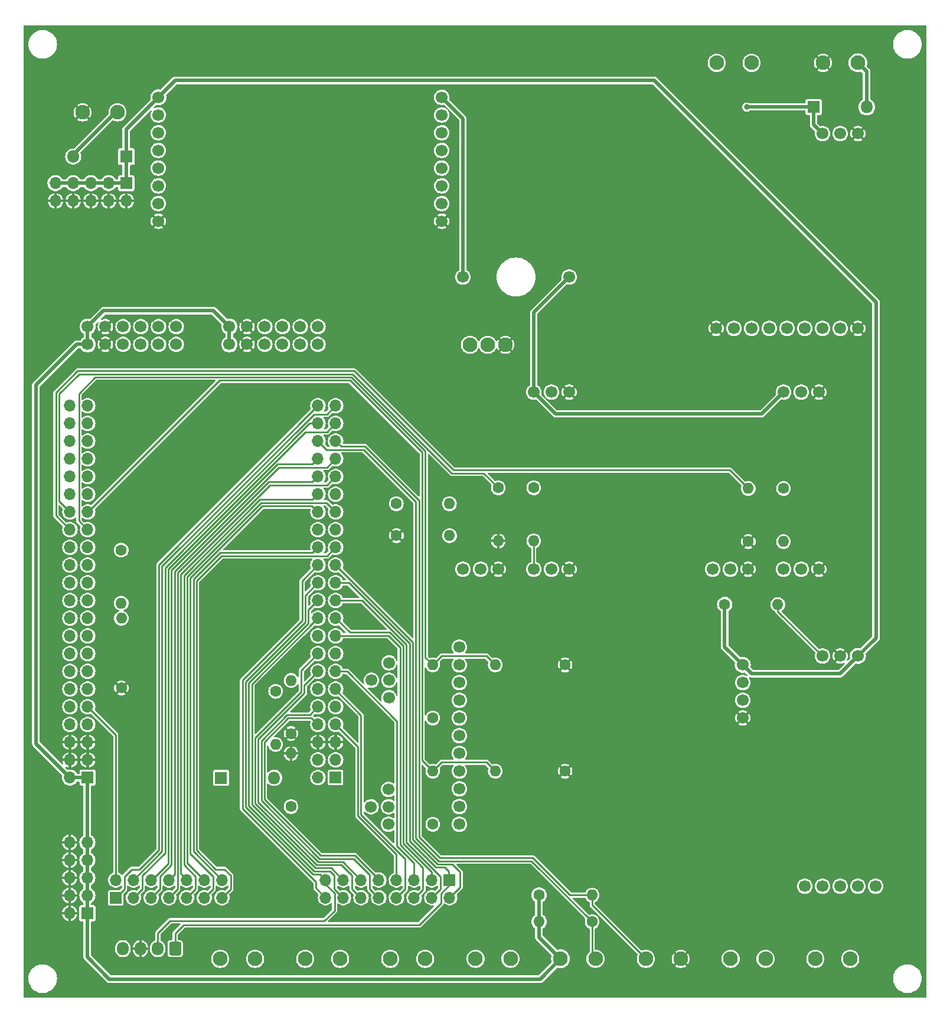
<source format=gbr>
%TF.GenerationSoftware,KiCad,Pcbnew,8.0.5*%
%TF.CreationDate,2025-07-18T11:17:55+03:00*%
%TF.ProjectId,Main_STM_box,4d61696e-5f53-4544-9d5f-626f782e6b69,rev?*%
%TF.SameCoordinates,Original*%
%TF.FileFunction,Copper,L2,Bot*%
%TF.FilePolarity,Positive*%
%FSLAX46Y46*%
G04 Gerber Fmt 4.6, Leading zero omitted, Abs format (unit mm)*
G04 Created by KiCad (PCBNEW 8.0.5) date 2025-07-18 11:17:55*
%MOMM*%
%LPD*%
G01*
G04 APERTURE LIST*
G04 Aperture macros list*
%AMRoundRect*
0 Rectangle with rounded corners*
0 $1 Rounding radius*
0 $2 $3 $4 $5 $6 $7 $8 $9 X,Y pos of 4 corners*
0 Add a 4 corners polygon primitive as box body*
4,1,4,$2,$3,$4,$5,$6,$7,$8,$9,$2,$3,0*
0 Add four circle primitives for the rounded corners*
1,1,$1+$1,$2,$3*
1,1,$1+$1,$4,$5*
1,1,$1+$1,$6,$7*
1,1,$1+$1,$8,$9*
0 Add four rect primitives between the rounded corners*
20,1,$1+$1,$2,$3,$4,$5,0*
20,1,$1+$1,$4,$5,$6,$7,0*
20,1,$1+$1,$6,$7,$8,$9,0*
20,1,$1+$1,$8,$9,$2,$3,0*%
G04 Aperture macros list end*
%TA.AperFunction,ComponentPad*%
%ADD10R,1.700000X1.700000*%
%TD*%
%TA.AperFunction,ComponentPad*%
%ADD11O,1.700000X1.700000*%
%TD*%
%TA.AperFunction,ComponentPad*%
%ADD12C,2.100000*%
%TD*%
%TA.AperFunction,ComponentPad*%
%ADD13C,1.700000*%
%TD*%
%TA.AperFunction,ComponentPad*%
%ADD14C,1.600000*%
%TD*%
%TA.AperFunction,ComponentPad*%
%ADD15O,1.600000X1.600000*%
%TD*%
%TA.AperFunction,ComponentPad*%
%ADD16RoundRect,0.250000X0.600000X0.725000X-0.600000X0.725000X-0.600000X-0.725000X0.600000X-0.725000X0*%
%TD*%
%TA.AperFunction,ComponentPad*%
%ADD17O,1.700000X1.950000*%
%TD*%
%TA.AperFunction,ComponentPad*%
%ADD18R,1.800000X1.800000*%
%TD*%
%TA.AperFunction,ComponentPad*%
%ADD19O,1.800000X1.800000*%
%TD*%
%TA.AperFunction,ViaPad*%
%ADD20C,0.800000*%
%TD*%
%TA.AperFunction,Conductor*%
%ADD21C,0.500000*%
%TD*%
%TA.AperFunction,Conductor*%
%ADD22C,0.250000*%
%TD*%
G04 APERTURE END LIST*
D10*
%TO.P,J1,1,Pin_1*%
%TO.N,/PE0*%
X45974000Y-160401000D03*
D11*
%TO.P,J1,2,Pin_2*%
%TO.N,/PB14*%
X45974000Y-157861000D03*
%TO.P,J1,3,Pin_3*%
%TO.N,/PB8*%
X48514000Y-160401000D03*
%TO.P,J1,4,Pin_4*%
%TO.N,/PE1*%
X48514000Y-157861000D03*
%TO.P,J1,5,Pin_5*%
%TO.N,/PB3*%
X51054000Y-160401000D03*
%TO.P,J1,6,Pin_6*%
%TO.N,/PB9*%
X51054000Y-157861000D03*
%TO.P,J1,7,Pin_7*%
%TO.N,/PD6*%
X53594000Y-160401000D03*
%TO.P,J1,8,Pin_8*%
%TO.N,/PB5*%
X53594000Y-157861000D03*
%TO.P,J1,9,Pin_9*%
%TO.N,/PD4*%
X56134000Y-160401000D03*
%TO.P,J1,10,Pin_10*%
%TO.N,/PD7*%
X56134000Y-157861000D03*
%TO.P,J1,11,Pin_11*%
%TO.N,/PD2*%
X58674000Y-160401000D03*
%TO.P,J1,12,Pin_12*%
%TO.N,/PD3*%
X58674000Y-157861000D03*
%TO.P,J1,13,Pin_13*%
%TO.N,/PC12*%
X61214000Y-160401000D03*
%TO.P,J1,14,Pin_14*%
%TO.N,/PC11*%
X61214000Y-157861000D03*
%TD*%
D12*
%TO.P,J17,1,1*%
%TO.N,Net-(Relay_Module_1R1-NO)*%
X146304000Y-169164000D03*
%TO.P,J17,2,2*%
%TO.N,Net-(Relay_Module_1R1-COM)*%
X151304000Y-169164000D03*
%TD*%
D13*
%TO.P,Relay_Module_1R2_DistSafe1,1,GND*%
%TO.N,GND*%
X132080000Y-78740000D03*
X152400000Y-50800000D03*
%TO.P,Relay_Module_1R2_DistSafe1,2,VCC*%
%TO.N,Net-(D2-K)*%
X137160000Y-78740000D03*
X147320000Y-50800000D03*
%TO.P,Relay_Module_1R2_DistSafe1,3,NO*%
%TO.N,unconnected-(Relay_Module_1R2_DistSafe1-NO-Pad3)*%
X142240000Y-78740000D03*
%TO.P,Relay_Module_1R2_DistSafe1,4,COM*%
%TO.N,/Switch_Robot-Person*%
X147320000Y-78740000D03*
%TO.P,Relay_Module_1R2_DistSafe1,5,NC*%
%TO.N,GND*%
X152400000Y-78740000D03*
%TO.P,Relay_Module_1R2_DistSafe1,6*%
%TO.N,N/C*%
X144780000Y-78740000D03*
%TO.P,Relay_Module_1R2_DistSafe1,7*%
X149860000Y-78740000D03*
%TO.P,Relay_Module_1R2_DistSafe1,8*%
X149860000Y-50800000D03*
%TO.P,Relay_Module_1R2_DistSafe1,9*%
X139700000Y-78740000D03*
%TO.P,Relay_Module_1R2_DistSafe1,11*%
X134620000Y-78740000D03*
%TD*%
D12*
%TO.P,J12,1,1*%
%TO.N,Net-(J13-CAN_H)*%
X73152000Y-169164000D03*
%TO.P,J12,2,2*%
%TO.N,Net-(J13-CAN_L)*%
X78152000Y-169164000D03*
%TD*%
D13*
%TO.P,PWM_to_V1,1,VCC*%
%TO.N,Net-(PWM_to_V1-VCC)*%
X105918000Y-87884000D03*
%TO.P,PWM_to_V1,2,GND*%
%TO.N,GND*%
X110998000Y-87884000D03*
%TO.P,PWM_to_V1,3,PWM*%
%TO.N,/PC7*%
X95758000Y-113284000D03*
%TO.P,PWM_to_V1,4,GND*%
%TO.N,GND*%
X100838000Y-113284000D03*
%TO.P,PWM_to_V1,5,VOUT*%
%TO.N,/ADC2*%
X105918000Y-113284000D03*
%TO.P,PWM_to_V1,6,GND*%
%TO.N,GND*%
X110998000Y-113284000D03*
%TO.P,PWM_to_V1,7*%
%TO.N,N/C*%
X98298000Y-113284000D03*
%TO.P,PWM_to_V1,8*%
X108458000Y-113284000D03*
%TO.P,PWM_to_V1,9*%
X108458000Y-87884000D03*
%TD*%
D12*
%TO.P,J9,1,1*%
%TO.N,/PD10*%
X134152000Y-169160000D03*
%TO.P,J9,2,2*%
%TO.N,Net-(J9-Pad2)*%
X139152000Y-169160000D03*
%TD*%
D10*
%TO.P,J3,1,Pin_1*%
%TO.N,+5V*%
X47493000Y-57907000D03*
D11*
%TO.P,J3,2,Pin_2*%
%TO.N,GND*%
X47493000Y-60447000D03*
%TO.P,J3,3,Pin_3*%
%TO.N,+5V*%
X44953000Y-57907000D03*
%TO.P,J3,4,Pin_4*%
%TO.N,GND*%
X44953000Y-60447000D03*
%TO.P,J3,5,Pin_5*%
%TO.N,+5V*%
X42413000Y-57907000D03*
%TO.P,J3,6,Pin_6*%
%TO.N,GND*%
X42413000Y-60447000D03*
%TO.P,J3,7,Pin_7*%
%TO.N,+5V*%
X39873000Y-57907000D03*
%TO.P,J3,8,Pin_8*%
%TO.N,GND*%
X39873000Y-60447000D03*
%TO.P,J3,9,Pin_9*%
%TO.N,+5V*%
X37333000Y-57907000D03*
%TO.P,J3,10,Pin_10*%
%TO.N,GND*%
X37333000Y-60447000D03*
%TD*%
D12*
%TO.P,Q1,1,B*%
%TO.N,Net-(Q1-B)*%
X96774000Y-81090000D03*
%TO.P,Q1,2,C*%
%TO.N,Net-(Q1-C)*%
X99314000Y-81090000D03*
%TO.P,Q1,3,E*%
%TO.N,GND*%
X101854000Y-81090000D03*
%TD*%
D14*
%TO.P,R15,1*%
%TO.N,/PD11*%
X68900000Y-130790000D03*
D15*
%TO.P,R15,2*%
%TO.N,Net-(J9-Pad2)*%
X68900000Y-138410000D03*
%TD*%
D10*
%TO.P,J2,1,Pin_1*%
%TO.N,/PA12*%
X93853000Y-157861000D03*
D11*
%TO.P,J2,2,Pin_2*%
%TO.N,/PC10*%
X93853000Y-160401000D03*
%TO.P,J2,3,Pin_3*%
%TO.N,/PA8*%
X91313000Y-157861000D03*
%TO.P,J2,4,Pin_4*%
%TO.N,/PA10*%
X91313000Y-160401000D03*
%TO.P,J2,5,Pin_5*%
%TO.N,/PD14*%
X88773000Y-157861000D03*
%TO.P,J2,6,Pin_6*%
%TO.N,/PC8*%
X88773000Y-160401000D03*
%TO.P,J2,7,Pin_7*%
%TO.N,/PD8*%
X86233000Y-157861000D03*
%TO.P,J2,8,Pin_8*%
%TO.N,/PD12*%
X86233000Y-160401000D03*
%TO.P,J2,9,Pin_9*%
%TO.N,/PB15*%
X83693000Y-157861000D03*
%TO.P,J2,10,Pin_10*%
%TO.N,/PD9*%
X83693000Y-160401000D03*
%TO.P,J2,11,Pin_11*%
%TO.N,/PD13*%
X81153000Y-157861000D03*
%TO.P,J2,12,Pin_12*%
%TO.N,/PD15*%
X81153000Y-160401000D03*
%TO.P,J2,13,Pin_13*%
%TO.N,/PC9*%
X78613000Y-157861000D03*
%TO.P,J2,14,Pin_14*%
%TO.N,/PA9*%
X78613000Y-160401000D03*
%TO.P,J2,15,Pin_15*%
%TO.N,/PA11*%
X76073000Y-157861000D03*
%TO.P,J2,16,Pin_16*%
%TO.N,/PA15*%
X76073000Y-160401000D03*
%TD*%
D13*
%TO.P,RV2,1,1*%
%TO.N,Net-(J4-PA3{slash}USART_RX)*%
X85090000Y-149860000D03*
%TO.P,RV2,2,2*%
%TO.N,Net-(R4-Pad1)*%
X85090000Y-147360000D03*
X82590000Y-147360000D03*
%TO.P,RV2,3,3*%
X85090000Y-144860000D03*
%TD*%
D12*
%TO.P,J10,1,1*%
%TO.N,Net-(D1-A)*%
X46228000Y-47752000D03*
%TO.P,J10,2,2*%
%TO.N,GND*%
X41228000Y-47752000D03*
%TD*%
D13*
%TO.P,Relay_Module_1R1,1,VCC*%
%TO.N,+5V*%
X152400000Y-125730000D03*
%TO.P,Relay_Module_1R1,2,GND*%
%TO.N,GND*%
X149860000Y-125730000D03*
%TO.P,Relay_Module_1R1,3,IN1*%
%TO.N,Net-(Q1-C)*%
X147320000Y-125730000D03*
%TO.P,Relay_Module_1R1,4,NO*%
%TO.N,Net-(Relay_Module_1R1-NO)*%
X144780000Y-158750000D03*
%TO.P,Relay_Module_1R1,5,COM*%
%TO.N,Net-(Relay_Module_1R1-COM)*%
X149860000Y-158750000D03*
%TO.P,Relay_Module_1R1,6,NC*%
%TO.N,unconnected-(Relay_Module_1R1-NC-Pad6)*%
X154940000Y-158750000D03*
%TO.P,Relay_Module_1R1,7*%
%TO.N,N/C*%
X147320000Y-158750000D03*
%TO.P,Relay_Module_1R1,8*%
X152400000Y-158750000D03*
%TD*%
D16*
%TO.P,J20,1,Pin_1*%
%TO.N,/PA12*%
X54500000Y-167700000D03*
D17*
%TO.P,J20,2,Pin_2*%
%TO.N,/PA11*%
X52000000Y-167700000D03*
%TO.P,J20,3,Pin_3*%
%TO.N,GND*%
X49500000Y-167700000D03*
%TO.P,J20,4,Pin_4*%
%TO.N,Net-(D3-K)*%
X47000000Y-167700000D03*
%TD*%
D12*
%TO.P,J11,1,1*%
%TO.N,Net-(J14-CAN_H)*%
X60960000Y-169164000D03*
%TO.P,J11,2,2*%
%TO.N,Net-(J14-CAN_L)*%
X65960000Y-169164000D03*
%TD*%
%TO.P,J16,1,1*%
%TO.N,/Encoder_1*%
X85344000Y-169160000D03*
%TO.P,J16,2,2*%
%TO.N,Net-(Relay_Module_2R1-COM_1)*%
X90344000Y-169160000D03*
%TD*%
%TO.P,J18,1,1*%
%TO.N,/Encoder_2*%
X97576000Y-169156000D03*
%TO.P,J18,2,2*%
%TO.N,Net-(Relay_Module_2R1-COM_2)*%
X102576000Y-169156000D03*
%TD*%
%TO.P,J7,1,1*%
%TO.N,+3V3*%
X109768000Y-169160000D03*
%TO.P,J7,2,2*%
%TO.N,/SCL*%
X114768000Y-169160000D03*
%TD*%
D13*
%TO.P,F1,1*%
%TO.N,Net-(PWM_to_V1-VCC)*%
X110998000Y-71374000D03*
%TO.P,F1,2*%
%TO.N,Net-(5V-30V_Converter1-+Vout)*%
X95758000Y-71374000D03*
%TD*%
%TO.P,J13,1,3.3V*%
%TO.N,+3V3*%
X62270000Y-78490000D03*
X62270000Y-81030000D03*
%TO.P,J13,2,GND*%
%TO.N,GND*%
X64810000Y-78490000D03*
X64810000Y-81030000D03*
%TO.P,J13,3,CTX*%
%TO.N,/PD1*%
X67350000Y-78490000D03*
X67350000Y-81030000D03*
%TO.P,J13,4,CRX*%
%TO.N,/PD0*%
X69890000Y-78490000D03*
X69890000Y-81030000D03*
%TO.P,J13,5,CAN_H*%
%TO.N,Net-(J13-CAN_H)*%
X72430000Y-78490000D03*
X72430000Y-81030000D03*
%TO.P,J13,6,CAN_L*%
%TO.N,Net-(J13-CAN_L)*%
X74970000Y-78490000D03*
X74970000Y-81030000D03*
%TD*%
%TO.P,PWM_to_V2,1,VCC*%
%TO.N,Net-(PWM_to_V1-VCC)*%
X141732000Y-87884000D03*
%TO.P,PWM_to_V2,2,GND*%
%TO.N,GND*%
X146812000Y-87884000D03*
%TO.P,PWM_to_V2,3,PWM*%
%TO.N,/PC6*%
X131572000Y-113284000D03*
%TO.P,PWM_to_V2,4,GND*%
%TO.N,GND*%
X136652000Y-113284000D03*
%TO.P,PWM_to_V2,5,VOUT*%
%TO.N,/ADC1*%
X141732000Y-113284000D03*
%TO.P,PWM_to_V2,6,GND*%
%TO.N,GND*%
X146812000Y-113284000D03*
%TO.P,PWM_to_V2,7*%
%TO.N,N/C*%
X134112000Y-113284000D03*
%TO.P,PWM_to_V2,8*%
X144272000Y-113284000D03*
%TO.P,PWM_to_V2,9*%
X144272000Y-87884000D03*
%TD*%
D10*
%TO.P,J6,1,Pin_1*%
%TO.N,+3V3*%
X41910000Y-162620000D03*
D11*
%TO.P,J6,2,Pin_2*%
%TO.N,GND*%
X39370000Y-162620000D03*
%TO.P,J6,3,Pin_3*%
%TO.N,+3V3*%
X41910000Y-160080000D03*
%TO.P,J6,4,Pin_4*%
%TO.N,GND*%
X39370000Y-160080000D03*
%TO.P,J6,5,Pin_5*%
%TO.N,+3V3*%
X41910000Y-157540000D03*
%TO.P,J6,6,Pin_6*%
%TO.N,GND*%
X39370000Y-157540000D03*
%TO.P,J6,7,Pin_7*%
%TO.N,+3V3*%
X41910000Y-155000000D03*
%TO.P,J6,8,Pin_8*%
%TO.N,GND*%
X39370000Y-155000000D03*
%TO.P,J6,9,Pin_9*%
%TO.N,+3V3*%
X41910000Y-152460000D03*
%TO.P,J6,10,Pin_10*%
%TO.N,GND*%
X39370000Y-152460000D03*
%TD*%
D12*
%TO.P,J8,1,1*%
%TO.N,/SDA*%
X122000000Y-169164000D03*
%TO.P,J8,2,2*%
%TO.N,GND*%
X127000000Y-169164000D03*
%TD*%
D13*
%TO.P,RV1,1,1*%
%TO.N,Net-(J4-PA5)*%
X85151600Y-131709800D03*
%TO.P,RV1,2,2*%
%TO.N,Net-(R5-Pad2)*%
X85151600Y-129209800D03*
X82651600Y-129209800D03*
%TO.P,RV1,3,3*%
X85151600Y-126709800D03*
%TD*%
%TO.P,J14,1,3.3V*%
%TO.N,+3V3*%
X41950000Y-78490000D03*
X41950000Y-81030000D03*
%TO.P,J14,2,GND*%
%TO.N,GND*%
X44490000Y-78490000D03*
X44490000Y-81030000D03*
%TO.P,J14,3,CTX*%
%TO.N,/PB13*%
X47030000Y-78490000D03*
X47030000Y-81030000D03*
%TO.P,J14,4,CRX*%
%TO.N,/PB12*%
X49570000Y-78490000D03*
X49570000Y-81030000D03*
%TO.P,J14,5,CAN_H*%
%TO.N,Net-(J14-CAN_H)*%
X52110000Y-78490000D03*
X52110000Y-81030000D03*
%TO.P,J14,6,CAN_L*%
%TO.N,Net-(J14-CAN_L)*%
X54650000Y-78490000D03*
X54650000Y-81030000D03*
%TD*%
D12*
%TO.P,J19,1,1*%
%TO.N,+12V*%
X152400000Y-40644000D03*
%TO.P,J19,2,2*%
%TO.N,GND*%
X147400000Y-40644000D03*
%TD*%
D18*
%TO.P,D3,1,K*%
%TO.N,Net-(D3-K)*%
X61080000Y-143200000D03*
D19*
%TO.P,D3,2,A*%
%TO.N,/+5V_USB*%
X68700000Y-143200000D03*
%TD*%
D13*
%TO.P,Relay_Module_2R1,1,GND*%
%TO.N,GND*%
X135890000Y-134620000D03*
%TO.P,Relay_Module_2R1,2,IN1*%
%TO.N,/GAS*%
X135890000Y-132080000D03*
%TO.P,Relay_Module_2R1,3,IN2*%
X135890000Y-129540000D03*
%TO.P,Relay_Module_2R1,4,VCC*%
%TO.N,+5V*%
X135890000Y-127000000D03*
%TO.P,Relay_Module_2R1,5,NO_2*%
%TO.N,/ADC2*%
X95250000Y-124460000D03*
%TO.P,Relay_Module_2R1,6,COM_2*%
%TO.N,Net-(Relay_Module_2R1-COM_2)*%
X95250000Y-129540000D03*
%TO.P,Relay_Module_2R1,7,NC_2*%
%TO.N,/Encoder_2*%
X95250000Y-134620000D03*
%TO.P,Relay_Module_2R1,8,NO_1*%
%TO.N,/ADC1*%
X95250000Y-139700000D03*
%TO.P,Relay_Module_2R1,9,COM_1*%
%TO.N,Net-(Relay_Module_2R1-COM_1)*%
X95250000Y-144780000D03*
%TO.P,Relay_Module_2R1,10,NC_1*%
%TO.N,/Encoder_1*%
X95250000Y-149860000D03*
%TO.P,Relay_Module_2R1,11*%
%TO.N,N/C*%
X95250000Y-127000000D03*
%TO.P,Relay_Module_2R1,12*%
X95250000Y-132080000D03*
%TO.P,Relay_Module_2R1,13*%
X95250000Y-137160000D03*
%TO.P,Relay_Module_2R1,14*%
X95250000Y-142240000D03*
%TO.P,Relay_Module_2R1,15*%
X95250000Y-147320000D03*
%TD*%
%TO.P,5V-30V_Converter1,1,+Vin*%
%TO.N,+5V*%
X52084600Y-45597000D03*
%TO.P,5V-30V_Converter1,2,-Vin*%
%TO.N,GND*%
X52084600Y-63377000D03*
%TO.P,5V-30V_Converter1,3,-Vout*%
X92724600Y-63377000D03*
%TO.P,5V-30V_Converter1,4,+Vout*%
%TO.N,Net-(5V-30V_Converter1-+Vout)*%
X92724600Y-45597000D03*
%TO.P,5V-30V_Converter1,5*%
%TO.N,N/C*%
X52084600Y-60837000D03*
%TO.P,5V-30V_Converter1,6*%
X52084600Y-58297000D03*
%TO.P,5V-30V_Converter1,7*%
X52084600Y-55757000D03*
%TO.P,5V-30V_Converter1,8*%
X52084600Y-53217000D03*
%TO.P,5V-30V_Converter1,9*%
X52084600Y-50677000D03*
%TO.P,5V-30V_Converter1,10*%
X52084600Y-48137000D03*
%TO.P,5V-30V_Converter1,11*%
X92724600Y-60837000D03*
%TO.P,5V-30V_Converter1,12*%
X92724600Y-58297000D03*
%TO.P,5V-30V_Converter1,13*%
X92724600Y-55757000D03*
%TO.P,5V-30V_Converter1,14*%
X92724600Y-53217000D03*
%TO.P,5V-30V_Converter1,15*%
X92724600Y-50677000D03*
%TO.P,5V-30V_Converter1,16*%
X92724600Y-48137000D03*
%TD*%
D12*
%TO.P,J15,1,1*%
%TO.N,/Switch_Robot-Person*%
X137160000Y-40644000D03*
%TO.P,J15,2,2*%
%TO.N,/GAS*%
X132160000Y-40644000D03*
%TD*%
D10*
%TO.P,J5,1,5V*%
%TO.N,unconnected-(J5-5V-Pad1)*%
X77510000Y-143170000D03*
D11*
%TO.P,J5,2,5V*%
%TO.N,/+5V_USB*%
X74970000Y-143170000D03*
%TO.P,J5,3,3.3V*%
%TO.N,unconnected-(J5-3.3V-Pad3)*%
X77510000Y-140630000D03*
%TO.P,J5,4,3.3V*%
%TO.N,unconnected-(J5-3.3V-Pad4)*%
X74970000Y-140630000D03*
%TO.P,J5,5,GND*%
%TO.N,GND*%
X77510000Y-138090000D03*
%TO.P,J5,6,GND*%
X74970000Y-138090000D03*
%TO.P,J5,7,PD8*%
%TO.N,/PD8*%
X77510000Y-135550000D03*
%TO.P,J5,8,PB15*%
%TO.N,/PB15*%
X74970000Y-135550000D03*
%TO.P,J5,9,PD10*%
%TO.N,/PD10*%
X77510000Y-133010000D03*
%TO.P,J5,10,PD9*%
%TO.N,/PD9*%
X74970000Y-133010000D03*
%TO.P,J5,11,PD12*%
%TO.N,/PD12*%
X77510000Y-130470000D03*
%TO.P,J5,12,PD11*%
%TO.N,/PD11*%
X74970000Y-130470000D03*
%TO.P,J5,13,PD14*%
%TO.N,/PD14*%
X77510000Y-127930000D03*
%TO.P,J5,14,PD13*%
%TO.N,/PD13*%
X74970000Y-127930000D03*
%TO.P,J5,15,PC6*%
%TO.N,/PC6*%
X77510000Y-125390000D03*
%TO.P,J5,16,PD15*%
%TO.N,/PD15*%
X74970000Y-125390000D03*
%TO.P,J5,17,PC8*%
%TO.N,/PC8*%
X77510000Y-122850000D03*
%TO.P,J5,18,PC7*%
%TO.N,/PC7*%
X74970000Y-122850000D03*
%TO.P,J5,19,PA8*%
%TO.N,/PA8*%
X77510000Y-120310000D03*
%TO.P,J5,20,PC9*%
%TO.N,/PC9*%
X74970000Y-120310000D03*
%TO.P,J5,21,PA10/RXD1*%
%TO.N,/PA10*%
X77510000Y-117770000D03*
%TO.P,J5,22,PA9/TXD1*%
%TO.N,/PA9*%
X74970000Y-117770000D03*
%TO.P,J5,23,PA12/USB_DP*%
%TO.N,/PA12*%
X77510000Y-115230000D03*
%TO.P,J5,24,PA11/USB_DM*%
%TO.N,/PA11*%
X74970000Y-115230000D03*
%TO.P,J5,25,PC10*%
%TO.N,/PC10*%
X77510000Y-112690000D03*
%TO.P,J5,26,PA15/TDI*%
%TO.N,/PA15*%
X74970000Y-112690000D03*
%TO.P,J5,27,PC12*%
%TO.N,/PC12*%
X77510000Y-110150000D03*
%TO.P,J5,28,PC11*%
%TO.N,/PC11*%
X74970000Y-110150000D03*
%TO.P,J5,29,PD1*%
%TO.N,/PD1*%
X77510000Y-107610000D03*
%TO.P,J5,30,PD0*%
%TO.N,/PD0*%
X74970000Y-107610000D03*
%TO.P,J5,31,PD3*%
%TO.N,/PD3*%
X77510000Y-105070000D03*
%TO.P,J5,32,PD2*%
%TO.N,/PD2*%
X74970000Y-105070000D03*
%TO.P,J5,33,PD5*%
%TO.N,/PD5*%
X77510000Y-102530000D03*
%TO.P,J5,34,PD4*%
%TO.N,/PD4*%
X74970000Y-102530000D03*
%TO.P,J5,35,PD7*%
%TO.N,/PD7*%
X77510000Y-99990000D03*
%TO.P,J5,36,PD6*%
%TO.N,/PD6*%
X74970000Y-99990000D03*
%TO.P,J5,37,PB5*%
%TO.N,/PB5*%
X77510000Y-97450000D03*
%TO.P,J5,38,PB3/TDO*%
%TO.N,/PB3*%
X74970000Y-97450000D03*
%TO.P,J5,39,PB7*%
%TO.N,/SDA*%
X77510000Y-94910000D03*
%TO.P,J5,40,PB6*%
%TO.N,/SCL*%
X74970000Y-94910000D03*
%TO.P,J5,41,PB9*%
%TO.N,/PB9*%
X77510000Y-92370000D03*
%TO.P,J5,42,PB8*%
%TO.N,/PB8*%
X74970000Y-92370000D03*
%TO.P,J5,43,PE1*%
%TO.N,/PE1*%
X77510000Y-89830000D03*
%TO.P,J5,44,PE0*%
%TO.N,/PE0*%
X74970000Y-89830000D03*
%TD*%
D14*
%TO.P,R5,1*%
%TO.N,GND*%
X71120000Y-136855200D03*
D15*
%TO.P,R5,2*%
%TO.N,Net-(R5-Pad2)*%
X71120000Y-129235200D03*
%TD*%
D14*
%TO.P,R10,1*%
%TO.N,/PD5*%
X86207600Y-103886000D03*
D15*
%TO.P,R10,2*%
%TO.N,Net-(Q1-B)*%
X93827600Y-103886000D03*
%TD*%
D10*
%TO.P,J4,1,3.3V*%
%TO.N,+3V3*%
X41950000Y-143170000D03*
D11*
%TO.P,J4,2,3.3V*%
X39410000Y-143170000D03*
%TO.P,J4,3,GND*%
%TO.N,GND*%
X41950000Y-140630000D03*
%TO.P,J4,4,GND*%
X39410000Y-140630000D03*
%TO.P,J4,5,GND*%
X41950000Y-138090000D03*
%TO.P,J4,6,GND*%
X39410000Y-138090000D03*
%TO.P,J4,7,VDDA*%
%TO.N,unconnected-(J4-VDDA-Pad7)*%
X41950000Y-135550000D03*
%TO.P,J4,8,VREF+*%
%TO.N,unconnected-(J4-VREF+-Pad8)*%
X39410000Y-135550000D03*
%TO.P,J4,9,PB14*%
%TO.N,/PB14*%
X41950000Y-133010000D03*
%TO.P,J4,10,PB13*%
%TO.N,/PB13*%
X39410000Y-133010000D03*
%TO.P,J4,11,PB12*%
%TO.N,/PB12*%
X41950000Y-130470000D03*
%TO.P,J4,12,PB11*%
%TO.N,/PB11*%
X39410000Y-130470000D03*
%TO.P,J4,13,PB10*%
%TO.N,/PB10*%
X41950000Y-127930000D03*
%TO.P,J4,14,PE15*%
%TO.N,/PE15*%
X39410000Y-127930000D03*
%TO.P,J4,15,PE14*%
%TO.N,/PE14*%
X41950000Y-125390000D03*
%TO.P,J4,16,PE13*%
%TO.N,/PE13*%
X39410000Y-125390000D03*
%TO.P,J4,17,PE12*%
%TO.N,/PE12*%
X41950000Y-122850000D03*
%TO.P,J4,18,PE11*%
%TO.N,/PE11*%
X39410000Y-122850000D03*
%TO.P,J4,19,PE10*%
%TO.N,Net-(J4-PE10)*%
X41950000Y-120310000D03*
%TO.P,J4,20,PE9*%
%TO.N,/PE9*%
X39410000Y-120310000D03*
%TO.P,J4,21,PE8*%
%TO.N,/PE8*%
X41950000Y-117770000D03*
%TO.P,J4,22,PE7*%
%TO.N,/PE7*%
X39410000Y-117770000D03*
%TO.P,J4,23,PB1*%
%TO.N,/PB1*%
X41950000Y-115230000D03*
%TO.P,J4,24,PB0*%
%TO.N,/PB0*%
X39410000Y-115230000D03*
%TO.P,J4,25,PC5*%
%TO.N,/PC5*%
X41950000Y-112690000D03*
%TO.P,J4,26,PC4*%
%TO.N,/PC4*%
X39410000Y-112690000D03*
%TO.P,J4,27,PA7*%
%TO.N,/PA7*%
X41950000Y-110150000D03*
%TO.P,J4,28,PA6*%
%TO.N,/PA6*%
X39410000Y-110150000D03*
%TO.P,J4,29,PA5*%
%TO.N,Net-(J4-PA5)*%
X41950000Y-107610000D03*
%TO.P,J4,30,PA4*%
%TO.N,Net-(J4-PA4)*%
X39410000Y-107610000D03*
%TO.P,J4,31,PA3/USART_RX*%
%TO.N,Net-(J4-PA3{slash}USART_RX)*%
X41950000Y-105070000D03*
%TO.P,J4,32,PA2/USART_TX*%
%TO.N,Net-(J4-PA2{slash}USART_TX)*%
X39410000Y-105070000D03*
%TO.P,J4,33,PA1*%
%TO.N,/PA1*%
X41950000Y-102530000D03*
%TO.P,J4,34,PA0/WK_UP*%
%TO.N,/PA0*%
X39410000Y-102530000D03*
%TO.P,J4,35,PC3*%
%TO.N,/PC3*%
X41950000Y-99990000D03*
%TO.P,J4,36,PC2*%
%TO.N,/PC2*%
X39410000Y-99990000D03*
%TO.P,J4,37,PC1*%
%TO.N,/PC1*%
X41950000Y-97450000D03*
%TO.P,J4,38,PC0*%
%TO.N,/PC0*%
X39410000Y-97450000D03*
%TO.P,J4,39,PC13*%
%TO.N,/PC13*%
X41950000Y-94910000D03*
%TO.P,J4,40,PE6*%
%TO.N,/PE6*%
X39410000Y-94910000D03*
%TO.P,J4,41,PE5*%
%TO.N,/PE5*%
X41950000Y-92370000D03*
%TO.P,J4,42,PE4*%
%TO.N,/PE4*%
X39410000Y-92370000D03*
%TO.P,J4,43,PE3*%
%TO.N,/PE3*%
X41950000Y-89830000D03*
%TO.P,J4,44,PE2*%
%TO.N,/PE2*%
X39410000Y-89830000D03*
%TD*%
D14*
%TO.P,R4,1*%
%TO.N,Net-(R4-Pad1)*%
X71120000Y-147320000D03*
D15*
%TO.P,R4,2*%
%TO.N,GND*%
X71120000Y-139700000D03*
%TD*%
D14*
%TO.P,R14,1*%
%TO.N,+3V3*%
X106680000Y-160020000D03*
D15*
%TO.P,R14,2*%
%TO.N,/SDA*%
X114300000Y-160020000D03*
%TD*%
D14*
%TO.P,R7,1*%
%TO.N,Net-(J4-PA2{slash}USART_TX)*%
X100838000Y-101600000D03*
D15*
%TO.P,R7,2*%
%TO.N,GND*%
X100838000Y-109220000D03*
%TD*%
D14*
%TO.P,R11,1*%
%TO.N,GND*%
X86233000Y-108458000D03*
D15*
%TO.P,R11,2*%
%TO.N,Net-(Q1-B)*%
X93853000Y-108458000D03*
%TD*%
D14*
%TO.P,R1,1*%
%TO.N,/Encoder_2*%
X91440000Y-134620000D03*
D15*
%TO.P,R1,2*%
%TO.N,Net-(J4-PA5)*%
X91440000Y-127000000D03*
%TD*%
D14*
%TO.P,C1,1*%
%TO.N,GND*%
X110410000Y-127000000D03*
D15*
%TO.P,C1,2*%
%TO.N,Net-(J4-PA5)*%
X100410000Y-127000000D03*
%TD*%
D14*
%TO.P,C3,1*%
%TO.N,GND*%
X46786800Y-130319800D03*
D15*
%TO.P,C3,2*%
%TO.N,Net-(J4-PE10)*%
X46786800Y-120319800D03*
%TD*%
D14*
%TO.P,R8,1*%
%TO.N,Net-(J4-PA4)*%
X141732000Y-101701600D03*
D15*
%TO.P,R8,2*%
%TO.N,/ADC1*%
X141732000Y-109321600D03*
%TD*%
D14*
%TO.P,R6,1*%
%TO.N,GND*%
X136677400Y-109321600D03*
D15*
%TO.P,R6,2*%
%TO.N,Net-(J4-PA4)*%
X136677400Y-101701600D03*
%TD*%
D14*
%TO.P,R13,1*%
%TO.N,/SCL*%
X114300000Y-163830000D03*
D15*
%TO.P,R13,2*%
%TO.N,+3V3*%
X106680000Y-163830000D03*
%TD*%
D14*
%TO.P,R12,1*%
%TO.N,+5V*%
X133299200Y-118338600D03*
D15*
%TO.P,R12,2*%
%TO.N,Net-(Q1-C)*%
X140919200Y-118338600D03*
%TD*%
D18*
%TO.P,D2,1,K*%
%TO.N,Net-(D2-K)*%
X146050000Y-46990000D03*
D19*
%TO.P,D2,2,A*%
%TO.N,+12V*%
X153670000Y-46990000D03*
%TD*%
D18*
%TO.P,D1,1,K*%
%TO.N,+5V*%
X47498000Y-54102000D03*
D19*
%TO.P,D1,2,A*%
%TO.N,Net-(D1-A)*%
X39878000Y-54102000D03*
%TD*%
D14*
%TO.P,R9,1*%
%TO.N,Net-(J4-PA2{slash}USART_TX)*%
X105918000Y-101600000D03*
D15*
%TO.P,R9,2*%
%TO.N,/ADC2*%
X105918000Y-109220000D03*
%TD*%
D14*
%TO.P,R2,1*%
%TO.N,/Encoder_1*%
X91440000Y-149860000D03*
D15*
%TO.P,R2,2*%
%TO.N,Net-(J4-PA3{slash}USART_RX)*%
X91440000Y-142240000D03*
%TD*%
D14*
%TO.P,R3,1*%
%TO.N,/GAS*%
X46761400Y-110540800D03*
D15*
%TO.P,R3,2*%
%TO.N,Net-(J4-PE10)*%
X46761400Y-118160800D03*
%TD*%
D14*
%TO.P,C2,1*%
%TO.N,GND*%
X110410000Y-142240000D03*
D15*
%TO.P,C2,2*%
%TO.N,Net-(J4-PA3{slash}USART_RX)*%
X100410000Y-142240000D03*
%TD*%
D20*
%TO.N,GND*%
X140000000Y-145000000D03*
X36250000Y-135000000D03*
X60000000Y-74000000D03*
X60000000Y-145000000D03*
X110000000Y-145000000D03*
X110000000Y-135000000D03*
X100000000Y-45000000D03*
X130000000Y-85000000D03*
X140000000Y-165000000D03*
X60000000Y-125000000D03*
X90000000Y-55000000D03*
X130000000Y-165000000D03*
X120000000Y-155000000D03*
X36250000Y-110000000D03*
X140000000Y-45000000D03*
X110000000Y-96000000D03*
X140000000Y-55000000D03*
X120000000Y-145000000D03*
X100000000Y-125000000D03*
X89050000Y-163250000D03*
X50000000Y-65000000D03*
X109000000Y-75000000D03*
X100000000Y-65000000D03*
X70000000Y-115000000D03*
X89050000Y-165300000D03*
X45000000Y-166000000D03*
X40000000Y-166000000D03*
X60000000Y-55000000D03*
X50000000Y-115000000D03*
X151000000Y-65000000D03*
X120000000Y-55000000D03*
X50000000Y-135000000D03*
X50000000Y-74000000D03*
X90000000Y-75000000D03*
X120000000Y-65000000D03*
X60000000Y-115000000D03*
X60000000Y-95000000D03*
X100000000Y-115000000D03*
X90000000Y-45000000D03*
X90000000Y-65000000D03*
X85000000Y-115000000D03*
X36250000Y-125000000D03*
X70000000Y-145000000D03*
X62550000Y-162750000D03*
X50000000Y-165000000D03*
X37000000Y-82000000D03*
X130000000Y-135000000D03*
X80000000Y-135000000D03*
X36250000Y-100000000D03*
X110000000Y-65000000D03*
X36250000Y-157500000D03*
X80000000Y-165300000D03*
X140000000Y-65000000D03*
X82500000Y-145000000D03*
X130000000Y-55000000D03*
X130000000Y-145000000D03*
X100000000Y-145000000D03*
X36250000Y-105000000D03*
X120000000Y-165000000D03*
X100000000Y-55000000D03*
X80000000Y-45000000D03*
X70000000Y-165250000D03*
X100000000Y-105000000D03*
X130000000Y-75000000D03*
X40000000Y-65000000D03*
X130000000Y-45000000D03*
X151000000Y-75000000D03*
X130000000Y-96000000D03*
X36250000Y-142500000D03*
X50000000Y-45000000D03*
X151000000Y-85000000D03*
X110000000Y-125000000D03*
X140000000Y-85000000D03*
X100000000Y-96000000D03*
X110000000Y-105000000D03*
X40000000Y-169000000D03*
X85000000Y-163250000D03*
X36250000Y-152500000D03*
X140000000Y-135000000D03*
X130000000Y-105000000D03*
X70000000Y-65000000D03*
X36250000Y-120000000D03*
X140000000Y-105000000D03*
X80000000Y-55000000D03*
X90000000Y-85000000D03*
X130000000Y-65000000D03*
X151000000Y-135000000D03*
X120000000Y-45000000D03*
X130000000Y-115000000D03*
X120000000Y-115000000D03*
X151000000Y-115000000D03*
X36250000Y-130000000D03*
X70000000Y-45000000D03*
X85000000Y-165300000D03*
X110000000Y-155000000D03*
X150000000Y-165000000D03*
X60000000Y-135000000D03*
X40000000Y-45000000D03*
X62550000Y-165250000D03*
X47500000Y-95000000D03*
X151000000Y-55000000D03*
X120000000Y-105000000D03*
X151000000Y-145000000D03*
X140000000Y-75000000D03*
X65750000Y-165250000D03*
X70000000Y-162750000D03*
X50000000Y-145000000D03*
X80000000Y-75000000D03*
X100000000Y-75000000D03*
X36750000Y-162500000D03*
X57500000Y-165250000D03*
X60000000Y-45000000D03*
X65750000Y-162750000D03*
X36250000Y-147500000D03*
X151000000Y-96000000D03*
X80000000Y-107500000D03*
X110000000Y-115000000D03*
X109000000Y-85000000D03*
X120000000Y-96000000D03*
X70000000Y-55000000D03*
X40000000Y-74000000D03*
X47500000Y-105000000D03*
X120000000Y-125000000D03*
X60000000Y-65000000D03*
X80000000Y-163250000D03*
X36250000Y-95000000D03*
X36250000Y-115000000D03*
X110000000Y-55000000D03*
X50000000Y-55000000D03*
X140000000Y-125000000D03*
X50000000Y-125000000D03*
X110000000Y-45000000D03*
X45000000Y-169000000D03*
X70000000Y-107500000D03*
X151000000Y-45000000D03*
X57500000Y-162750000D03*
X100000000Y-165000000D03*
X130000000Y-155000000D03*
X36250000Y-90000000D03*
X70000000Y-75000000D03*
X85000000Y-96000000D03*
X80000000Y-65000000D03*
X100000000Y-135000000D03*
X120000000Y-75000000D03*
X151000000Y-105000000D03*
X120000000Y-85000000D03*
%TO.N,Net-(D2-K)*%
X136474200Y-46990000D03*
%TD*%
D21*
%TO.N,+5V*%
X123180000Y-43180000D02*
X155000000Y-75000000D01*
X155000000Y-123130000D02*
X152400000Y-125730000D01*
X47498000Y-54102000D02*
X47498000Y-57902000D01*
X47498000Y-57902000D02*
X47493000Y-57907000D01*
X47498000Y-54102000D02*
X47498000Y-50183600D01*
X52084600Y-45597000D02*
X54501600Y-43180000D01*
X133299200Y-124409200D02*
X133299200Y-118338600D01*
X155000000Y-75000000D02*
X155000000Y-123130000D01*
X135890000Y-127000000D02*
X133299200Y-124409200D01*
X47498000Y-50183600D02*
X52084600Y-45597000D01*
X152400000Y-125730000D02*
X149860000Y-128270000D01*
X149860000Y-128270000D02*
X137160000Y-128270000D01*
X47493000Y-57907000D02*
X37333000Y-57907000D01*
X54501600Y-43180000D02*
X123180000Y-43180000D01*
X137160000Y-128270000D02*
X135890000Y-127000000D01*
D22*
%TO.N,GND*%
X49500000Y-167700000D02*
X49500000Y-167300000D01*
D21*
%TO.N,Net-(5V-30V_Converter1-+Vout)*%
X95758000Y-71374000D02*
X95758000Y-48630400D01*
X92724600Y-45597000D02*
X95758000Y-48630400D01*
D22*
%TO.N,Net-(J4-PA5)*%
X92710000Y-125730000D02*
X91440000Y-127000000D01*
X90366000Y-96333604D02*
X79768396Y-85736000D01*
X40690800Y-88087200D02*
X40690800Y-106350800D01*
X43042000Y-85736000D02*
X40690800Y-88087200D01*
X90366000Y-125926000D02*
X90366000Y-96333604D01*
X100410000Y-127000000D02*
X99140000Y-125730000D01*
X79768396Y-85736000D02*
X43042000Y-85736000D01*
X91440000Y-127000000D02*
X90366000Y-125926000D01*
X40690800Y-106350800D02*
X41950000Y-107610000D01*
X99140000Y-125730000D02*
X92710000Y-125730000D01*
D21*
%TO.N,Net-(D1-A)*%
X39878000Y-53848000D02*
X46228000Y-47498000D01*
X39878000Y-54102000D02*
X39878000Y-53848000D01*
%TO.N,Net-(PWM_to_V1-VCC)*%
X141732000Y-87884000D02*
X138616000Y-91000000D01*
X105918000Y-87884000D02*
X105918000Y-76454000D01*
X109034000Y-91000000D02*
X105918000Y-87884000D01*
X138616000Y-91000000D02*
X109034000Y-91000000D01*
X105918000Y-76454000D02*
X110998000Y-71374000D01*
%TO.N,+3V3*%
X106680000Y-163830000D02*
X106680000Y-166072000D01*
X41910000Y-152460000D02*
X41910000Y-143210000D01*
X41910000Y-155000000D02*
X41910000Y-152460000D01*
X44240000Y-76200000D02*
X59980000Y-76200000D01*
X59980000Y-76200000D02*
X62270000Y-78490000D01*
X62270000Y-81030000D02*
X62270000Y-78490000D01*
X106680000Y-163830000D02*
X106680000Y-160020000D01*
X41950000Y-81030000D02*
X40382000Y-81030000D01*
X41910000Y-143210000D02*
X41950000Y-143170000D01*
X106680000Y-166072000D02*
X109768000Y-169160000D01*
X45085000Y-172085000D02*
X41910000Y-168910000D01*
X41910000Y-162620000D02*
X41910000Y-160080000D01*
X34544000Y-86868000D02*
X34544000Y-138304000D01*
X41950000Y-78490000D02*
X44240000Y-76200000D01*
X106843000Y-172085000D02*
X45085000Y-172085000D01*
X34544000Y-138304000D02*
X39410000Y-143170000D01*
X109768000Y-169160000D02*
X106843000Y-172085000D01*
X41910000Y-160080000D02*
X41910000Y-157540000D01*
X41910000Y-157540000D02*
X41910000Y-155000000D01*
X41950000Y-81030000D02*
X41950000Y-78490000D01*
X39410000Y-143170000D02*
X41950000Y-143170000D01*
X41910000Y-168910000D02*
X41910000Y-162620000D01*
X40382000Y-81030000D02*
X34544000Y-86868000D01*
X41965000Y-159965000D02*
X41950000Y-159950000D01*
D22*
%TO.N,Net-(J4-PA3{slash}USART_RX)*%
X92710000Y-140970000D02*
X91440000Y-142240000D01*
X99140000Y-140970000D02*
X92710000Y-140970000D01*
X89916000Y-140716000D02*
X89916000Y-96520000D01*
X89916000Y-96520000D02*
X79582000Y-86186000D01*
X60880000Y-86186000D02*
X41996000Y-105070000D01*
X91440000Y-142240000D02*
X89916000Y-140716000D01*
X41996000Y-105070000D02*
X41950000Y-105070000D01*
X79582000Y-86186000D02*
X60880000Y-86186000D01*
X100410000Y-142240000D02*
X99140000Y-140970000D01*
%TO.N,/PB14*%
X45974000Y-157861000D02*
X45974000Y-137034000D01*
X45974000Y-137034000D02*
X41950000Y-133010000D01*
D21*
%TO.N,Net-(D2-K)*%
X136474200Y-46990000D02*
X146050000Y-46990000D01*
X147320000Y-50800000D02*
X146050000Y-49530000D01*
X146050000Y-49530000D02*
X146050000Y-46990000D01*
D22*
%TO.N,Net-(J4-PA4)*%
X40511604Y-84836000D02*
X37396000Y-87951604D01*
X94365188Y-99060000D02*
X80141188Y-84836000D01*
X134035800Y-99060000D02*
X94365188Y-99060000D01*
X37396000Y-105596000D02*
X39410000Y-107610000D01*
X136677400Y-101701600D02*
X134035800Y-99060000D01*
X37396000Y-87951604D02*
X37396000Y-105596000D01*
X80141188Y-84836000D02*
X40511604Y-84836000D01*
%TO.N,Net-(J4-PA2{slash}USART_TX)*%
X37846000Y-103506000D02*
X39410000Y-105070000D01*
X100838000Y-101600000D02*
X98748000Y-99510000D01*
X79954792Y-85286000D02*
X40698000Y-85286000D01*
X94178792Y-99510000D02*
X79954792Y-85286000D01*
X37846000Y-88138000D02*
X37846000Y-103506000D01*
X40698000Y-85286000D02*
X37846000Y-88138000D01*
X98748000Y-99510000D02*
X94178792Y-99510000D01*
%TO.N,/PD8*%
X80703000Y-148660564D02*
X86233000Y-154190564D01*
X80703000Y-138742000D02*
X80703000Y-148660564D01*
X86233000Y-154190564D02*
X86233000Y-157861000D01*
X77511000Y-135550000D02*
X80703000Y-138742000D01*
X77510000Y-135550000D02*
X77511000Y-135550000D01*
%TO.N,/PB15*%
X75347000Y-154341000D02*
X67310000Y-146304000D01*
X83693000Y-157734000D02*
X80300000Y-154341000D01*
X67310000Y-138049000D02*
X70739000Y-134620000D01*
X83693000Y-157988000D02*
X83693000Y-157734000D01*
X74018198Y-134598198D02*
X74970000Y-135550000D01*
X80300000Y-154341000D02*
X75347000Y-154341000D01*
X73996396Y-134620000D02*
X74018198Y-134598198D01*
X70739000Y-134620000D02*
X73996396Y-134620000D01*
X67310000Y-146304000D02*
X67310000Y-138049000D01*
%TO.N,/PD9*%
X70552604Y-134170000D02*
X66860000Y-137862604D01*
X73810000Y-134170000D02*
X70552604Y-134170000D01*
X75160604Y-154791000D02*
X80113604Y-154791000D01*
X82423000Y-157100396D02*
X82423000Y-159131000D01*
X74970000Y-133010000D02*
X73810000Y-134170000D01*
X66860000Y-146490396D02*
X75160604Y-154791000D01*
X82423000Y-159131000D02*
X83693000Y-160401000D01*
X66860000Y-137862604D02*
X66860000Y-146490396D01*
X80113604Y-154791000D02*
X82423000Y-157100396D01*
%TO.N,/PD12*%
X87503000Y-154824168D02*
X81153000Y-148474168D01*
X81153000Y-134239000D02*
X77470000Y-130556000D01*
X87503000Y-159131000D02*
X87503000Y-154824168D01*
X86233000Y-160401000D02*
X87503000Y-159131000D01*
X81153000Y-148474168D02*
X81153000Y-134239000D01*
%TO.N,/PD14*%
X77510000Y-127930000D02*
X79162000Y-127930000D01*
X88773000Y-155457772D02*
X88773000Y-157861000D01*
X86316000Y-153000772D02*
X88773000Y-155457772D01*
X79162000Y-127930000D02*
X86316000Y-135084000D01*
X86316000Y-135084000D02*
X86316000Y-153000772D01*
%TO.N,/PD13*%
X73025000Y-129921000D02*
X73025000Y-131061208D01*
X66410000Y-146676792D02*
X74974208Y-155241000D01*
X74970000Y-127930000D02*
X74970000Y-127976000D01*
X73025000Y-131061208D02*
X66410000Y-137676208D01*
X66410000Y-137676208D02*
X66410000Y-146676792D01*
X74970000Y-127976000D02*
X73025000Y-129921000D01*
X78533000Y-155241000D02*
X81153000Y-157861000D01*
X74974208Y-155241000D02*
X78533000Y-155241000D01*
%TO.N,/PD15*%
X78346604Y-155691000D02*
X79883000Y-157227396D01*
X74970000Y-125390000D02*
X72575000Y-127785000D01*
X72575000Y-130874812D02*
X65960000Y-137489812D01*
X65960000Y-137489812D02*
X65960000Y-146863188D01*
X79883000Y-157227396D02*
X79883000Y-159131000D01*
X74787812Y-155691000D02*
X78346604Y-155691000D01*
X72575000Y-127785000D02*
X72575000Y-130874812D01*
X65960000Y-146863188D02*
X74787812Y-155691000D01*
X79883000Y-159131000D02*
X81153000Y-160401000D01*
%TO.N,/PC8*%
X86766000Y-124491584D02*
X86766000Y-152814376D01*
X85083416Y-122809000D02*
X86766000Y-124491584D01*
X90043000Y-156091376D02*
X90043000Y-159258000D01*
X86766000Y-152814376D02*
X90043000Y-156091376D01*
X77551000Y-122809000D02*
X85083416Y-122809000D01*
X77510000Y-122850000D02*
X77551000Y-122809000D01*
X90043000Y-159258000D02*
X88773000Y-160528000D01*
%TO.N,/PA8*%
X87216000Y-124305188D02*
X87216000Y-152627980D01*
X79559000Y-122359000D02*
X85269812Y-122359000D01*
X87216000Y-152627980D02*
X91313000Y-156724980D01*
X77510000Y-120310000D02*
X79559000Y-122359000D01*
X85269812Y-122359000D02*
X87216000Y-124305188D01*
X91313000Y-156724980D02*
X91313000Y-157861000D01*
%TO.N,/PC9*%
X74601416Y-156141000D02*
X76899747Y-156141000D01*
X65510000Y-147049584D02*
X74601416Y-156141000D01*
X74970000Y-120310000D02*
X65510000Y-129770000D01*
X76899747Y-156141000D02*
X78613000Y-157854253D01*
X78613000Y-157854253D02*
X78613000Y-157861000D01*
X65510000Y-129770000D02*
X65510000Y-147049584D01*
%TO.N,/PA10*%
X92583000Y-159131000D02*
X92583000Y-157358584D01*
X81317208Y-117770000D02*
X77510000Y-117770000D01*
X92583000Y-157358584D02*
X87666000Y-152441584D01*
X87666000Y-124118792D02*
X81317208Y-117770000D01*
X91313000Y-160401000D02*
X92583000Y-159131000D01*
X87666000Y-152441584D02*
X87666000Y-124118792D01*
%TO.N,/PA9*%
X77343000Y-159131000D02*
X78613000Y-160401000D01*
X73614000Y-119126000D02*
X73614000Y-121029604D01*
X74415020Y-156591000D02*
X76713351Y-156591000D01*
X76713351Y-156591000D02*
X77343000Y-157220649D01*
X65060000Y-129583604D02*
X65060000Y-147235980D01*
X74970000Y-117770000D02*
X73614000Y-119126000D01*
X77343000Y-157220649D02*
X77343000Y-159131000D01*
X65060000Y-147235980D02*
X74415020Y-156591000D01*
X73614000Y-121029604D02*
X65060000Y-129583604D01*
%TO.N,/PA12*%
X54500000Y-165500000D02*
X55725000Y-164275000D01*
X88116000Y-123932396D02*
X88116000Y-152255188D01*
X88116000Y-152255188D02*
X91896812Y-156036000D01*
X93721812Y-156586812D02*
X93721812Y-157861000D01*
X92600000Y-159800000D02*
X93853000Y-158547000D01*
X77510000Y-115230000D02*
X79413604Y-115230000D01*
X91896812Y-156036000D02*
X93171000Y-156036000D01*
X79413604Y-115230000D02*
X88116000Y-123932396D01*
X54500000Y-167700000D02*
X54500000Y-165500000D01*
X55725000Y-164275000D02*
X89525000Y-164275000D01*
X93853000Y-158547000D02*
X93853000Y-157861000D01*
X92600000Y-161200000D02*
X92600000Y-159800000D01*
X93171000Y-156036000D02*
X93721812Y-156586812D01*
X89525000Y-164275000D02*
X92600000Y-161200000D01*
%TO.N,/PA11*%
X52000000Y-165475000D02*
X52000000Y-167700000D01*
X74228624Y-157041000D02*
X64610000Y-147422376D01*
X77350000Y-159774396D02*
X77350000Y-162250000D01*
X75253000Y-157041000D02*
X74228624Y-157041000D01*
X64610000Y-129397208D02*
X73164000Y-120843208D01*
X76073000Y-157861000D02*
X75253000Y-157041000D01*
X53775000Y-163700000D02*
X52000000Y-165475000D01*
X73164000Y-117036000D02*
X74970000Y-115230000D01*
X75900000Y-163700000D02*
X53775000Y-163700000D01*
X73164000Y-120843208D02*
X73164000Y-117036000D01*
X76073000Y-157861000D02*
X76073000Y-158497396D01*
X77350000Y-162250000D02*
X75900000Y-163700000D01*
X76073000Y-158497396D02*
X77350000Y-159774396D01*
X64610000Y-147422376D02*
X64610000Y-129397208D01*
%TO.N,/PC10*%
X77510000Y-112690000D02*
X88566000Y-123746000D01*
X94245000Y-155586000D02*
X95377000Y-156718000D01*
X88566000Y-123746000D02*
X88566000Y-152068792D01*
X95377000Y-158877000D02*
X93853000Y-160401000D01*
X92083208Y-155586000D02*
X94245000Y-155586000D01*
X95377000Y-156718000D02*
X95377000Y-158877000D01*
X88566000Y-152068792D02*
X92083208Y-155586000D01*
%TO.N,/PA15*%
X64160000Y-129210812D02*
X72714000Y-120656812D01*
X72714000Y-114946000D02*
X74970000Y-112690000D01*
X64160000Y-147608772D02*
X64160000Y-129210812D01*
X74676000Y-158124772D02*
X64160000Y-147608772D01*
X76073000Y-160401000D02*
X74676000Y-159004000D01*
X72714000Y-120656812D02*
X72714000Y-114946000D01*
X74676000Y-159004000D02*
X74676000Y-158124772D01*
%TO.N,/PC12*%
X57564000Y-114924654D02*
X57564000Y-153574604D01*
X77510000Y-110150000D02*
X76281000Y-111379000D01*
X62484000Y-159131000D02*
X61214000Y-160401000D01*
X61109654Y-111379000D02*
X57564000Y-114924654D01*
X76281000Y-111379000D02*
X61109654Y-111379000D01*
X62484000Y-157226000D02*
X62484000Y-159131000D01*
X60326396Y-156337000D02*
X61595000Y-156337000D01*
X57564000Y-153574604D02*
X60326396Y-156337000D01*
X61595000Y-156337000D02*
X62484000Y-157226000D01*
%TO.N,/PC11*%
X74191000Y-110929000D02*
X60923258Y-110929000D01*
X57114000Y-114738258D02*
X57114000Y-153761000D01*
X60923258Y-110929000D02*
X57114000Y-114738258D01*
X57114000Y-153761000D02*
X61214000Y-157861000D01*
X74970000Y-110150000D02*
X74191000Y-110929000D01*
%TO.N,/PD3*%
X56214000Y-114365466D02*
X56214000Y-155401000D01*
X77510000Y-105070000D02*
X77510000Y-105069000D01*
X76200000Y-103759000D02*
X66820466Y-103759000D01*
X77510000Y-105069000D02*
X76200000Y-103759000D01*
X66820466Y-103759000D02*
X56214000Y-114365466D01*
X56214000Y-155401000D02*
X58674000Y-157861000D01*
%TO.N,/PD2*%
X56664000Y-114551862D02*
X67006862Y-104209000D01*
X74110000Y-104209000D02*
X74930000Y-105029000D01*
X67006862Y-104209000D02*
X74110000Y-104209000D01*
X56664000Y-154073000D02*
X56664000Y-114551862D01*
X59944000Y-159131000D02*
X59944000Y-157353000D01*
X59944000Y-157353000D02*
X56664000Y-154073000D01*
X58674000Y-160401000D02*
X59944000Y-159131000D01*
%TO.N,/PD4*%
X74970000Y-102530000D02*
X74191000Y-103309000D01*
X55764000Y-114179071D02*
X55764000Y-155707649D01*
X57404000Y-159131000D02*
X56134000Y-160401000D01*
X57404000Y-157347649D02*
X57404000Y-159131000D01*
X66634070Y-103309000D02*
X55764000Y-114179071D01*
X74191000Y-103309000D02*
X66634070Y-103309000D01*
X55764000Y-155707649D02*
X57404000Y-157347649D01*
%TO.N,/PD7*%
X68087675Y-101219000D02*
X55314000Y-113992675D01*
X76281000Y-101219000D02*
X68087675Y-101219000D01*
X77510000Y-99990000D02*
X76281000Y-101219000D01*
X55314000Y-113992675D02*
X55314000Y-156914000D01*
X55314000Y-156914000D02*
X56134000Y-157734000D01*
%TO.N,/PD6*%
X74970000Y-99990000D02*
X74191000Y-100769000D01*
X54864000Y-159131000D02*
X53594000Y-160401000D01*
X67901279Y-100769000D02*
X54864000Y-113806279D01*
X54864000Y-113806279D02*
X54864000Y-159131000D01*
X74191000Y-100769000D02*
X67901279Y-100769000D01*
%TO.N,/PB5*%
X77510000Y-97450000D02*
X76281000Y-98679000D01*
X54414000Y-157041000D02*
X53594000Y-157861000D01*
X69354883Y-98679000D02*
X54414000Y-113619883D01*
X54414000Y-113619883D02*
X54414000Y-157041000D01*
X76281000Y-98679000D02*
X69354883Y-98679000D01*
%TO.N,/SDA*%
X114300000Y-161464000D02*
X114300000Y-160020000D01*
X114300000Y-160020000D02*
X111126396Y-160020000D01*
X78289000Y-95689000D02*
X77510000Y-94910000D01*
X89466000Y-151696000D02*
X89466000Y-103436000D01*
X89466000Y-103436000D02*
X81719000Y-95689000D01*
X122000000Y-169164000D02*
X114300000Y-161464000D01*
X81719000Y-95689000D02*
X78289000Y-95689000D01*
X105792396Y-154686000D02*
X92456000Y-154686000D01*
X111126396Y-160020000D02*
X105792396Y-154686000D01*
X92456000Y-154686000D02*
X89466000Y-151696000D01*
%TO.N,/SCL*%
X114300000Y-168692000D02*
X114768000Y-169160000D01*
X81532604Y-96139000D02*
X76199000Y-96139000D01*
X114300000Y-163830000D02*
X105606000Y-155136000D01*
X89016000Y-103622396D02*
X81532604Y-96139000D01*
X89016000Y-151882396D02*
X89016000Y-103622396D01*
X76199000Y-96139000D02*
X74970000Y-94910000D01*
X114300000Y-163830000D02*
X114300000Y-168692000D01*
X92269604Y-155136000D02*
X89016000Y-151882396D01*
X105606000Y-155136000D02*
X92269604Y-155136000D01*
%TO.N,/PB3*%
X74970000Y-97450000D02*
X74191000Y-98229000D01*
X53964000Y-155711604D02*
X52324000Y-157351604D01*
X53964000Y-113433487D02*
X53964000Y-155711604D01*
X52324000Y-157351604D02*
X52324000Y-159131000D01*
X74191000Y-98229000D02*
X69168487Y-98229000D01*
X52324000Y-159131000D02*
X51054000Y-160401000D01*
X69168487Y-98229000D02*
X53964000Y-113433487D01*
%TO.N,/PB9*%
X77510000Y-92370000D02*
X76281000Y-93599000D01*
X53514000Y-113247091D02*
X53514000Y-155525208D01*
X53514000Y-155525208D02*
X51178208Y-157861000D01*
X73162091Y-93599000D02*
X53514000Y-113247091D01*
X51178208Y-157861000D02*
X51054000Y-157861000D01*
X76281000Y-93599000D02*
X73162091Y-93599000D01*
%TO.N,/PB8*%
X53064000Y-153947396D02*
X49784000Y-157227396D01*
X53064000Y-113060695D02*
X53064000Y-153947396D01*
X73754695Y-92370000D02*
X53064000Y-113060695D01*
X74970000Y-92370000D02*
X73754695Y-92370000D01*
X49784000Y-157227396D02*
X49784000Y-159131000D01*
X49784000Y-159131000D02*
X48514000Y-160401000D01*
%TO.N,/PE1*%
X76281000Y-91059000D02*
X74429299Y-91059000D01*
X77510000Y-89830000D02*
X76281000Y-91059000D01*
X48514000Y-157861000D02*
X48895000Y-157861000D01*
X74429299Y-91059000D02*
X52614000Y-112874299D01*
X52614000Y-112874299D02*
X52614000Y-153761000D01*
X52614000Y-153761000D02*
X48514000Y-157861000D01*
%TO.N,/PE0*%
X48260000Y-156337000D02*
X49401604Y-156337000D01*
X47244000Y-157353000D02*
X48260000Y-156337000D01*
X49401604Y-156337000D02*
X52164000Y-153574604D01*
X47244000Y-159131000D02*
X47244000Y-157353000D01*
X52164000Y-153574604D02*
X52164000Y-112636000D01*
X45974000Y-160401000D02*
X47244000Y-159131000D01*
X52164000Y-112636000D02*
X74970000Y-89830000D01*
%TO.N,/ADC2*%
X105918000Y-113284000D02*
X105918000Y-109220000D01*
D21*
%TO.N,+12V*%
X152400000Y-40644000D02*
X152400000Y-40767000D01*
X152400000Y-40644000D02*
X153670000Y-41914000D01*
X153670000Y-41914000D02*
X153670000Y-46990000D01*
D22*
%TO.N,Net-(Q1-C)*%
X147320000Y-125730000D02*
X140919200Y-119329200D01*
X140919200Y-119329200D02*
X140919200Y-118338600D01*
%TD*%
%TA.AperFunction,Conductor*%
%TO.N,GND*%
G36*
X81394250Y-96533407D02*
G01*
X81406063Y-96543496D01*
X88611504Y-103748937D01*
X88639281Y-103803454D01*
X88640500Y-103818941D01*
X88640500Y-123050455D01*
X88621593Y-123108646D01*
X88572093Y-123144610D01*
X88510907Y-123144610D01*
X88471496Y-123120459D01*
X78557609Y-113206572D01*
X78529832Y-113152055D01*
X78538998Y-113092430D01*
X78540582Y-113089250D01*
X78596397Y-112893083D01*
X78615215Y-112690000D01*
X78596397Y-112486917D01*
X78540582Y-112290750D01*
X78449673Y-112108179D01*
X78326764Y-111945421D01*
X78176041Y-111808019D01*
X78002637Y-111700652D01*
X77812456Y-111626976D01*
X77812455Y-111626975D01*
X77812453Y-111626975D01*
X77611976Y-111589500D01*
X77408024Y-111589500D01*
X77207546Y-111626975D01*
X77137632Y-111654059D01*
X77017363Y-111700652D01*
X76883565Y-111783496D01*
X76843959Y-111808019D01*
X76693237Y-111945420D01*
X76570328Y-112108177D01*
X76570323Y-112108186D01*
X76479419Y-112290747D01*
X76479418Y-112290750D01*
X76423603Y-112486917D01*
X76404785Y-112690000D01*
X76423603Y-112893083D01*
X76479418Y-113089250D01*
X76570327Y-113271821D01*
X76693236Y-113434579D01*
X76843959Y-113571981D01*
X77017363Y-113679348D01*
X77207544Y-113753024D01*
X77408024Y-113790500D01*
X77611976Y-113790500D01*
X77812456Y-113753024D01*
X77917743Y-113712234D01*
X77978833Y-113708845D01*
X78023509Y-113734546D01*
X78974459Y-114685496D01*
X79002236Y-114740013D01*
X78992665Y-114800445D01*
X78949400Y-114843710D01*
X78904455Y-114854500D01*
X78613706Y-114854500D01*
X78555515Y-114835593D01*
X78525085Y-114799628D01*
X78449673Y-114648179D01*
X78326764Y-114485421D01*
X78176041Y-114348019D01*
X78002637Y-114240652D01*
X77812456Y-114166976D01*
X77812455Y-114166975D01*
X77812453Y-114166975D01*
X77611976Y-114129500D01*
X77408024Y-114129500D01*
X77207546Y-114166975D01*
X77179911Y-114177681D01*
X77017363Y-114240652D01*
X76846346Y-114346541D01*
X76843959Y-114348019D01*
X76693237Y-114485420D01*
X76570328Y-114648177D01*
X76570323Y-114648186D01*
X76479419Y-114830747D01*
X76479418Y-114830750D01*
X76423603Y-115026917D01*
X76404785Y-115230000D01*
X76423603Y-115433083D01*
X76479418Y-115629250D01*
X76570327Y-115811821D01*
X76693236Y-115974579D01*
X76843959Y-116111981D01*
X77017363Y-116219348D01*
X77207544Y-116293024D01*
X77408024Y-116330500D01*
X77611976Y-116330500D01*
X77812456Y-116293024D01*
X78002637Y-116219348D01*
X78176041Y-116111981D01*
X78326764Y-115974579D01*
X78449673Y-115811821D01*
X78525085Y-115660371D01*
X78567947Y-115616710D01*
X78613706Y-115605500D01*
X79217059Y-115605500D01*
X79275250Y-115624407D01*
X79287063Y-115634496D01*
X80878063Y-117225496D01*
X80905840Y-117280013D01*
X80896269Y-117340445D01*
X80853004Y-117383710D01*
X80808059Y-117394500D01*
X78613706Y-117394500D01*
X78555515Y-117375593D01*
X78525085Y-117339628D01*
X78506996Y-117303300D01*
X78449673Y-117188179D01*
X78326764Y-117025421D01*
X78176041Y-116888019D01*
X78002637Y-116780652D01*
X77812456Y-116706976D01*
X77812455Y-116706975D01*
X77812453Y-116706975D01*
X77611976Y-116669500D01*
X77408024Y-116669500D01*
X77207546Y-116706975D01*
X77137632Y-116734059D01*
X77017363Y-116780652D01*
X76843959Y-116888019D01*
X76693237Y-117025420D01*
X76570328Y-117188177D01*
X76570323Y-117188186D01*
X76479419Y-117370747D01*
X76479418Y-117370750D01*
X76423603Y-117566917D01*
X76404785Y-117770000D01*
X76423603Y-117973083D01*
X76479418Y-118169250D01*
X76570327Y-118351821D01*
X76693236Y-118514579D01*
X76843959Y-118651981D01*
X77017363Y-118759348D01*
X77207544Y-118833024D01*
X77408024Y-118870500D01*
X77611976Y-118870500D01*
X77812456Y-118833024D01*
X78002637Y-118759348D01*
X78176041Y-118651981D01*
X78326764Y-118514579D01*
X78449673Y-118351821D01*
X78525085Y-118200371D01*
X78567947Y-118156710D01*
X78613706Y-118145500D01*
X81120663Y-118145500D01*
X81178854Y-118164407D01*
X81190667Y-118174496D01*
X84830666Y-121814496D01*
X84858443Y-121869013D01*
X84848872Y-121929445D01*
X84805607Y-121972710D01*
X84760662Y-121983500D01*
X79755545Y-121983500D01*
X79697354Y-121964593D01*
X79685541Y-121954504D01*
X78557609Y-120826572D01*
X78529832Y-120772055D01*
X78538998Y-120712430D01*
X78540582Y-120709250D01*
X78596397Y-120513083D01*
X78615215Y-120310000D01*
X78596397Y-120106917D01*
X78540582Y-119910750D01*
X78449673Y-119728179D01*
X78326764Y-119565421D01*
X78176041Y-119428019D01*
X78002637Y-119320652D01*
X77812456Y-119246976D01*
X77812455Y-119246975D01*
X77812453Y-119246975D01*
X77611976Y-119209500D01*
X77408024Y-119209500D01*
X77207546Y-119246975D01*
X77162688Y-119264353D01*
X77017363Y-119320652D01*
X76843959Y-119428019D01*
X76699443Y-119559763D01*
X76693236Y-119565421D01*
X76684860Y-119576513D01*
X76570328Y-119728177D01*
X76570323Y-119728186D01*
X76567752Y-119733350D01*
X76479418Y-119910750D01*
X76423603Y-120106917D01*
X76404785Y-120310000D01*
X76423603Y-120513083D01*
X76479418Y-120709250D01*
X76570327Y-120891821D01*
X76693236Y-121054579D01*
X76843959Y-121191981D01*
X77017363Y-121299348D01*
X77207544Y-121373024D01*
X77408024Y-121410500D01*
X77611976Y-121410500D01*
X77812456Y-121373024D01*
X77917743Y-121332234D01*
X77978833Y-121328845D01*
X78023509Y-121354546D01*
X78933459Y-122264496D01*
X78961236Y-122319013D01*
X78951665Y-122379445D01*
X78908400Y-122422710D01*
X78863455Y-122433500D01*
X78593291Y-122433500D01*
X78535100Y-122414593D01*
X78504670Y-122378628D01*
X78449676Y-122268186D01*
X78449673Y-122268179D01*
X78326764Y-122105421D01*
X78176041Y-121968019D01*
X78002637Y-121860652D01*
X77812456Y-121786976D01*
X77812455Y-121786975D01*
X77812453Y-121786975D01*
X77611976Y-121749500D01*
X77408024Y-121749500D01*
X77207546Y-121786975D01*
X77137632Y-121814059D01*
X77017363Y-121860652D01*
X76865787Y-121954504D01*
X76843959Y-121968019D01*
X76693237Y-122105420D01*
X76570328Y-122268177D01*
X76570323Y-122268186D01*
X76493380Y-122422710D01*
X76479418Y-122450750D01*
X76423603Y-122646917D01*
X76404785Y-122850000D01*
X76423603Y-123053083D01*
X76479418Y-123249250D01*
X76570327Y-123431821D01*
X76693236Y-123594579D01*
X76843959Y-123731981D01*
X77017363Y-123839348D01*
X77207544Y-123913024D01*
X77408024Y-123950500D01*
X77611976Y-123950500D01*
X77812456Y-123913024D01*
X78002637Y-123839348D01*
X78176041Y-123731981D01*
X78326764Y-123594579D01*
X78449673Y-123431821D01*
X78540582Y-123249250D01*
X78540582Y-123249247D01*
X78540584Y-123249245D01*
X78541171Y-123247731D01*
X78541601Y-123247203D01*
X78542622Y-123245153D01*
X78543084Y-123245383D01*
X78579825Y-123200302D01*
X78633483Y-123184500D01*
X84886871Y-123184500D01*
X84945062Y-123203407D01*
X84956875Y-123213496D01*
X86361504Y-124618125D01*
X86389281Y-124672642D01*
X86390500Y-124688129D01*
X86390500Y-126333004D01*
X86371593Y-126391195D01*
X86322093Y-126427159D01*
X86260907Y-126427159D01*
X86211407Y-126391195D01*
X86196280Y-126360099D01*
X86182182Y-126310550D01*
X86091273Y-126127979D01*
X85968364Y-125965221D01*
X85817641Y-125827819D01*
X85644237Y-125720452D01*
X85454056Y-125646776D01*
X85454055Y-125646775D01*
X85454053Y-125646775D01*
X85253576Y-125609300D01*
X85049624Y-125609300D01*
X84849146Y-125646775D01*
X84804234Y-125664174D01*
X84658963Y-125720452D01*
X84547847Y-125789252D01*
X84485559Y-125827819D01*
X84334837Y-125965220D01*
X84211928Y-126127977D01*
X84211923Y-126127986D01*
X84138077Y-126276290D01*
X84121018Y-126310550D01*
X84065203Y-126506717D01*
X84046385Y-126709800D01*
X84065203Y-126912883D01*
X84121018Y-127109050D01*
X84211927Y-127291621D01*
X84334836Y-127454379D01*
X84485559Y-127591781D01*
X84658963Y-127699148D01*
X84849144Y-127772824D01*
X85049624Y-127810300D01*
X85253576Y-127810300D01*
X85454056Y-127772824D01*
X85644237Y-127699148D01*
X85817641Y-127591781D01*
X85968364Y-127454379D01*
X86091273Y-127291621D01*
X86182182Y-127109050D01*
X86196279Y-127059501D01*
X86230389Y-127008707D01*
X86287842Y-126987663D01*
X86346691Y-127004407D01*
X86384460Y-127052544D01*
X86390500Y-127086595D01*
X86390500Y-128833004D01*
X86371593Y-128891195D01*
X86322093Y-128927159D01*
X86260907Y-128927159D01*
X86211407Y-128891195D01*
X86196280Y-128860099D01*
X86182182Y-128810550D01*
X86091273Y-128627979D01*
X85968364Y-128465221D01*
X85817641Y-128327819D01*
X85644237Y-128220452D01*
X85454056Y-128146776D01*
X85454055Y-128146775D01*
X85454053Y-128146775D01*
X85253576Y-128109300D01*
X85049624Y-128109300D01*
X84849146Y-128146775D01*
X84839531Y-128150500D01*
X84658963Y-128220452D01*
X84503501Y-128316710D01*
X84485559Y-128327819D01*
X84334837Y-128465220D01*
X84211928Y-128627977D01*
X84211923Y-128627986D01*
X84121019Y-128810547D01*
X84121018Y-128810550D01*
X84065203Y-129006717D01*
X84046385Y-129209800D01*
X84065203Y-129412883D01*
X84121018Y-129609050D01*
X84211927Y-129791621D01*
X84334836Y-129954379D01*
X84485559Y-130091781D01*
X84658963Y-130199148D01*
X84849144Y-130272824D01*
X85049624Y-130310300D01*
X85253576Y-130310300D01*
X85454056Y-130272824D01*
X85644237Y-130199148D01*
X85817641Y-130091781D01*
X85968364Y-129954379D01*
X86091273Y-129791621D01*
X86182182Y-129609050D01*
X86196279Y-129559501D01*
X86230389Y-129508707D01*
X86287842Y-129487663D01*
X86346691Y-129504407D01*
X86384460Y-129552544D01*
X86390500Y-129586595D01*
X86390500Y-131333004D01*
X86371593Y-131391195D01*
X86322093Y-131427159D01*
X86260907Y-131427159D01*
X86211407Y-131391195D01*
X86196280Y-131360099D01*
X86182182Y-131310550D01*
X86091273Y-131127979D01*
X85968364Y-130965221D01*
X85817641Y-130827819D01*
X85644237Y-130720452D01*
X85454056Y-130646776D01*
X85454055Y-130646775D01*
X85454053Y-130646775D01*
X85253576Y-130609300D01*
X85049624Y-130609300D01*
X84849146Y-130646775D01*
X84781240Y-130673082D01*
X84658963Y-130720452D01*
X84485559Y-130827819D01*
X84334836Y-130965221D01*
X84311643Y-130995934D01*
X84211928Y-131127977D01*
X84211923Y-131127986D01*
X84121019Y-131310547D01*
X84121018Y-131310550D01*
X84065203Y-131506717D01*
X84046385Y-131709800D01*
X84065203Y-131912883D01*
X84115692Y-132090334D01*
X84113432Y-132151477D01*
X84075664Y-132199614D01*
X84016814Y-132216358D01*
X83959362Y-132195314D01*
X83950468Y-132187430D01*
X83073585Y-131310547D01*
X82169596Y-130406559D01*
X82141820Y-130352043D01*
X82151391Y-130291611D01*
X82194656Y-130248346D01*
X82255088Y-130238775D01*
X82275358Y-130244239D01*
X82349144Y-130272824D01*
X82549624Y-130310300D01*
X82753576Y-130310300D01*
X82954056Y-130272824D01*
X83144237Y-130199148D01*
X83317641Y-130091781D01*
X83468364Y-129954379D01*
X83591273Y-129791621D01*
X83682182Y-129609050D01*
X83737997Y-129412883D01*
X83756815Y-129209800D01*
X83737997Y-129006717D01*
X83682182Y-128810550D01*
X83591273Y-128627979D01*
X83468364Y-128465221D01*
X83317641Y-128327819D01*
X83144237Y-128220452D01*
X82954056Y-128146776D01*
X82954055Y-128146775D01*
X82954053Y-128146775D01*
X82753576Y-128109300D01*
X82549624Y-128109300D01*
X82349146Y-128146775D01*
X82339531Y-128150500D01*
X82158963Y-128220452D01*
X82003501Y-128316710D01*
X81985559Y-128327819D01*
X81834837Y-128465220D01*
X81711928Y-128627977D01*
X81711923Y-128627986D01*
X81621019Y-128810547D01*
X81621018Y-128810550D01*
X81565203Y-129006717D01*
X81546385Y-129209800D01*
X81565203Y-129412883D01*
X81614629Y-129586595D01*
X81615693Y-129590334D01*
X81613432Y-129651478D01*
X81575663Y-129699615D01*
X81516814Y-129716359D01*
X81459361Y-129695315D01*
X81450468Y-129687431D01*
X79392563Y-127629526D01*
X79392563Y-127629525D01*
X79306941Y-127580091D01*
X79306934Y-127580088D01*
X79259185Y-127567294D01*
X79259184Y-127567294D01*
X79211438Y-127554500D01*
X79211436Y-127554500D01*
X79211435Y-127554500D01*
X78613706Y-127554500D01*
X78555515Y-127535593D01*
X78525085Y-127499628D01*
X78502554Y-127454379D01*
X78449673Y-127348179D01*
X78326764Y-127185421D01*
X78176041Y-127048019D01*
X78002637Y-126940652D01*
X77812456Y-126866976D01*
X77812455Y-126866975D01*
X77812453Y-126866975D01*
X77611976Y-126829500D01*
X77408024Y-126829500D01*
X77207546Y-126866975D01*
X77172634Y-126880500D01*
X77017363Y-126940652D01*
X76843959Y-127048019D01*
X76693236Y-127185421D01*
X76672930Y-127212311D01*
X76570328Y-127348177D01*
X76570323Y-127348186D01*
X76479419Y-127530747D01*
X76479418Y-127530750D01*
X76423603Y-127726917D01*
X76404785Y-127930000D01*
X76423603Y-128133083D01*
X76472660Y-128305500D01*
X76479419Y-128329252D01*
X76558856Y-128488785D01*
X76570327Y-128511821D01*
X76693236Y-128674579D01*
X76843959Y-128811981D01*
X77017363Y-128919348D01*
X77207544Y-128993024D01*
X77408024Y-129030500D01*
X77611976Y-129030500D01*
X77812456Y-128993024D01*
X78002637Y-128919348D01*
X78176041Y-128811981D01*
X78326764Y-128674579D01*
X78449673Y-128511821D01*
X78525085Y-128360371D01*
X78567947Y-128316710D01*
X78613706Y-128305500D01*
X78965455Y-128305500D01*
X79023646Y-128324407D01*
X79035459Y-128334496D01*
X85911504Y-135210541D01*
X85939281Y-135265058D01*
X85940500Y-135280545D01*
X85940500Y-143921962D01*
X85921593Y-143980153D01*
X85872093Y-144016117D01*
X85810907Y-144016117D01*
X85774805Y-143995125D01*
X85756041Y-143978019D01*
X85582637Y-143870652D01*
X85392456Y-143796976D01*
X85392455Y-143796975D01*
X85392453Y-143796975D01*
X85191976Y-143759500D01*
X84988024Y-143759500D01*
X84787546Y-143796975D01*
X84729402Y-143819500D01*
X84597363Y-143870652D01*
X84449777Y-143962033D01*
X84423959Y-143978019D01*
X84298870Y-144092053D01*
X84273236Y-144115421D01*
X84266241Y-144124684D01*
X84150328Y-144278177D01*
X84150323Y-144278186D01*
X84079958Y-144419499D01*
X84059418Y-144460750D01*
X84003603Y-144656917D01*
X83984785Y-144860000D01*
X84003603Y-145063083D01*
X84059418Y-145259250D01*
X84150327Y-145441821D01*
X84273236Y-145604579D01*
X84423959Y-145741981D01*
X84597363Y-145849348D01*
X84787544Y-145923024D01*
X84988024Y-145960500D01*
X85191976Y-145960500D01*
X85392456Y-145923024D01*
X85582637Y-145849348D01*
X85756041Y-145741981D01*
X85774804Y-145724875D01*
X85830545Y-145699645D01*
X85890470Y-145711997D01*
X85931691Y-145757213D01*
X85940500Y-145798037D01*
X85940500Y-146421962D01*
X85921593Y-146480153D01*
X85872093Y-146516117D01*
X85810907Y-146516117D01*
X85774805Y-146495125D01*
X85756041Y-146478019D01*
X85582637Y-146370652D01*
X85392456Y-146296976D01*
X85392455Y-146296975D01*
X85392453Y-146296975D01*
X85191976Y-146259500D01*
X84988024Y-146259500D01*
X84787546Y-146296975D01*
X84717632Y-146324059D01*
X84597363Y-146370652D01*
X84423959Y-146478019D01*
X84273236Y-146615421D01*
X84251558Y-146644128D01*
X84150328Y-146778177D01*
X84150323Y-146778186D01*
X84059419Y-146960747D01*
X84059418Y-146960750D01*
X84003603Y-147156917D01*
X83984785Y-147360000D01*
X84003603Y-147563083D01*
X84057842Y-147753712D01*
X84059419Y-147759252D01*
X84130405Y-147901813D01*
X84150327Y-147941821D01*
X84273236Y-148104579D01*
X84423959Y-148241981D01*
X84597363Y-148349348D01*
X84787544Y-148423024D01*
X84988024Y-148460500D01*
X85191976Y-148460500D01*
X85392456Y-148423024D01*
X85582637Y-148349348D01*
X85756041Y-148241981D01*
X85774804Y-148224875D01*
X85830545Y-148199645D01*
X85890470Y-148211997D01*
X85931691Y-148257213D01*
X85940500Y-148298037D01*
X85940500Y-148921962D01*
X85921593Y-148980153D01*
X85872093Y-149016117D01*
X85810907Y-149016117D01*
X85774805Y-148995125D01*
X85756041Y-148978019D01*
X85582637Y-148870652D01*
X85392456Y-148796976D01*
X85392455Y-148796975D01*
X85392453Y-148796975D01*
X85191976Y-148759500D01*
X84988024Y-148759500D01*
X84787546Y-148796975D01*
X84765525Y-148805506D01*
X84597363Y-148870652D01*
X84423959Y-148978019D01*
X84273237Y-149115420D01*
X84150328Y-149278177D01*
X84150323Y-149278186D01*
X84061760Y-149456046D01*
X84059418Y-149460750D01*
X84003603Y-149656917D01*
X83984785Y-149860000D01*
X84003603Y-150063083D01*
X84059418Y-150259250D01*
X84150327Y-150441821D01*
X84273236Y-150604579D01*
X84423959Y-150741981D01*
X84597363Y-150849348D01*
X84787544Y-150923024D01*
X84988024Y-150960500D01*
X85191976Y-150960500D01*
X85392456Y-150923024D01*
X85582637Y-150849348D01*
X85756041Y-150741981D01*
X85774804Y-150724875D01*
X85830545Y-150699645D01*
X85890470Y-150711997D01*
X85931691Y-150757213D01*
X85940500Y-150798037D01*
X85940500Y-152491623D01*
X85921593Y-152549814D01*
X85872093Y-152585778D01*
X85810907Y-152585778D01*
X85771496Y-152561627D01*
X81557496Y-148347627D01*
X81529719Y-148293110D01*
X81528500Y-148277623D01*
X81528500Y-148075871D01*
X81547407Y-148017680D01*
X81596907Y-147981716D01*
X81658093Y-147981716D01*
X81706501Y-148016208D01*
X81773236Y-148104579D01*
X81923959Y-148241981D01*
X82097363Y-148349348D01*
X82287544Y-148423024D01*
X82488024Y-148460500D01*
X82691976Y-148460500D01*
X82892456Y-148423024D01*
X83082637Y-148349348D01*
X83256041Y-148241981D01*
X83406764Y-148104579D01*
X83529673Y-147941821D01*
X83620582Y-147759250D01*
X83676397Y-147563083D01*
X83695215Y-147360000D01*
X83676397Y-147156917D01*
X83620582Y-146960750D01*
X83529673Y-146778179D01*
X83406764Y-146615421D01*
X83256041Y-146478019D01*
X83082637Y-146370652D01*
X82892456Y-146296976D01*
X82892455Y-146296975D01*
X82892453Y-146296975D01*
X82691976Y-146259500D01*
X82488024Y-146259500D01*
X82287546Y-146296975D01*
X82217632Y-146324059D01*
X82097363Y-146370652D01*
X81923959Y-146478019D01*
X81819123Y-146573590D01*
X81773234Y-146615423D01*
X81706503Y-146703789D01*
X81656347Y-146738832D01*
X81595172Y-146737701D01*
X81546345Y-146700828D01*
X81528500Y-146644128D01*
X81528500Y-134189566D01*
X81528500Y-134189565D01*
X81515644Y-134141584D01*
X81502911Y-134094063D01*
X81502909Y-134094060D01*
X81502909Y-134094058D01*
X81453478Y-134008442D01*
X81453477Y-134008441D01*
X81453476Y-134008440D01*
X81453475Y-134008438D01*
X78515725Y-131070688D01*
X78487948Y-131016171D01*
X78497107Y-130956559D01*
X78540582Y-130869250D01*
X78596397Y-130673083D01*
X78615215Y-130470000D01*
X78596397Y-130266917D01*
X78540582Y-130070750D01*
X78449673Y-129888179D01*
X78326764Y-129725421D01*
X78176041Y-129588019D01*
X78002637Y-129480652D01*
X77812456Y-129406976D01*
X77812455Y-129406975D01*
X77812453Y-129406975D01*
X77611976Y-129369500D01*
X77408024Y-129369500D01*
X77207546Y-129406975D01*
X77192296Y-129412883D01*
X77017363Y-129480652D01*
X76890014Y-129559503D01*
X76843959Y-129588019D01*
X76703177Y-129716359D01*
X76693236Y-129725421D01*
X76686443Y-129734417D01*
X76570328Y-129888177D01*
X76570323Y-129888186D01*
X76490975Y-130047540D01*
X76479418Y-130070750D01*
X76423603Y-130266917D01*
X76404785Y-130470000D01*
X76423603Y-130673083D01*
X76479418Y-130869250D01*
X76570327Y-131051821D01*
X76693236Y-131214579D01*
X76843959Y-131351981D01*
X77017363Y-131459348D01*
X77207544Y-131533024D01*
X77408024Y-131570500D01*
X77611976Y-131570500D01*
X77812456Y-131533024D01*
X77826924Y-131527418D01*
X77888015Y-131524028D01*
X77932692Y-131549729D01*
X80748504Y-134365541D01*
X80776281Y-134420058D01*
X80777500Y-134435545D01*
X80777500Y-138046454D01*
X80758593Y-138104645D01*
X80709093Y-138140609D01*
X80647907Y-138140609D01*
X80608496Y-138116458D01*
X78557942Y-136065905D01*
X78530165Y-136011388D01*
X78539052Y-135953569D01*
X78538927Y-135953521D01*
X78539148Y-135952949D01*
X78539330Y-135951762D01*
X78540582Y-135949250D01*
X78596397Y-135753083D01*
X78615215Y-135550000D01*
X78596397Y-135346917D01*
X78540582Y-135150750D01*
X78449673Y-134968179D01*
X78326764Y-134805421D01*
X78176041Y-134668019D01*
X78002637Y-134560652D01*
X77812456Y-134486976D01*
X77812455Y-134486975D01*
X77812453Y-134486975D01*
X77611976Y-134449500D01*
X77408024Y-134449500D01*
X77207546Y-134486975D01*
X77159849Y-134505453D01*
X77017363Y-134560652D01*
X76921513Y-134620000D01*
X76843959Y-134668019D01*
X76693237Y-134805420D01*
X76570328Y-134968177D01*
X76570323Y-134968186D01*
X76481012Y-135147548D01*
X76479418Y-135150750D01*
X76423603Y-135346917D01*
X76404785Y-135550000D01*
X76423603Y-135753083D01*
X76479418Y-135949250D01*
X76570327Y-136131821D01*
X76693236Y-136294579D01*
X76843959Y-136431981D01*
X77017363Y-136539348D01*
X77207544Y-136613024D01*
X77408024Y-136650500D01*
X77611976Y-136650500D01*
X77812456Y-136613024D01*
X77918464Y-136571955D01*
X77979554Y-136568566D01*
X78024230Y-136594267D01*
X80298504Y-138868541D01*
X80326281Y-138923058D01*
X80327500Y-138938545D01*
X80327500Y-148709999D01*
X80340764Y-148759500D01*
X80353091Y-148805506D01*
X80402525Y-148891127D01*
X80402526Y-148891127D01*
X85828504Y-154317105D01*
X85856281Y-154371622D01*
X85857500Y-154387109D01*
X85857500Y-156758456D01*
X85838593Y-156816647D01*
X85794264Y-156850770D01*
X85740368Y-156871649D01*
X85740365Y-156871651D01*
X85740364Y-156871651D01*
X85740363Y-156871652D01*
X85678792Y-156909775D01*
X85566959Y-156979019D01*
X85455018Y-157081067D01*
X85416236Y-157116421D01*
X85394923Y-157144644D01*
X85293328Y-157279177D01*
X85293323Y-157279186D01*
X85202419Y-157461747D01*
X85202418Y-157461750D01*
X85146603Y-157657917D01*
X85127785Y-157861000D01*
X85146603Y-158064083D01*
X85202418Y-158260250D01*
X85293327Y-158442821D01*
X85416236Y-158605579D01*
X85566959Y-158742981D01*
X85740363Y-158850348D01*
X85930544Y-158924024D01*
X86131024Y-158961500D01*
X86334976Y-158961500D01*
X86535456Y-158924024D01*
X86725637Y-158850348D01*
X86899041Y-158742981D01*
X86961806Y-158685762D01*
X87017545Y-158660534D01*
X87077471Y-158672886D01*
X87118691Y-158718103D01*
X87127500Y-158758926D01*
X87127500Y-158934455D01*
X87108593Y-158992646D01*
X87098503Y-159004459D01*
X86746508Y-159356453D01*
X86691992Y-159384230D01*
X86640742Y-159378764D01*
X86535456Y-159337976D01*
X86535455Y-159337975D01*
X86535453Y-159337975D01*
X86334976Y-159300500D01*
X86131024Y-159300500D01*
X85930546Y-159337975D01*
X85860632Y-159365059D01*
X85740363Y-159411652D01*
X85606431Y-159494579D01*
X85566959Y-159519019D01*
X85443047Y-159631980D01*
X85416236Y-159656421D01*
X85376388Y-159709188D01*
X85293328Y-159819177D01*
X85293323Y-159819186D01*
X85202421Y-160001743D01*
X85202418Y-160001750D01*
X85146603Y-160197917D01*
X85127785Y-160401000D01*
X85146603Y-160604083D01*
X85202418Y-160800250D01*
X85293327Y-160982821D01*
X85416236Y-161145579D01*
X85566959Y-161282981D01*
X85740363Y-161390348D01*
X85930544Y-161464024D01*
X86131024Y-161501500D01*
X86334976Y-161501500D01*
X86535456Y-161464024D01*
X86725637Y-161390348D01*
X86899041Y-161282981D01*
X87049764Y-161145579D01*
X87172673Y-160982821D01*
X87263582Y-160800250D01*
X87319397Y-160604083D01*
X87338215Y-160401000D01*
X87319397Y-160197917D01*
X87263582Y-160001750D01*
X87261993Y-159998559D01*
X87252978Y-159938046D01*
X87280610Y-159884426D01*
X87803475Y-159361563D01*
X87803474Y-159361563D01*
X87803475Y-159361562D01*
X87852910Y-159275938D01*
X87878500Y-159180435D01*
X87878500Y-158758926D01*
X87897407Y-158700735D01*
X87946907Y-158664771D01*
X88008093Y-158664771D01*
X88044192Y-158685762D01*
X88106959Y-158742981D01*
X88280363Y-158850348D01*
X88470544Y-158924024D01*
X88671024Y-158961500D01*
X88874976Y-158961500D01*
X89075456Y-158924024D01*
X89265637Y-158850348D01*
X89439041Y-158742981D01*
X89501806Y-158685762D01*
X89557545Y-158660534D01*
X89617471Y-158672886D01*
X89658691Y-158718103D01*
X89667500Y-158758926D01*
X89667500Y-159061455D01*
X89648593Y-159119646D01*
X89638503Y-159131459D01*
X89377871Y-159392090D01*
X89323355Y-159419867D01*
X89270507Y-159411751D01*
X89269905Y-159413306D01*
X89265639Y-159411653D01*
X89265637Y-159411652D01*
X89075456Y-159337976D01*
X89075455Y-159337975D01*
X89075453Y-159337975D01*
X88874976Y-159300500D01*
X88671024Y-159300500D01*
X88470546Y-159337975D01*
X88400632Y-159365059D01*
X88280363Y-159411652D01*
X88146431Y-159494579D01*
X88106959Y-159519019D01*
X87983047Y-159631980D01*
X87956236Y-159656421D01*
X87916388Y-159709188D01*
X87833328Y-159819177D01*
X87833323Y-159819186D01*
X87742421Y-160001743D01*
X87742418Y-160001750D01*
X87686603Y-160197917D01*
X87667785Y-160401000D01*
X87686603Y-160604083D01*
X87742418Y-160800250D01*
X87833327Y-160982821D01*
X87956236Y-161145579D01*
X88106959Y-161282981D01*
X88280363Y-161390348D01*
X88470544Y-161464024D01*
X88671024Y-161501500D01*
X88874976Y-161501500D01*
X89075456Y-161464024D01*
X89265637Y-161390348D01*
X89439041Y-161282981D01*
X89589764Y-161145579D01*
X89712673Y-160982821D01*
X89803582Y-160800250D01*
X89859397Y-160604083D01*
X89878215Y-160401000D01*
X89859397Y-160197917D01*
X89825418Y-160078495D01*
X89827679Y-160017353D01*
X89850636Y-159981400D01*
X90343475Y-159488563D01*
X90343474Y-159488563D01*
X90343475Y-159488562D01*
X90392910Y-159402938D01*
X90418500Y-159307435D01*
X90418500Y-158758926D01*
X90437407Y-158700735D01*
X90486907Y-158664771D01*
X90548093Y-158664771D01*
X90584192Y-158685762D01*
X90646959Y-158742981D01*
X90820363Y-158850348D01*
X91010544Y-158924024D01*
X91211024Y-158961500D01*
X91414976Y-158961500D01*
X91615456Y-158924024D01*
X91805637Y-158850348D01*
X91979041Y-158742981D01*
X92041806Y-158685762D01*
X92097545Y-158660534D01*
X92157471Y-158672886D01*
X92198691Y-158718103D01*
X92207500Y-158758926D01*
X92207500Y-158934455D01*
X92188593Y-158992646D01*
X92178503Y-159004459D01*
X91826508Y-159356453D01*
X91771992Y-159384230D01*
X91720742Y-159378764D01*
X91615456Y-159337976D01*
X91615455Y-159337975D01*
X91615453Y-159337975D01*
X91414976Y-159300500D01*
X91211024Y-159300500D01*
X91010546Y-159337975D01*
X90940632Y-159365059D01*
X90820363Y-159411652D01*
X90686431Y-159494579D01*
X90646959Y-159519019D01*
X90523047Y-159631980D01*
X90496236Y-159656421D01*
X90456388Y-159709188D01*
X90373328Y-159819177D01*
X90373323Y-159819186D01*
X90282421Y-160001743D01*
X90282418Y-160001750D01*
X90226603Y-160197917D01*
X90207785Y-160401000D01*
X90226603Y-160604083D01*
X90282418Y-160800250D01*
X90373327Y-160982821D01*
X90496236Y-161145579D01*
X90646959Y-161282981D01*
X90820363Y-161390348D01*
X91010544Y-161464024D01*
X91211024Y-161501500D01*
X91414975Y-161501500D01*
X91414976Y-161501500D01*
X91534247Y-161479204D01*
X91594918Y-161487096D01*
X91639366Y-161529145D01*
X91650609Y-161589288D01*
X91624353Y-161644554D01*
X91622440Y-161646522D01*
X89398459Y-163870504D01*
X89343942Y-163898281D01*
X89328455Y-163899500D01*
X76470545Y-163899500D01*
X76412354Y-163880593D01*
X76376390Y-163831093D01*
X76376390Y-163769907D01*
X76400541Y-163730496D01*
X76929489Y-163201548D01*
X77650475Y-162480563D01*
X77699911Y-162394937D01*
X77725500Y-162299436D01*
X77725500Y-162200564D01*
X77725500Y-161305307D01*
X77744407Y-161247116D01*
X77793907Y-161211152D01*
X77855093Y-161211152D01*
X77891191Y-161232142D01*
X77946959Y-161282981D01*
X78120363Y-161390348D01*
X78310544Y-161464024D01*
X78511024Y-161501500D01*
X78714976Y-161501500D01*
X78915456Y-161464024D01*
X79105637Y-161390348D01*
X79279041Y-161282981D01*
X79429764Y-161145579D01*
X79552673Y-160982821D01*
X79643582Y-160800250D01*
X79699397Y-160604083D01*
X79718215Y-160401000D01*
X79699397Y-160197917D01*
X79643582Y-160001750D01*
X79552673Y-159819179D01*
X79429764Y-159656421D01*
X79279041Y-159519019D01*
X79105637Y-159411652D01*
X78915456Y-159337976D01*
X78915455Y-159337975D01*
X78915453Y-159337975D01*
X78714976Y-159300500D01*
X78511024Y-159300500D01*
X78310544Y-159337975D01*
X78205256Y-159378764D01*
X78144165Y-159382154D01*
X78099490Y-159356453D01*
X77747496Y-159004459D01*
X77719719Y-158949942D01*
X77718500Y-158934455D01*
X77718500Y-158758926D01*
X77737407Y-158700735D01*
X77786907Y-158664771D01*
X77848093Y-158664771D01*
X77884192Y-158685762D01*
X77946959Y-158742981D01*
X78120363Y-158850348D01*
X78310544Y-158924024D01*
X78511024Y-158961500D01*
X78714976Y-158961500D01*
X78915456Y-158924024D01*
X79105637Y-158850348D01*
X79279041Y-158742981D01*
X79341806Y-158685762D01*
X79397545Y-158660534D01*
X79457471Y-158672886D01*
X79498691Y-158718103D01*
X79507500Y-158758926D01*
X79507500Y-159180435D01*
X79520358Y-159228420D01*
X79533091Y-159275942D01*
X79582525Y-159361563D01*
X79582526Y-159361563D01*
X80105389Y-159884426D01*
X80133166Y-159938943D01*
X80124011Y-159998548D01*
X80122420Y-160001743D01*
X80122419Y-160001747D01*
X80122418Y-160001750D01*
X80066603Y-160197917D01*
X80047785Y-160401000D01*
X80066603Y-160604083D01*
X80122418Y-160800250D01*
X80213327Y-160982821D01*
X80336236Y-161145579D01*
X80486959Y-161282981D01*
X80660363Y-161390348D01*
X80850544Y-161464024D01*
X81051024Y-161501500D01*
X81254976Y-161501500D01*
X81455456Y-161464024D01*
X81645637Y-161390348D01*
X81819041Y-161282981D01*
X81969764Y-161145579D01*
X82092673Y-160982821D01*
X82183582Y-160800250D01*
X82239397Y-160604083D01*
X82258215Y-160401000D01*
X82239397Y-160197917D01*
X82183582Y-160001750D01*
X82092673Y-159819179D01*
X81969764Y-159656421D01*
X81819041Y-159519019D01*
X81645637Y-159411652D01*
X81455456Y-159337976D01*
X81455455Y-159337975D01*
X81455453Y-159337975D01*
X81254976Y-159300500D01*
X81051024Y-159300500D01*
X80850544Y-159337975D01*
X80745256Y-159378764D01*
X80684165Y-159382154D01*
X80639490Y-159356453D01*
X80287496Y-159004459D01*
X80259719Y-158949942D01*
X80258500Y-158934455D01*
X80258500Y-158758926D01*
X80277407Y-158700735D01*
X80326907Y-158664771D01*
X80388093Y-158664771D01*
X80424192Y-158685762D01*
X80486959Y-158742981D01*
X80660363Y-158850348D01*
X80850544Y-158924024D01*
X81051024Y-158961500D01*
X81254976Y-158961500D01*
X81455456Y-158924024D01*
X81645637Y-158850348D01*
X81819041Y-158742981D01*
X81881806Y-158685762D01*
X81937545Y-158660534D01*
X81997471Y-158672886D01*
X82038691Y-158718103D01*
X82047500Y-158758926D01*
X82047500Y-159180435D01*
X82060358Y-159228420D01*
X82073091Y-159275942D01*
X82122525Y-159361563D01*
X82122526Y-159361563D01*
X82645389Y-159884426D01*
X82673166Y-159938943D01*
X82664011Y-159998548D01*
X82662420Y-160001743D01*
X82662419Y-160001747D01*
X82662418Y-160001750D01*
X82606603Y-160197917D01*
X82587785Y-160401000D01*
X82606603Y-160604083D01*
X82662418Y-160800250D01*
X82753327Y-160982821D01*
X82876236Y-161145579D01*
X83026959Y-161282981D01*
X83200363Y-161390348D01*
X83390544Y-161464024D01*
X83591024Y-161501500D01*
X83794976Y-161501500D01*
X83995456Y-161464024D01*
X84185637Y-161390348D01*
X84359041Y-161282981D01*
X84509764Y-161145579D01*
X84632673Y-160982821D01*
X84723582Y-160800250D01*
X84779397Y-160604083D01*
X84798215Y-160401000D01*
X84779397Y-160197917D01*
X84723582Y-160001750D01*
X84632673Y-159819179D01*
X84509764Y-159656421D01*
X84359041Y-159519019D01*
X84185637Y-159411652D01*
X83995456Y-159337976D01*
X83995455Y-159337975D01*
X83995453Y-159337975D01*
X83794976Y-159300500D01*
X83591024Y-159300500D01*
X83390544Y-159337975D01*
X83285256Y-159378764D01*
X83224165Y-159382154D01*
X83179490Y-159356453D01*
X82827496Y-159004459D01*
X82799719Y-158949942D01*
X82798500Y-158934455D01*
X82798500Y-158758926D01*
X82817407Y-158700735D01*
X82866907Y-158664771D01*
X82928093Y-158664771D01*
X82964192Y-158685762D01*
X83026959Y-158742981D01*
X83200363Y-158850348D01*
X83390544Y-158924024D01*
X83591024Y-158961500D01*
X83794976Y-158961500D01*
X83995456Y-158924024D01*
X84185637Y-158850348D01*
X84359041Y-158742981D01*
X84509764Y-158605579D01*
X84632673Y-158442821D01*
X84723582Y-158260250D01*
X84779397Y-158064083D01*
X84798215Y-157861000D01*
X84779397Y-157657917D01*
X84723582Y-157461750D01*
X84632673Y-157279179D01*
X84509764Y-157116421D01*
X84359041Y-156979019D01*
X84185637Y-156871652D01*
X83995456Y-156797976D01*
X83995455Y-156797975D01*
X83995453Y-156797975D01*
X83794976Y-156760500D01*
X83591024Y-156760500D01*
X83390546Y-156797975D01*
X83384604Y-156800277D01*
X83376793Y-156803303D01*
X83315703Y-156806692D01*
X83271029Y-156780991D01*
X80530563Y-154040526D01*
X80530563Y-154040525D01*
X80444941Y-153991091D01*
X80444934Y-153991088D01*
X80397185Y-153978294D01*
X80397184Y-153978294D01*
X80349438Y-153965500D01*
X80349436Y-153965500D01*
X80349435Y-153965500D01*
X75543545Y-153965500D01*
X75485354Y-153946593D01*
X75473541Y-153936504D01*
X68857033Y-147319996D01*
X70064417Y-147319996D01*
X70064417Y-147320003D01*
X70084698Y-147525929D01*
X70084699Y-147525934D01*
X70144768Y-147723954D01*
X70242316Y-147906452D01*
X70372087Y-148064579D01*
X70373590Y-148066410D01*
X70373595Y-148066414D01*
X70533547Y-148197683D01*
X70533548Y-148197683D01*
X70533550Y-148197685D01*
X70716046Y-148295232D01*
X70853997Y-148337078D01*
X70914065Y-148355300D01*
X70914070Y-148355301D01*
X71119997Y-148375583D01*
X71120000Y-148375583D01*
X71120003Y-148375583D01*
X71325929Y-148355301D01*
X71325934Y-148355300D01*
X71345555Y-148349348D01*
X71523954Y-148295232D01*
X71706450Y-148197685D01*
X71866410Y-148066410D01*
X71997685Y-147906450D01*
X72095232Y-147723954D01*
X72155300Y-147525934D01*
X72155301Y-147525929D01*
X72175583Y-147320003D01*
X72175583Y-147319996D01*
X72155301Y-147114070D01*
X72155300Y-147114065D01*
X72137078Y-147053997D01*
X72095232Y-146916046D01*
X71997685Y-146733550D01*
X71866410Y-146573590D01*
X71770800Y-146495125D01*
X71706452Y-146442316D01*
X71523954Y-146344768D01*
X71325934Y-146284699D01*
X71325929Y-146284698D01*
X71120003Y-146264417D01*
X71119997Y-146264417D01*
X70914070Y-146284698D01*
X70914065Y-146284699D01*
X70716045Y-146344768D01*
X70533547Y-146442316D01*
X70373595Y-146573585D01*
X70373585Y-146573595D01*
X70242316Y-146733547D01*
X70144768Y-146916045D01*
X70084699Y-147114065D01*
X70084698Y-147114070D01*
X70064417Y-147319996D01*
X68857033Y-147319996D01*
X67714496Y-146177459D01*
X67686719Y-146122942D01*
X67685500Y-146107455D01*
X67685500Y-144056188D01*
X67704407Y-143997997D01*
X67753907Y-143962033D01*
X67815093Y-143962033D01*
X67851196Y-143983027D01*
X68003692Y-144122047D01*
X68003699Y-144122053D01*
X68063931Y-144159347D01*
X68184981Y-144234298D01*
X68383802Y-144311321D01*
X68593390Y-144350500D01*
X68806610Y-144350500D01*
X69016198Y-144311321D01*
X69215019Y-144234298D01*
X69396302Y-144122052D01*
X69553872Y-143978407D01*
X69682366Y-143808255D01*
X69777405Y-143617389D01*
X69835756Y-143412310D01*
X69855429Y-143200000D01*
X69852649Y-143170000D01*
X73864785Y-143170000D01*
X73883603Y-143373083D01*
X73939418Y-143569250D01*
X74030327Y-143751821D01*
X74153236Y-143914579D01*
X74303959Y-144051981D01*
X74477363Y-144159348D01*
X74667544Y-144233024D01*
X74868024Y-144270500D01*
X75071976Y-144270500D01*
X75272456Y-144233024D01*
X75462637Y-144159348D01*
X75636041Y-144051981D01*
X75786764Y-143914579D01*
X75909673Y-143751821D01*
X76000582Y-143569250D01*
X76056397Y-143373083D01*
X76075215Y-143170000D01*
X76056397Y-142966917D01*
X76000582Y-142770750D01*
X75909673Y-142588179D01*
X75786764Y-142425421D01*
X75644058Y-142295327D01*
X76409500Y-142295327D01*
X76409500Y-144044672D01*
X76409501Y-144044684D01*
X76424033Y-144117736D01*
X76424035Y-144117742D01*
X76479397Y-144200599D01*
X76479400Y-144200602D01*
X76484932Y-144204298D01*
X76562260Y-144255966D01*
X76617808Y-144267015D01*
X76635315Y-144270498D01*
X76635320Y-144270498D01*
X76635326Y-144270500D01*
X76635327Y-144270500D01*
X78384673Y-144270500D01*
X78384674Y-144270500D01*
X78457740Y-144255966D01*
X78540601Y-144200601D01*
X78595966Y-144117740D01*
X78610500Y-144044674D01*
X78610500Y-142295326D01*
X78595966Y-142222260D01*
X78540601Y-142139399D01*
X78540599Y-142139397D01*
X78457742Y-142084035D01*
X78457740Y-142084034D01*
X78457737Y-142084033D01*
X78457736Y-142084033D01*
X78384684Y-142069501D01*
X78384674Y-142069500D01*
X76635326Y-142069500D01*
X76635325Y-142069500D01*
X76635315Y-142069501D01*
X76562263Y-142084033D01*
X76562257Y-142084035D01*
X76479400Y-142139397D01*
X76479397Y-142139400D01*
X76424035Y-142222257D01*
X76424033Y-142222263D01*
X76409501Y-142295315D01*
X76409500Y-142295327D01*
X75644058Y-142295327D01*
X75636041Y-142288019D01*
X75462637Y-142180652D01*
X75272456Y-142106976D01*
X75272455Y-142106975D01*
X75272453Y-142106975D01*
X75071976Y-142069500D01*
X74868024Y-142069500D01*
X74667546Y-142106975D01*
X74597632Y-142134059D01*
X74477363Y-142180652D01*
X74320226Y-142277947D01*
X74303959Y-142288019D01*
X74153237Y-142425420D01*
X74030328Y-142588177D01*
X74030323Y-142588186D01*
X73996417Y-142656279D01*
X73939418Y-142770750D01*
X73883603Y-142966917D01*
X73864785Y-143170000D01*
X69852649Y-143170000D01*
X69835756Y-142987690D01*
X69777405Y-142782611D01*
X69682366Y-142591745D01*
X69553872Y-142421593D01*
X69415353Y-142295315D01*
X69396307Y-142277952D01*
X69396300Y-142277946D01*
X69215024Y-142165705D01*
X69215019Y-142165702D01*
X69147125Y-142139400D01*
X69016198Y-142088679D01*
X69016197Y-142088678D01*
X69016195Y-142088678D01*
X68806610Y-142049500D01*
X68593390Y-142049500D01*
X68383804Y-142088678D01*
X68184980Y-142165702D01*
X68184975Y-142165705D01*
X68003699Y-142277946D01*
X68003698Y-142277947D01*
X67851196Y-142416973D01*
X67795455Y-142442203D01*
X67735529Y-142429851D01*
X67694309Y-142384635D01*
X67685500Y-142343811D01*
X67685500Y-139524999D01*
X70082154Y-139524999D01*
X70082155Y-139525000D01*
X70759156Y-139525000D01*
X70747259Y-139545606D01*
X70720000Y-139647339D01*
X70720000Y-139752661D01*
X70747259Y-139854394D01*
X70759156Y-139875000D01*
X70082154Y-139875000D01*
X70085190Y-139905830D01*
X70085191Y-139905836D01*
X70145232Y-140103762D01*
X70145234Y-140103767D01*
X70242724Y-140286160D01*
X70242731Y-140286170D01*
X70373940Y-140446050D01*
X70373949Y-140446059D01*
X70533829Y-140577268D01*
X70533839Y-140577275D01*
X70716232Y-140674765D01*
X70716237Y-140674767D01*
X70914163Y-140734808D01*
X70914169Y-140734809D01*
X70944999Y-140737845D01*
X70945000Y-140737845D01*
X70945000Y-140060844D01*
X70965606Y-140072741D01*
X71067339Y-140100000D01*
X71172661Y-140100000D01*
X71274394Y-140072741D01*
X71295000Y-140060844D01*
X71295000Y-140737845D01*
X71325830Y-140734809D01*
X71325836Y-140734808D01*
X71523762Y-140674767D01*
X71523767Y-140674765D01*
X71607517Y-140630000D01*
X73864785Y-140630000D01*
X73883603Y-140833083D01*
X73913172Y-140937007D01*
X73939419Y-141029252D01*
X74016681Y-141184417D01*
X74030327Y-141211821D01*
X74153236Y-141374579D01*
X74303959Y-141511981D01*
X74477363Y-141619348D01*
X74667544Y-141693024D01*
X74868024Y-141730500D01*
X75071976Y-141730500D01*
X75272456Y-141693024D01*
X75462637Y-141619348D01*
X75636041Y-141511981D01*
X75786764Y-141374579D01*
X75909673Y-141211821D01*
X76000582Y-141029250D01*
X76056397Y-140833083D01*
X76075215Y-140630000D01*
X76404785Y-140630000D01*
X76423603Y-140833083D01*
X76453172Y-140937007D01*
X76479419Y-141029252D01*
X76556681Y-141184417D01*
X76570327Y-141211821D01*
X76693236Y-141374579D01*
X76843959Y-141511981D01*
X77017363Y-141619348D01*
X77207544Y-141693024D01*
X77408024Y-141730500D01*
X77611976Y-141730500D01*
X77812456Y-141693024D01*
X78002637Y-141619348D01*
X78176041Y-141511981D01*
X78326764Y-141374579D01*
X78449673Y-141211821D01*
X78540582Y-141029250D01*
X78596397Y-140833083D01*
X78615215Y-140630000D01*
X78596397Y-140426917D01*
X78540582Y-140230750D01*
X78449673Y-140048179D01*
X78326764Y-139885421D01*
X78176041Y-139748019D01*
X78002637Y-139640652D01*
X77812456Y-139566976D01*
X77812455Y-139566975D01*
X77812453Y-139566975D01*
X77611976Y-139529500D01*
X77408024Y-139529500D01*
X77207546Y-139566975D01*
X77137632Y-139594059D01*
X77017363Y-139640652D01*
X76921513Y-139700000D01*
X76843959Y-139748019D01*
X76693237Y-139885420D01*
X76570328Y-140048177D01*
X76570323Y-140048186D01*
X76479419Y-140230747D01*
X76479418Y-140230750D01*
X76423603Y-140426917D01*
X76404785Y-140630000D01*
X76075215Y-140630000D01*
X76056397Y-140426917D01*
X76000582Y-140230750D01*
X75909673Y-140048179D01*
X75786764Y-139885421D01*
X75636041Y-139748019D01*
X75462637Y-139640652D01*
X75272456Y-139566976D01*
X75272455Y-139566975D01*
X75272453Y-139566975D01*
X75071976Y-139529500D01*
X74868024Y-139529500D01*
X74667546Y-139566975D01*
X74597632Y-139594059D01*
X74477363Y-139640652D01*
X74381513Y-139700000D01*
X74303959Y-139748019D01*
X74153237Y-139885420D01*
X74030328Y-140048177D01*
X74030323Y-140048186D01*
X73939419Y-140230747D01*
X73939418Y-140230750D01*
X73883603Y-140426917D01*
X73864785Y-140630000D01*
X71607517Y-140630000D01*
X71706160Y-140577275D01*
X71706170Y-140577268D01*
X71866050Y-140446059D01*
X71866059Y-140446050D01*
X71997268Y-140286170D01*
X71997275Y-140286160D01*
X72094765Y-140103767D01*
X72094767Y-140103762D01*
X72154808Y-139905836D01*
X72154809Y-139905830D01*
X72157845Y-139875000D01*
X71480844Y-139875000D01*
X71492741Y-139854394D01*
X71520000Y-139752661D01*
X71520000Y-139647339D01*
X71492741Y-139545606D01*
X71480844Y-139525000D01*
X72157845Y-139525000D01*
X72157845Y-139524999D01*
X72154809Y-139494169D01*
X72154808Y-139494163D01*
X72094767Y-139296237D01*
X72094765Y-139296232D01*
X71997275Y-139113839D01*
X71997268Y-139113829D01*
X71866059Y-138953949D01*
X71866050Y-138953940D01*
X71706170Y-138822731D01*
X71706160Y-138822724D01*
X71523767Y-138725234D01*
X71523762Y-138725232D01*
X71325844Y-138665194D01*
X71325834Y-138665192D01*
X71295000Y-138662154D01*
X71295000Y-139339155D01*
X71274394Y-139327259D01*
X71172661Y-139300000D01*
X71067339Y-139300000D01*
X70965606Y-139327259D01*
X70945000Y-139339155D01*
X70945000Y-138662154D01*
X70914165Y-138665192D01*
X70914155Y-138665194D01*
X70716237Y-138725232D01*
X70716232Y-138725234D01*
X70533839Y-138822724D01*
X70533829Y-138822731D01*
X70373949Y-138953940D01*
X70373940Y-138953949D01*
X70242731Y-139113829D01*
X70242724Y-139113839D01*
X70145234Y-139296232D01*
X70145232Y-139296237D01*
X70085191Y-139494163D01*
X70085190Y-139494169D01*
X70082154Y-139524999D01*
X67685500Y-139524999D01*
X67685500Y-138692595D01*
X67704407Y-138634404D01*
X67753907Y-138598440D01*
X67815093Y-138598440D01*
X67864593Y-138634404D01*
X67879237Y-138663857D01*
X67924768Y-138813954D01*
X68022316Y-138996452D01*
X68150415Y-139152541D01*
X68153590Y-139156410D01*
X68153595Y-139156414D01*
X68313547Y-139287683D01*
X68313548Y-139287683D01*
X68313550Y-139287685D01*
X68496046Y-139385232D01*
X68633997Y-139427078D01*
X68694065Y-139445300D01*
X68694070Y-139445301D01*
X68899997Y-139465583D01*
X68900000Y-139465583D01*
X68900003Y-139465583D01*
X69105929Y-139445301D01*
X69105934Y-139445300D01*
X69303954Y-139385232D01*
X69486450Y-139287685D01*
X69646410Y-139156410D01*
X69777685Y-138996450D01*
X69875232Y-138813954D01*
X69935300Y-138615934D01*
X69935301Y-138615929D01*
X69955583Y-138410003D01*
X69955583Y-138409996D01*
X69935301Y-138204070D01*
X69935300Y-138204065D01*
X69896444Y-138075975D01*
X69875232Y-138006046D01*
X69826566Y-137915000D01*
X73881504Y-137915000D01*
X74499254Y-137915000D01*
X74470000Y-138024174D01*
X74470000Y-138155826D01*
X74499254Y-138265000D01*
X73881504Y-138265000D01*
X73884097Y-138292990D01*
X73939887Y-138489070D01*
X74030750Y-138671548D01*
X74030755Y-138671557D01*
X74153608Y-138834240D01*
X74304266Y-138971582D01*
X74477581Y-139078895D01*
X74477586Y-139078898D01*
X74667683Y-139152541D01*
X74794999Y-139176340D01*
X74795000Y-139176340D01*
X74795000Y-138560746D01*
X74904174Y-138590000D01*
X75035826Y-138590000D01*
X75145000Y-138560746D01*
X75145000Y-139176340D01*
X75272316Y-139152541D01*
X75462413Y-139078898D01*
X75462418Y-139078895D01*
X75635733Y-138971582D01*
X75786391Y-138834240D01*
X75909244Y-138671557D01*
X75909249Y-138671548D01*
X76000112Y-138489070D01*
X76055902Y-138292990D01*
X76058496Y-138265000D01*
X75440746Y-138265000D01*
X75470000Y-138155826D01*
X75470000Y-138024174D01*
X75440746Y-137915000D01*
X76058496Y-137915000D01*
X76421504Y-137915000D01*
X77039254Y-137915000D01*
X77010000Y-138024174D01*
X77010000Y-138155826D01*
X77039254Y-138265000D01*
X76421504Y-138265000D01*
X76424097Y-138292990D01*
X76479887Y-138489070D01*
X76570750Y-138671548D01*
X76570755Y-138671557D01*
X76693608Y-138834240D01*
X76844266Y-138971582D01*
X77017581Y-139078895D01*
X77017586Y-139078898D01*
X77207683Y-139152541D01*
X77334999Y-139176340D01*
X77335000Y-139176340D01*
X77335000Y-138560746D01*
X77444174Y-138590000D01*
X77575826Y-138590000D01*
X77685000Y-138560746D01*
X77685000Y-139176340D01*
X77812316Y-139152541D01*
X78002413Y-139078898D01*
X78002418Y-139078895D01*
X78175733Y-138971582D01*
X78326391Y-138834240D01*
X78449244Y-138671557D01*
X78449249Y-138671548D01*
X78540112Y-138489070D01*
X78595902Y-138292990D01*
X78598496Y-138265000D01*
X77980746Y-138265000D01*
X78010000Y-138155826D01*
X78010000Y-138024174D01*
X77980746Y-137915000D01*
X78598496Y-137915000D01*
X78595902Y-137887009D01*
X78540112Y-137690929D01*
X78449249Y-137508451D01*
X78449244Y-137508442D01*
X78326391Y-137345759D01*
X78175733Y-137208417D01*
X78002418Y-137101104D01*
X78002413Y-137101101D01*
X77812316Y-137027458D01*
X77685000Y-137003658D01*
X77685000Y-137619253D01*
X77575826Y-137590000D01*
X77444174Y-137590000D01*
X77335000Y-137619253D01*
X77335000Y-137003659D01*
X77334999Y-137003658D01*
X77207683Y-137027458D01*
X77017586Y-137101101D01*
X77017581Y-137101104D01*
X76844266Y-137208417D01*
X76693608Y-137345759D01*
X76570755Y-137508442D01*
X76570750Y-137508451D01*
X76479887Y-137690929D01*
X76424097Y-137887009D01*
X76421504Y-137915000D01*
X76058496Y-137915000D01*
X76055902Y-137887009D01*
X76000112Y-137690929D01*
X75909249Y-137508451D01*
X75909244Y-137508442D01*
X75786391Y-137345759D01*
X75635733Y-137208417D01*
X75462418Y-137101104D01*
X75462413Y-137101101D01*
X75272316Y-137027458D01*
X75145000Y-137003658D01*
X75145000Y-137619253D01*
X75035826Y-137590000D01*
X74904174Y-137590000D01*
X74795000Y-137619253D01*
X74795000Y-137003659D01*
X74794999Y-137003658D01*
X74667683Y-137027458D01*
X74477586Y-137101101D01*
X74477581Y-137101104D01*
X74304266Y-137208417D01*
X74153608Y-137345759D01*
X74030755Y-137508442D01*
X74030750Y-137508451D01*
X73939887Y-137690929D01*
X73884097Y-137887009D01*
X73881504Y-137915000D01*
X69826566Y-137915000D01*
X69777685Y-137823550D01*
X69702936Y-137732468D01*
X69646414Y-137663595D01*
X69646410Y-137663590D01*
X69556740Y-137590000D01*
X69486452Y-137532316D01*
X69303954Y-137434768D01*
X69105934Y-137374699D01*
X69105929Y-137374698D01*
X68900003Y-137354417D01*
X68899996Y-137354417D01*
X68771164Y-137367105D01*
X68711400Y-137353992D01*
X68670758Y-137308256D01*
X68664761Y-137247365D01*
X68691455Y-137198580D01*
X69034840Y-136855195D01*
X70064919Y-136855195D01*
X70064919Y-136855204D01*
X70085190Y-137061030D01*
X70085191Y-137061036D01*
X70145232Y-137258962D01*
X70145234Y-137258967D01*
X70242729Y-137441367D01*
X70262388Y-137465323D01*
X70741100Y-136986610D01*
X70747259Y-137009594D01*
X70799920Y-137100806D01*
X70874394Y-137175280D01*
X70965606Y-137227941D01*
X70988587Y-137234098D01*
X70509875Y-137712811D01*
X70533826Y-137732467D01*
X70533831Y-137732470D01*
X70716232Y-137829965D01*
X70716237Y-137829967D01*
X70914163Y-137890008D01*
X70914169Y-137890009D01*
X71119996Y-137910281D01*
X71120004Y-137910281D01*
X71325830Y-137890009D01*
X71325836Y-137890008D01*
X71523762Y-137829967D01*
X71523767Y-137829965D01*
X71706160Y-137732475D01*
X71706170Y-137732468D01*
X71730123Y-137712811D01*
X71251411Y-137234099D01*
X71274394Y-137227941D01*
X71365606Y-137175280D01*
X71440080Y-137100806D01*
X71492741Y-137009594D01*
X71498899Y-136986611D01*
X71977611Y-137465323D01*
X71997268Y-137441370D01*
X71997275Y-137441360D01*
X72094765Y-137258967D01*
X72094767Y-137258962D01*
X72154808Y-137061036D01*
X72154809Y-137061030D01*
X72175081Y-136855204D01*
X72175081Y-136855195D01*
X72154809Y-136649369D01*
X72154808Y-136649363D01*
X72094767Y-136451437D01*
X72094765Y-136451432D01*
X71997270Y-136269031D01*
X71997267Y-136269026D01*
X71977611Y-136245075D01*
X71498898Y-136723787D01*
X71492741Y-136700806D01*
X71440080Y-136609594D01*
X71365606Y-136535120D01*
X71274394Y-136482459D01*
X71251410Y-136476300D01*
X71730123Y-135997588D01*
X71730124Y-135997588D01*
X71706167Y-135977929D01*
X71523767Y-135880434D01*
X71523762Y-135880432D01*
X71325836Y-135820391D01*
X71325830Y-135820390D01*
X71120004Y-135800119D01*
X71119996Y-135800119D01*
X70914169Y-135820390D01*
X70914163Y-135820391D01*
X70716237Y-135880432D01*
X70716232Y-135880434D01*
X70533832Y-135977929D01*
X70509875Y-135997587D01*
X70988588Y-136476300D01*
X70965606Y-136482459D01*
X70874394Y-136535120D01*
X70799920Y-136609594D01*
X70747259Y-136700806D01*
X70741100Y-136723788D01*
X70262387Y-136245075D01*
X70242729Y-136269032D01*
X70145234Y-136451432D01*
X70145232Y-136451437D01*
X70085191Y-136649363D01*
X70085190Y-136649369D01*
X70064919Y-136855195D01*
X69034840Y-136855195D01*
X70865541Y-135024496D01*
X70920058Y-134996719D01*
X70935545Y-134995500D01*
X73843455Y-134995500D01*
X73901646Y-135014407D01*
X73913459Y-135024496D01*
X73922389Y-135033426D01*
X73950166Y-135087943D01*
X73941011Y-135147548D01*
X73939420Y-135150743D01*
X73939419Y-135150747D01*
X73939418Y-135150750D01*
X73883603Y-135346917D01*
X73864785Y-135550000D01*
X73883603Y-135753083D01*
X73939418Y-135949250D01*
X74030327Y-136131821D01*
X74153236Y-136294579D01*
X74303959Y-136431981D01*
X74477363Y-136539348D01*
X74667544Y-136613024D01*
X74868024Y-136650500D01*
X75071976Y-136650500D01*
X75272456Y-136613024D01*
X75462637Y-136539348D01*
X75636041Y-136431981D01*
X75786764Y-136294579D01*
X75909673Y-136131821D01*
X76000582Y-135949250D01*
X76056397Y-135753083D01*
X76075215Y-135550000D01*
X76056397Y-135346917D01*
X76000582Y-135150750D01*
X75909673Y-134968179D01*
X75786764Y-134805421D01*
X75636041Y-134668019D01*
X75462637Y-134560652D01*
X75272456Y-134486976D01*
X75272455Y-134486975D01*
X75272453Y-134486975D01*
X75071976Y-134449500D01*
X74868024Y-134449500D01*
X74667544Y-134486975D01*
X74562256Y-134527764D01*
X74501165Y-134531154D01*
X74456490Y-134505453D01*
X74318674Y-134367637D01*
X74318673Y-134367635D01*
X74301038Y-134350000D01*
X74273263Y-134295486D01*
X74282834Y-134235054D01*
X74301037Y-134209998D01*
X74456491Y-134054544D01*
X74511006Y-134026769D01*
X74562255Y-134032234D01*
X74667544Y-134073024D01*
X74868024Y-134110500D01*
X75071976Y-134110500D01*
X75272456Y-134073024D01*
X75462637Y-133999348D01*
X75636041Y-133891981D01*
X75786764Y-133754579D01*
X75909673Y-133591821D01*
X76000582Y-133409250D01*
X76056397Y-133213083D01*
X76075215Y-133010000D01*
X76404785Y-133010000D01*
X76423603Y-133213082D01*
X76479419Y-133409252D01*
X76556681Y-133564417D01*
X76570327Y-133591821D01*
X76693236Y-133754579D01*
X76843959Y-133891981D01*
X77017363Y-133999348D01*
X77207544Y-134073024D01*
X77408024Y-134110500D01*
X77611976Y-134110500D01*
X77812456Y-134073024D01*
X78002637Y-133999348D01*
X78176041Y-133891981D01*
X78326764Y-133754579D01*
X78449673Y-133591821D01*
X78540582Y-133409250D01*
X78596397Y-133213083D01*
X78615215Y-133010000D01*
X78596397Y-132806917D01*
X78540582Y-132610750D01*
X78449673Y-132428179D01*
X78326764Y-132265421D01*
X78176041Y-132128019D01*
X78002637Y-132020652D01*
X77812456Y-131946976D01*
X77812455Y-131946975D01*
X77812453Y-131946975D01*
X77611976Y-131909500D01*
X77408024Y-131909500D01*
X77207546Y-131946975D01*
X77137632Y-131974059D01*
X77017363Y-132020652D01*
X76904824Y-132090333D01*
X76843959Y-132128019D01*
X76693237Y-132265420D01*
X76570328Y-132428177D01*
X76570323Y-132428186D01*
X76479419Y-132610747D01*
X76423603Y-132806917D01*
X76404785Y-133010000D01*
X76075215Y-133010000D01*
X76056397Y-132806917D01*
X76000582Y-132610750D01*
X75909673Y-132428179D01*
X75786764Y-132265421D01*
X75636041Y-132128019D01*
X75462637Y-132020652D01*
X75272456Y-131946976D01*
X75272455Y-131946975D01*
X75272453Y-131946975D01*
X75071976Y-131909500D01*
X74868024Y-131909500D01*
X74667546Y-131946975D01*
X74597632Y-131974059D01*
X74477363Y-132020652D01*
X74364824Y-132090333D01*
X74303959Y-132128019D01*
X74153237Y-132265420D01*
X74030328Y-132428177D01*
X74030323Y-132428186D01*
X73939419Y-132610747D01*
X73883603Y-132806917D01*
X73864785Y-133010000D01*
X73883603Y-133213082D01*
X73939419Y-133409253D01*
X73941009Y-133412446D01*
X73950018Y-133472964D01*
X73922389Y-133526572D01*
X73683460Y-133765503D01*
X73628943Y-133793281D01*
X73613456Y-133794500D01*
X71061754Y-133794500D01*
X71003563Y-133775593D01*
X70967599Y-133726093D01*
X70967599Y-133664907D01*
X70991750Y-133625496D01*
X71547899Y-133069347D01*
X73325475Y-131291771D01*
X73374911Y-131206145D01*
X73400500Y-131110644D01*
X73400500Y-131011772D01*
X73400500Y-130470000D01*
X73864785Y-130470000D01*
X73883603Y-130673083D01*
X73939418Y-130869250D01*
X74030327Y-131051821D01*
X74153236Y-131214579D01*
X74303959Y-131351981D01*
X74477363Y-131459348D01*
X74667544Y-131533024D01*
X74868024Y-131570500D01*
X75071976Y-131570500D01*
X75272456Y-131533024D01*
X75462637Y-131459348D01*
X75636041Y-131351981D01*
X75786764Y-131214579D01*
X75909673Y-131051821D01*
X76000582Y-130869250D01*
X76056397Y-130673083D01*
X76075215Y-130470000D01*
X76056397Y-130266917D01*
X76000582Y-130070750D01*
X75909673Y-129888179D01*
X75786764Y-129725421D01*
X75636041Y-129588019D01*
X75462637Y-129480652D01*
X75272456Y-129406976D01*
X75272455Y-129406975D01*
X75272453Y-129406975D01*
X75071976Y-129369500D01*
X74868024Y-129369500D01*
X74667546Y-129406975D01*
X74652296Y-129412883D01*
X74477363Y-129480652D01*
X74350014Y-129559503D01*
X74303959Y-129588019D01*
X74163177Y-129716359D01*
X74153236Y-129725421D01*
X74146443Y-129734417D01*
X74030328Y-129888177D01*
X74030323Y-129888186D01*
X73950975Y-130047540D01*
X73939418Y-130070750D01*
X73883603Y-130266917D01*
X73864785Y-130470000D01*
X73400500Y-130470000D01*
X73400500Y-130117544D01*
X73419407Y-130059353D01*
X73429490Y-130047546D01*
X74489645Y-128987390D01*
X74544162Y-128959614D01*
X74595411Y-128965080D01*
X74634570Y-128980250D01*
X74667544Y-128993024D01*
X74868024Y-129030500D01*
X75071976Y-129030500D01*
X75272456Y-128993024D01*
X75462637Y-128919348D01*
X75636041Y-128811981D01*
X75786764Y-128674579D01*
X75909673Y-128511821D01*
X76000582Y-128329250D01*
X76056397Y-128133083D01*
X76075215Y-127930000D01*
X76056397Y-127726917D01*
X76000582Y-127530750D01*
X75909673Y-127348179D01*
X75786764Y-127185421D01*
X75636041Y-127048019D01*
X75462637Y-126940652D01*
X75272456Y-126866976D01*
X75272455Y-126866975D01*
X75272453Y-126866975D01*
X75071976Y-126829500D01*
X74868024Y-126829500D01*
X74667546Y-126866975D01*
X74632634Y-126880500D01*
X74477363Y-126940652D01*
X74303959Y-127048019D01*
X74153236Y-127185421D01*
X74132930Y-127212311D01*
X74030328Y-127348177D01*
X74030323Y-127348186D01*
X73939419Y-127530747D01*
X73939418Y-127530750D01*
X73883603Y-127726917D01*
X73864785Y-127930000D01*
X73881586Y-128111321D01*
X73883603Y-128133082D01*
X73939419Y-128329254D01*
X73956297Y-128363149D01*
X73965310Y-128423667D01*
X73937680Y-128477281D01*
X73119504Y-129295458D01*
X73064987Y-129323235D01*
X73004555Y-129313664D01*
X72961290Y-129270399D01*
X72950500Y-129225454D01*
X72950500Y-127981544D01*
X72969407Y-127923353D01*
X72979490Y-127911546D01*
X74456491Y-126434544D01*
X74511006Y-126406769D01*
X74562255Y-126412234D01*
X74667544Y-126453024D01*
X74868024Y-126490500D01*
X75071976Y-126490500D01*
X75272456Y-126453024D01*
X75462637Y-126379348D01*
X75636041Y-126271981D01*
X75786764Y-126134579D01*
X75909673Y-125971821D01*
X76000582Y-125789250D01*
X76056397Y-125593083D01*
X76075215Y-125390000D01*
X76404785Y-125390000D01*
X76423603Y-125593083D01*
X76466811Y-125744942D01*
X76479419Y-125789252D01*
X76556681Y-125944417D01*
X76570327Y-125971821D01*
X76693236Y-126134579D01*
X76843959Y-126271981D01*
X77017363Y-126379348D01*
X77207544Y-126453024D01*
X77408024Y-126490500D01*
X77611976Y-126490500D01*
X77812456Y-126453024D01*
X78002637Y-126379348D01*
X78176041Y-126271981D01*
X78326764Y-126134579D01*
X78449673Y-125971821D01*
X78540582Y-125789250D01*
X78596397Y-125593083D01*
X78615215Y-125390000D01*
X78596397Y-125186917D01*
X78540582Y-124990750D01*
X78449673Y-124808179D01*
X78326764Y-124645421D01*
X78176041Y-124508019D01*
X78002637Y-124400652D01*
X77812456Y-124326976D01*
X77812455Y-124326975D01*
X77812453Y-124326975D01*
X77611976Y-124289500D01*
X77408024Y-124289500D01*
X77207546Y-124326975D01*
X77137632Y-124354059D01*
X77017363Y-124400652D01*
X76921513Y-124460000D01*
X76843959Y-124508019D01*
X76710701Y-124629500D01*
X76693236Y-124645421D01*
X76672680Y-124672642D01*
X76570328Y-124808177D01*
X76570323Y-124808186D01*
X76479419Y-124990747D01*
X76479418Y-124990750D01*
X76423603Y-125186917D01*
X76404785Y-125390000D01*
X76075215Y-125390000D01*
X76056397Y-125186917D01*
X76000582Y-124990750D01*
X75909673Y-124808179D01*
X75786764Y-124645421D01*
X75636041Y-124508019D01*
X75462637Y-124400652D01*
X75272456Y-124326976D01*
X75272455Y-124326975D01*
X75272453Y-124326975D01*
X75071976Y-124289500D01*
X74868024Y-124289500D01*
X74667546Y-124326975D01*
X74597632Y-124354059D01*
X74477363Y-124400652D01*
X74381513Y-124460000D01*
X74303959Y-124508019D01*
X74170701Y-124629500D01*
X74153236Y-124645421D01*
X74132680Y-124672642D01*
X74030328Y-124808177D01*
X74030323Y-124808186D01*
X73939419Y-124990747D01*
X73939418Y-124990750D01*
X73883603Y-125186917D01*
X73864785Y-125390000D01*
X73883603Y-125593083D01*
X73919843Y-125720452D01*
X73939419Y-125789254D01*
X73941006Y-125792440D01*
X73950019Y-125852958D01*
X73922389Y-125906572D01*
X72344438Y-127484525D01*
X72344437Y-127484524D01*
X72274524Y-127554438D01*
X72225091Y-127640058D01*
X72225089Y-127640062D01*
X72212294Y-127687814D01*
X72203806Y-127719495D01*
X72203805Y-127719500D01*
X72199500Y-127735565D01*
X72199500Y-127735566D01*
X72199500Y-128631089D01*
X72180593Y-128689280D01*
X72131093Y-128725244D01*
X72069907Y-128725244D01*
X72020407Y-128689280D01*
X72013190Y-128677758D01*
X71997683Y-128648747D01*
X71866414Y-128488795D01*
X71866410Y-128488790D01*
X71806350Y-128439500D01*
X71706452Y-128357516D01*
X71523954Y-128259968D01*
X71325934Y-128199899D01*
X71325929Y-128199898D01*
X71120003Y-128179617D01*
X71119997Y-128179617D01*
X70914070Y-128199898D01*
X70914065Y-128199899D01*
X70716045Y-128259968D01*
X70533547Y-128357516D01*
X70373595Y-128488785D01*
X70373585Y-128488795D01*
X70242316Y-128648747D01*
X70144768Y-128831245D01*
X70084699Y-129029265D01*
X70084698Y-129029270D01*
X70064417Y-129235196D01*
X70064417Y-129235203D01*
X70084698Y-129441129D01*
X70084699Y-129441134D01*
X70144768Y-129639154D01*
X70242316Y-129821652D01*
X70296919Y-129888186D01*
X70373590Y-129981610D01*
X70373595Y-129981614D01*
X70533547Y-130112883D01*
X70533548Y-130112883D01*
X70533550Y-130112885D01*
X70716046Y-130210432D01*
X70827501Y-130244241D01*
X70914065Y-130270500D01*
X70914070Y-130270501D01*
X71119997Y-130290783D01*
X71120000Y-130290783D01*
X71120003Y-130290783D01*
X71325929Y-130270501D01*
X71325934Y-130270500D01*
X71337746Y-130266917D01*
X71523954Y-130210432D01*
X71706450Y-130112885D01*
X71866410Y-129981610D01*
X71997685Y-129821650D01*
X72013190Y-129792641D01*
X72057295Y-129750235D01*
X72117903Y-129741852D01*
X72171864Y-129770694D01*
X72198566Y-129825745D01*
X72199500Y-129839310D01*
X72199500Y-130678266D01*
X72180593Y-130736457D01*
X72170504Y-130748270D01*
X66054504Y-136864270D01*
X65999987Y-136892047D01*
X65939555Y-136882476D01*
X65896290Y-136839211D01*
X65885500Y-136794266D01*
X65885500Y-130789996D01*
X67844417Y-130789996D01*
X67844417Y-130790003D01*
X67864698Y-130995929D01*
X67864699Y-130995934D01*
X67924768Y-131193954D01*
X68022316Y-131376452D01*
X68127086Y-131504115D01*
X68153590Y-131536410D01*
X68153595Y-131536414D01*
X68313547Y-131667683D01*
X68313548Y-131667683D01*
X68313550Y-131667685D01*
X68496046Y-131765232D01*
X68633997Y-131807078D01*
X68694065Y-131825300D01*
X68694070Y-131825301D01*
X68899997Y-131845583D01*
X68900000Y-131845583D01*
X68900003Y-131845583D01*
X69105929Y-131825301D01*
X69105934Y-131825300D01*
X69303954Y-131765232D01*
X69486450Y-131667685D01*
X69646410Y-131536410D01*
X69777685Y-131376450D01*
X69875232Y-131193954D01*
X69935300Y-130995934D01*
X69935301Y-130995929D01*
X69955583Y-130790003D01*
X69955583Y-130789996D01*
X69935301Y-130584070D01*
X69935300Y-130584065D01*
X69900699Y-130470000D01*
X69875232Y-130386046D01*
X69777685Y-130203550D01*
X69774072Y-130199148D01*
X69669981Y-130072312D01*
X69646410Y-130043590D01*
X69570887Y-129981610D01*
X69486452Y-129912316D01*
X69303954Y-129814768D01*
X69105934Y-129754699D01*
X69105929Y-129754698D01*
X68900003Y-129734417D01*
X68899997Y-129734417D01*
X68694070Y-129754698D01*
X68694065Y-129754699D01*
X68496045Y-129814768D01*
X68313547Y-129912316D01*
X68153595Y-130043585D01*
X68153585Y-130043595D01*
X68022316Y-130203547D01*
X67924768Y-130386045D01*
X67864699Y-130584065D01*
X67864698Y-130584070D01*
X67844417Y-130789996D01*
X65885500Y-130789996D01*
X65885500Y-129966544D01*
X65904407Y-129908353D01*
X65914490Y-129896546D01*
X72961035Y-122850000D01*
X73864785Y-122850000D01*
X73883603Y-123053083D01*
X73939418Y-123249250D01*
X74030327Y-123431821D01*
X74153236Y-123594579D01*
X74303959Y-123731981D01*
X74477363Y-123839348D01*
X74667544Y-123913024D01*
X74868024Y-123950500D01*
X75071976Y-123950500D01*
X75272456Y-123913024D01*
X75462637Y-123839348D01*
X75636041Y-123731981D01*
X75786764Y-123594579D01*
X75909673Y-123431821D01*
X76000582Y-123249250D01*
X76056397Y-123053083D01*
X76075215Y-122850000D01*
X76056397Y-122646917D01*
X76000582Y-122450750D01*
X75909673Y-122268179D01*
X75786764Y-122105421D01*
X75636041Y-121968019D01*
X75462637Y-121860652D01*
X75272456Y-121786976D01*
X75272455Y-121786975D01*
X75272453Y-121786975D01*
X75071976Y-121749500D01*
X74868024Y-121749500D01*
X74667546Y-121786975D01*
X74597632Y-121814059D01*
X74477363Y-121860652D01*
X74325787Y-121954504D01*
X74303959Y-121968019D01*
X74153237Y-122105420D01*
X74030328Y-122268177D01*
X74030323Y-122268186D01*
X73953380Y-122422710D01*
X73939418Y-122450750D01*
X73883603Y-122646917D01*
X73864785Y-122850000D01*
X72961035Y-122850000D01*
X74456491Y-121354544D01*
X74511006Y-121326769D01*
X74562255Y-121332234D01*
X74667544Y-121373024D01*
X74868024Y-121410500D01*
X75071976Y-121410500D01*
X75272456Y-121373024D01*
X75462637Y-121299348D01*
X75636041Y-121191981D01*
X75786764Y-121054579D01*
X75909673Y-120891821D01*
X76000582Y-120709250D01*
X76056397Y-120513083D01*
X76075215Y-120310000D01*
X76056397Y-120106917D01*
X76000582Y-119910750D01*
X75909673Y-119728179D01*
X75786764Y-119565421D01*
X75636041Y-119428019D01*
X75462637Y-119320652D01*
X75272456Y-119246976D01*
X75272455Y-119246975D01*
X75272453Y-119246975D01*
X75071976Y-119209500D01*
X74868024Y-119209500D01*
X74667546Y-119246975D01*
X74622688Y-119264353D01*
X74477363Y-119320652D01*
X74303959Y-119428019D01*
X74155194Y-119563635D01*
X74099454Y-119588865D01*
X74039529Y-119576513D01*
X73998309Y-119531296D01*
X73989500Y-119490473D01*
X73989500Y-119322544D01*
X74008407Y-119264353D01*
X74018496Y-119252541D01*
X74456489Y-118814547D01*
X74511006Y-118786769D01*
X74562255Y-118792234D01*
X74667544Y-118833024D01*
X74868024Y-118870500D01*
X75071976Y-118870500D01*
X75272456Y-118833024D01*
X75462637Y-118759348D01*
X75636041Y-118651981D01*
X75786764Y-118514579D01*
X75909673Y-118351821D01*
X76000582Y-118169250D01*
X76056397Y-117973083D01*
X76075215Y-117770000D01*
X76056397Y-117566917D01*
X76000582Y-117370750D01*
X75909673Y-117188179D01*
X75786764Y-117025421D01*
X75636041Y-116888019D01*
X75462637Y-116780652D01*
X75272456Y-116706976D01*
X75272455Y-116706975D01*
X75272453Y-116706975D01*
X75071976Y-116669500D01*
X74868024Y-116669500D01*
X74667546Y-116706975D01*
X74597632Y-116734059D01*
X74477363Y-116780652D01*
X74303959Y-116888019D01*
X74153237Y-117025420D01*
X74030328Y-117188177D01*
X74030323Y-117188186D01*
X73939419Y-117370747D01*
X73939418Y-117370750D01*
X73883603Y-117566917D01*
X73864785Y-117770000D01*
X73883603Y-117973083D01*
X73935850Y-118156710D01*
X73939419Y-118169253D01*
X73941009Y-118172446D01*
X73950018Y-118232964D01*
X73922389Y-118286572D01*
X73708504Y-118500458D01*
X73653987Y-118528236D01*
X73593555Y-118518665D01*
X73550290Y-118475400D01*
X73539500Y-118430455D01*
X73539500Y-117232544D01*
X73558407Y-117174353D01*
X73568490Y-117162546D01*
X74456491Y-116274544D01*
X74511006Y-116246769D01*
X74562255Y-116252234D01*
X74667544Y-116293024D01*
X74868024Y-116330500D01*
X75071976Y-116330500D01*
X75272456Y-116293024D01*
X75462637Y-116219348D01*
X75636041Y-116111981D01*
X75786764Y-115974579D01*
X75909673Y-115811821D01*
X76000582Y-115629250D01*
X76056397Y-115433083D01*
X76075215Y-115230000D01*
X76056397Y-115026917D01*
X76000582Y-114830750D01*
X75909673Y-114648179D01*
X75786764Y-114485421D01*
X75636041Y-114348019D01*
X75462637Y-114240652D01*
X75272456Y-114166976D01*
X75272455Y-114166975D01*
X75272453Y-114166975D01*
X75071976Y-114129500D01*
X74868024Y-114129500D01*
X74667546Y-114166975D01*
X74639911Y-114177681D01*
X74477363Y-114240652D01*
X74306346Y-114346541D01*
X74303959Y-114348019D01*
X74153237Y-114485420D01*
X74030328Y-114648177D01*
X74030323Y-114648186D01*
X73939419Y-114830747D01*
X73939418Y-114830750D01*
X73883603Y-115026917D01*
X73864785Y-115230000D01*
X73883603Y-115433083D01*
X73932660Y-115605500D01*
X73939419Y-115629252D01*
X73941006Y-115632439D01*
X73950019Y-115692957D01*
X73922389Y-115746571D01*
X73258504Y-116410457D01*
X73203987Y-116438234D01*
X73143555Y-116428663D01*
X73100290Y-116385398D01*
X73089500Y-116340453D01*
X73089500Y-115142544D01*
X73108407Y-115084353D01*
X73118490Y-115072546D01*
X74456491Y-113734544D01*
X74511006Y-113706769D01*
X74562255Y-113712234D01*
X74667544Y-113753024D01*
X74868024Y-113790500D01*
X75071976Y-113790500D01*
X75272456Y-113753024D01*
X75462637Y-113679348D01*
X75636041Y-113571981D01*
X75786764Y-113434579D01*
X75909673Y-113271821D01*
X76000582Y-113089250D01*
X76056397Y-112893083D01*
X76075215Y-112690000D01*
X76056397Y-112486917D01*
X76000582Y-112290750D01*
X75909673Y-112108179D01*
X75786764Y-111945421D01*
X75766185Y-111926661D01*
X75735920Y-111873487D01*
X75742689Y-111812677D01*
X75783909Y-111767461D01*
X75832881Y-111754500D01*
X76330436Y-111754500D01*
X76378186Y-111741705D01*
X76378187Y-111741705D01*
X76425934Y-111728911D01*
X76425933Y-111728911D01*
X76425938Y-111728910D01*
X76511562Y-111679475D01*
X76546518Y-111644518D01*
X76581476Y-111609562D01*
X76996489Y-111194547D01*
X77051006Y-111166769D01*
X77102255Y-111172234D01*
X77207544Y-111213024D01*
X77408024Y-111250500D01*
X77611976Y-111250500D01*
X77812456Y-111213024D01*
X78002637Y-111139348D01*
X78176041Y-111031981D01*
X78326764Y-110894579D01*
X78449673Y-110731821D01*
X78540582Y-110549250D01*
X78596397Y-110353083D01*
X78615215Y-110150000D01*
X78596397Y-109946917D01*
X78540582Y-109750750D01*
X78449673Y-109568179D01*
X78326764Y-109405421D01*
X78176041Y-109268019D01*
X78002637Y-109160652D01*
X77812456Y-109086976D01*
X77812455Y-109086975D01*
X77812453Y-109086975D01*
X77611976Y-109049500D01*
X77408024Y-109049500D01*
X77207546Y-109086975D01*
X77137632Y-109114059D01*
X77017363Y-109160652D01*
X76946685Y-109204414D01*
X76843959Y-109268019D01*
X76693237Y-109405420D01*
X76570328Y-109568177D01*
X76570323Y-109568186D01*
X76492057Y-109725367D01*
X76479418Y-109750750D01*
X76423603Y-109946917D01*
X76404785Y-110150000D01*
X76423603Y-110353083D01*
X76475248Y-110534593D01*
X76479419Y-110549253D01*
X76481009Y-110552446D01*
X76490018Y-110612964D01*
X76462389Y-110666572D01*
X76154460Y-110974503D01*
X76099943Y-111002281D01*
X76084456Y-111003500D01*
X75903329Y-111003500D01*
X75845138Y-110984593D01*
X75809174Y-110935093D01*
X75809174Y-110873907D01*
X75824323Y-110844842D01*
X75909673Y-110731821D01*
X76000582Y-110549250D01*
X76056397Y-110353083D01*
X76075215Y-110150000D01*
X76056397Y-109946917D01*
X76000582Y-109750750D01*
X75909673Y-109568179D01*
X75786764Y-109405421D01*
X75636041Y-109268019D01*
X75462637Y-109160652D01*
X75272456Y-109086976D01*
X75272455Y-109086975D01*
X75272453Y-109086975D01*
X75071976Y-109049500D01*
X74868024Y-109049500D01*
X74667546Y-109086975D01*
X74597632Y-109114059D01*
X74477363Y-109160652D01*
X74406685Y-109204414D01*
X74303959Y-109268019D01*
X74153237Y-109405420D01*
X74030328Y-109568177D01*
X74030323Y-109568186D01*
X73952057Y-109725367D01*
X73939418Y-109750750D01*
X73883603Y-109946917D01*
X73864785Y-110150000D01*
X73883603Y-110353083D01*
X73904750Y-110427409D01*
X73902490Y-110488551D01*
X73864722Y-110536688D01*
X73809530Y-110553500D01*
X61432407Y-110553500D01*
X61374216Y-110534593D01*
X61338252Y-110485093D01*
X61338252Y-110423907D01*
X61362403Y-110384496D01*
X64136899Y-107610000D01*
X73864785Y-107610000D01*
X73883603Y-107813083D01*
X73900318Y-107871831D01*
X73939419Y-108009252D01*
X74016681Y-108164417D01*
X74030327Y-108191821D01*
X74153236Y-108354579D01*
X74303959Y-108491981D01*
X74477363Y-108599348D01*
X74667544Y-108673024D01*
X74868024Y-108710500D01*
X75071976Y-108710500D01*
X75272456Y-108673024D01*
X75462637Y-108599348D01*
X75636041Y-108491981D01*
X75786764Y-108354579D01*
X75909673Y-108191821D01*
X76000582Y-108009250D01*
X76056397Y-107813083D01*
X76075215Y-107610000D01*
X76404785Y-107610000D01*
X76423603Y-107813083D01*
X76440318Y-107871831D01*
X76479419Y-108009252D01*
X76556681Y-108164417D01*
X76570327Y-108191821D01*
X76693236Y-108354579D01*
X76843959Y-108491981D01*
X77017363Y-108599348D01*
X77207544Y-108673024D01*
X77408024Y-108710500D01*
X77611976Y-108710500D01*
X77812456Y-108673024D01*
X78002637Y-108599348D01*
X78176041Y-108491981D01*
X78213322Y-108457995D01*
X85177919Y-108457995D01*
X85177919Y-108458004D01*
X85198190Y-108663830D01*
X85198191Y-108663836D01*
X85258232Y-108861762D01*
X85258234Y-108861767D01*
X85355729Y-109044167D01*
X85375388Y-109068123D01*
X85854100Y-108589410D01*
X85860259Y-108612394D01*
X85912920Y-108703606D01*
X85987394Y-108778080D01*
X86078606Y-108830741D01*
X86101587Y-108836898D01*
X85622875Y-109315611D01*
X85646826Y-109335267D01*
X85646831Y-109335270D01*
X85829232Y-109432765D01*
X85829237Y-109432767D01*
X86027163Y-109492808D01*
X86027169Y-109492809D01*
X86232996Y-109513081D01*
X86233004Y-109513081D01*
X86438830Y-109492809D01*
X86438836Y-109492808D01*
X86636762Y-109432767D01*
X86636767Y-109432765D01*
X86819160Y-109335275D01*
X86819170Y-109335268D01*
X86843123Y-109315611D01*
X86364411Y-108836899D01*
X86387394Y-108830741D01*
X86478606Y-108778080D01*
X86553080Y-108703606D01*
X86605741Y-108612394D01*
X86611899Y-108589411D01*
X87090611Y-109068123D01*
X87110268Y-109044170D01*
X87110275Y-109044160D01*
X87207765Y-108861767D01*
X87207767Y-108861762D01*
X87267808Y-108663836D01*
X87267809Y-108663830D01*
X87288081Y-108458004D01*
X87288081Y-108457995D01*
X87267809Y-108252169D01*
X87267808Y-108252163D01*
X87207767Y-108054237D01*
X87207765Y-108054232D01*
X87110270Y-107871831D01*
X87110267Y-107871826D01*
X87090611Y-107847875D01*
X86611898Y-108326587D01*
X86605741Y-108303606D01*
X86553080Y-108212394D01*
X86478606Y-108137920D01*
X86387394Y-108085259D01*
X86364410Y-108079100D01*
X86843123Y-107600388D01*
X86843124Y-107600388D01*
X86819167Y-107580729D01*
X86636767Y-107483234D01*
X86636762Y-107483232D01*
X86438836Y-107423191D01*
X86438830Y-107423190D01*
X86233004Y-107402919D01*
X86232996Y-107402919D01*
X86027169Y-107423190D01*
X86027163Y-107423191D01*
X85829237Y-107483232D01*
X85829232Y-107483234D01*
X85646832Y-107580729D01*
X85622875Y-107600387D01*
X86101588Y-108079100D01*
X86078606Y-108085259D01*
X85987394Y-108137920D01*
X85912920Y-108212394D01*
X85860259Y-108303606D01*
X85854100Y-108326588D01*
X85375387Y-107847875D01*
X85355729Y-107871832D01*
X85258234Y-108054232D01*
X85258232Y-108054237D01*
X85198191Y-108252163D01*
X85198190Y-108252169D01*
X85177919Y-108457995D01*
X78213322Y-108457995D01*
X78326764Y-108354579D01*
X78449673Y-108191821D01*
X78540582Y-108009250D01*
X78596397Y-107813083D01*
X78615215Y-107610000D01*
X78596397Y-107406917D01*
X78540582Y-107210750D01*
X78449673Y-107028179D01*
X78326764Y-106865421D01*
X78176041Y-106728019D01*
X78002637Y-106620652D01*
X77812456Y-106546976D01*
X77812455Y-106546975D01*
X77812453Y-106546975D01*
X77611976Y-106509500D01*
X77408024Y-106509500D01*
X77207546Y-106546975D01*
X77159849Y-106565453D01*
X77017363Y-106620652D01*
X76843959Y-106728019D01*
X76693237Y-106865420D01*
X76570328Y-107028177D01*
X76570323Y-107028186D01*
X76481012Y-107207548D01*
X76479418Y-107210750D01*
X76423603Y-107406917D01*
X76404785Y-107610000D01*
X76075215Y-107610000D01*
X76056397Y-107406917D01*
X76000582Y-107210750D01*
X75909673Y-107028179D01*
X75786764Y-106865421D01*
X75636041Y-106728019D01*
X75462637Y-106620652D01*
X75272456Y-106546976D01*
X75272455Y-106546975D01*
X75272453Y-106546975D01*
X75071976Y-106509500D01*
X74868024Y-106509500D01*
X74667546Y-106546975D01*
X74619849Y-106565453D01*
X74477363Y-106620652D01*
X74303959Y-106728019D01*
X74153237Y-106865420D01*
X74030328Y-107028177D01*
X74030323Y-107028186D01*
X73941012Y-107207548D01*
X73939418Y-107210750D01*
X73883603Y-107406917D01*
X73864785Y-107610000D01*
X64136899Y-107610000D01*
X67133404Y-104613496D01*
X67187921Y-104585719D01*
X67203408Y-104584500D01*
X73832861Y-104584500D01*
X73891052Y-104603407D01*
X73927016Y-104652907D01*
X73928081Y-104710591D01*
X73883603Y-104866917D01*
X73864785Y-105070000D01*
X73883603Y-105273083D01*
X73939418Y-105469250D01*
X74030327Y-105651821D01*
X74153236Y-105814579D01*
X74303959Y-105951981D01*
X74477363Y-106059348D01*
X74667544Y-106133024D01*
X74868024Y-106170500D01*
X75071976Y-106170500D01*
X75272456Y-106133024D01*
X75462637Y-106059348D01*
X75636041Y-105951981D01*
X75786764Y-105814579D01*
X75909673Y-105651821D01*
X76000582Y-105469250D01*
X76056397Y-105273083D01*
X76075215Y-105070000D01*
X76056397Y-104866917D01*
X76000582Y-104670750D01*
X75909673Y-104488179D01*
X75786764Y-104325421D01*
X75766185Y-104306661D01*
X75735920Y-104253487D01*
X75742689Y-104192677D01*
X75783909Y-104147461D01*
X75832881Y-104134500D01*
X76003456Y-104134500D01*
X76061647Y-104153407D01*
X76073452Y-104163489D01*
X76462723Y-104552761D01*
X76490499Y-104607275D01*
X76481342Y-104666885D01*
X76479419Y-104670746D01*
X76452976Y-104763683D01*
X76423603Y-104866917D01*
X76404785Y-105070000D01*
X76423603Y-105273083D01*
X76479418Y-105469250D01*
X76570327Y-105651821D01*
X76693236Y-105814579D01*
X76843959Y-105951981D01*
X77017363Y-106059348D01*
X77207544Y-106133024D01*
X77408024Y-106170500D01*
X77611976Y-106170500D01*
X77812456Y-106133024D01*
X78002637Y-106059348D01*
X78176041Y-105951981D01*
X78326764Y-105814579D01*
X78449673Y-105651821D01*
X78540582Y-105469250D01*
X78596397Y-105273083D01*
X78615215Y-105070000D01*
X78596397Y-104866917D01*
X78540582Y-104670750D01*
X78449673Y-104488179D01*
X78326764Y-104325421D01*
X78176041Y-104188019D01*
X78002637Y-104080652D01*
X77812456Y-104006976D01*
X77812455Y-104006975D01*
X77812453Y-104006975D01*
X77611976Y-103969500D01*
X77408024Y-103969500D01*
X77207552Y-104006974D01*
X77207539Y-104006977D01*
X77102977Y-104047484D01*
X77041885Y-104050874D01*
X76997211Y-104025173D01*
X76858034Y-103885996D01*
X85152017Y-103885996D01*
X85152017Y-103886003D01*
X85172298Y-104091929D01*
X85172299Y-104091934D01*
X85232368Y-104289954D01*
X85329916Y-104472452D01*
X85461185Y-104632404D01*
X85461190Y-104632410D01*
X85461195Y-104632414D01*
X85621147Y-104763683D01*
X85621148Y-104763683D01*
X85621150Y-104763685D01*
X85803646Y-104861232D01*
X85941597Y-104903078D01*
X86001665Y-104921300D01*
X86001670Y-104921301D01*
X86207597Y-104941583D01*
X86207600Y-104941583D01*
X86207603Y-104941583D01*
X86413529Y-104921301D01*
X86413534Y-104921300D01*
X86611554Y-104861232D01*
X86794050Y-104763685D01*
X86954010Y-104632410D01*
X87085285Y-104472450D01*
X87182832Y-104289954D01*
X87242900Y-104091934D01*
X87242901Y-104091929D01*
X87263183Y-103886003D01*
X87263183Y-103885996D01*
X87242901Y-103680070D01*
X87242900Y-103680065D01*
X87194147Y-103519348D01*
X87182832Y-103482046D01*
X87085285Y-103299550D01*
X86954010Y-103139590D01*
X86954004Y-103139585D01*
X86794052Y-103008316D01*
X86611554Y-102910768D01*
X86413534Y-102850699D01*
X86413529Y-102850698D01*
X86207603Y-102830417D01*
X86207597Y-102830417D01*
X86001670Y-102850698D01*
X86001665Y-102850699D01*
X85803645Y-102910768D01*
X85621147Y-103008316D01*
X85461195Y-103139585D01*
X85461185Y-103139595D01*
X85329916Y-103299547D01*
X85232368Y-103482045D01*
X85172299Y-103680065D01*
X85172298Y-103680070D01*
X85152017Y-103885996D01*
X76858034Y-103885996D01*
X76430563Y-103458526D01*
X76430563Y-103458525D01*
X76344941Y-103409091D01*
X76344937Y-103409089D01*
X76260875Y-103386564D01*
X76260870Y-103386564D01*
X76249436Y-103383500D01*
X76249435Y-103383500D01*
X75903329Y-103383500D01*
X75845138Y-103364593D01*
X75809174Y-103315093D01*
X75809174Y-103253907D01*
X75824323Y-103224842D01*
X75909673Y-103111821D01*
X76000582Y-102929250D01*
X76056397Y-102733083D01*
X76075215Y-102530000D01*
X76404785Y-102530000D01*
X76423603Y-102733083D01*
X76479418Y-102929250D01*
X76570327Y-103111821D01*
X76693236Y-103274579D01*
X76843959Y-103411981D01*
X77017363Y-103519348D01*
X77207544Y-103593024D01*
X77408024Y-103630500D01*
X77611976Y-103630500D01*
X77812456Y-103593024D01*
X78002637Y-103519348D01*
X78176041Y-103411981D01*
X78326764Y-103274579D01*
X78449673Y-103111821D01*
X78540582Y-102929250D01*
X78596397Y-102733083D01*
X78615215Y-102530000D01*
X78596397Y-102326917D01*
X78540582Y-102130750D01*
X78449673Y-101948179D01*
X78326764Y-101785421D01*
X78176041Y-101648019D01*
X78002637Y-101540652D01*
X77812456Y-101466976D01*
X77812455Y-101466975D01*
X77812453Y-101466975D01*
X77611976Y-101429500D01*
X77408024Y-101429500D01*
X77207546Y-101466975D01*
X77137632Y-101494059D01*
X77017363Y-101540652D01*
X76885613Y-101622228D01*
X76843959Y-101648019D01*
X76693237Y-101785420D01*
X76570328Y-101948177D01*
X76570323Y-101948186D01*
X76479419Y-102130747D01*
X76479418Y-102130750D01*
X76423603Y-102326917D01*
X76404785Y-102530000D01*
X76075215Y-102530000D01*
X76056397Y-102326917D01*
X76000582Y-102130750D01*
X75909673Y-101948179D01*
X75786764Y-101785421D01*
X75766185Y-101766661D01*
X75735920Y-101713487D01*
X75742689Y-101652677D01*
X75783909Y-101607461D01*
X75832881Y-101594500D01*
X76330436Y-101594500D01*
X76378186Y-101581705D01*
X76378187Y-101581705D01*
X76425934Y-101568911D01*
X76425933Y-101568911D01*
X76425938Y-101568910D01*
X76511562Y-101519475D01*
X76546518Y-101484518D01*
X76581476Y-101449562D01*
X76996489Y-101034547D01*
X77051006Y-101006769D01*
X77102255Y-101012234D01*
X77207544Y-101053024D01*
X77408024Y-101090500D01*
X77611976Y-101090500D01*
X77812456Y-101053024D01*
X78002637Y-100979348D01*
X78176041Y-100871981D01*
X78326764Y-100734579D01*
X78449673Y-100571821D01*
X78540582Y-100389250D01*
X78596397Y-100193083D01*
X78615215Y-99990000D01*
X78596397Y-99786917D01*
X78540582Y-99590750D01*
X78449673Y-99408179D01*
X78326764Y-99245421D01*
X78176041Y-99108019D01*
X78002637Y-99000652D01*
X77812456Y-98926976D01*
X77812455Y-98926975D01*
X77812453Y-98926975D01*
X77611976Y-98889500D01*
X77408024Y-98889500D01*
X77207546Y-98926975D01*
X77137632Y-98954059D01*
X77017363Y-99000652D01*
X76885613Y-99082228D01*
X76843959Y-99108019D01*
X76693237Y-99245420D01*
X76570328Y-99408177D01*
X76570323Y-99408186D01*
X76479419Y-99590747D01*
X76479418Y-99590750D01*
X76423603Y-99786917D01*
X76404785Y-99990000D01*
X76423603Y-100193083D01*
X76475248Y-100374593D01*
X76479419Y-100389253D01*
X76481009Y-100392446D01*
X76490018Y-100452964D01*
X76462389Y-100506572D01*
X76154460Y-100814503D01*
X76099943Y-100842281D01*
X76084456Y-100843500D01*
X75903329Y-100843500D01*
X75845138Y-100824593D01*
X75809174Y-100775093D01*
X75809174Y-100713907D01*
X75824323Y-100684842D01*
X75909673Y-100571821D01*
X76000582Y-100389250D01*
X76056397Y-100193083D01*
X76075215Y-99990000D01*
X76056397Y-99786917D01*
X76000582Y-99590750D01*
X75909673Y-99408179D01*
X75786764Y-99245421D01*
X75766185Y-99226661D01*
X75735920Y-99173487D01*
X75742689Y-99112677D01*
X75783909Y-99067461D01*
X75832881Y-99054500D01*
X76330436Y-99054500D01*
X76378186Y-99041705D01*
X76378187Y-99041705D01*
X76425934Y-99028911D01*
X76425933Y-99028911D01*
X76425938Y-99028910D01*
X76511562Y-98979475D01*
X76546518Y-98944518D01*
X76581476Y-98909562D01*
X76996489Y-98494547D01*
X77051006Y-98466769D01*
X77102255Y-98472234D01*
X77207544Y-98513024D01*
X77408024Y-98550500D01*
X77611976Y-98550500D01*
X77812456Y-98513024D01*
X78002637Y-98439348D01*
X78176041Y-98331981D01*
X78326764Y-98194579D01*
X78449673Y-98031821D01*
X78540582Y-97849250D01*
X78596397Y-97653083D01*
X78615215Y-97450000D01*
X78596397Y-97246917D01*
X78540582Y-97050750D01*
X78449673Y-96868179D01*
X78326764Y-96705421D01*
X78306185Y-96686661D01*
X78275920Y-96633487D01*
X78282689Y-96572677D01*
X78323909Y-96527461D01*
X78372881Y-96514500D01*
X81336059Y-96514500D01*
X81394250Y-96533407D01*
G37*
%TD.AperFunction*%
%TA.AperFunction,Conductor*%
G36*
X60242646Y-86130407D02*
G01*
X60278610Y-86179907D01*
X60278610Y-86241093D01*
X60254459Y-86280504D01*
X42496664Y-104038297D01*
X42442147Y-104066074D01*
X42390898Y-104060608D01*
X42252455Y-104006975D01*
X42051976Y-103969500D01*
X41848024Y-103969500D01*
X41647546Y-104006975D01*
X41647541Y-104006977D01*
X41457363Y-104080652D01*
X41325613Y-104162228D01*
X41283956Y-104188021D01*
X41231995Y-104235390D01*
X41176254Y-104260620D01*
X41116329Y-104248268D01*
X41075109Y-104203051D01*
X41066300Y-104162228D01*
X41066300Y-103437771D01*
X41085207Y-103379580D01*
X41134707Y-103343616D01*
X41195893Y-103343616D01*
X41231991Y-103364606D01*
X41283959Y-103411981D01*
X41457363Y-103519348D01*
X41647544Y-103593024D01*
X41848024Y-103630500D01*
X42051976Y-103630500D01*
X42252456Y-103593024D01*
X42442637Y-103519348D01*
X42616041Y-103411981D01*
X42766764Y-103274579D01*
X42889673Y-103111821D01*
X42980582Y-102929250D01*
X43036397Y-102733083D01*
X43055215Y-102530000D01*
X43036397Y-102326917D01*
X42980582Y-102130750D01*
X42889673Y-101948179D01*
X42766764Y-101785421D01*
X42616041Y-101648019D01*
X42442637Y-101540652D01*
X42252456Y-101466976D01*
X42252455Y-101466975D01*
X42252453Y-101466975D01*
X42051976Y-101429500D01*
X41848024Y-101429500D01*
X41647546Y-101466975D01*
X41577632Y-101494059D01*
X41457363Y-101540652D01*
X41325613Y-101622228D01*
X41283956Y-101648021D01*
X41231995Y-101695390D01*
X41176254Y-101720620D01*
X41116329Y-101708268D01*
X41075109Y-101663051D01*
X41066300Y-101622228D01*
X41066300Y-100897771D01*
X41085207Y-100839580D01*
X41134707Y-100803616D01*
X41195893Y-100803616D01*
X41231991Y-100824606D01*
X41283959Y-100871981D01*
X41457363Y-100979348D01*
X41647544Y-101053024D01*
X41848024Y-101090500D01*
X42051976Y-101090500D01*
X42252456Y-101053024D01*
X42442637Y-100979348D01*
X42616041Y-100871981D01*
X42766764Y-100734579D01*
X42889673Y-100571821D01*
X42980582Y-100389250D01*
X43036397Y-100193083D01*
X43055215Y-99990000D01*
X43036397Y-99786917D01*
X42980582Y-99590750D01*
X42889673Y-99408179D01*
X42766764Y-99245421D01*
X42616041Y-99108019D01*
X42442637Y-99000652D01*
X42252456Y-98926976D01*
X42252455Y-98926975D01*
X42252453Y-98926975D01*
X42051976Y-98889500D01*
X41848024Y-98889500D01*
X41647546Y-98926975D01*
X41577632Y-98954059D01*
X41457363Y-99000652D01*
X41325613Y-99082228D01*
X41283956Y-99108021D01*
X41231995Y-99155390D01*
X41176254Y-99180620D01*
X41116329Y-99168268D01*
X41075109Y-99123051D01*
X41066300Y-99082228D01*
X41066300Y-98357771D01*
X41085207Y-98299580D01*
X41134707Y-98263616D01*
X41195893Y-98263616D01*
X41231991Y-98284606D01*
X41283959Y-98331981D01*
X41457363Y-98439348D01*
X41647544Y-98513024D01*
X41848024Y-98550500D01*
X42051976Y-98550500D01*
X42252456Y-98513024D01*
X42442637Y-98439348D01*
X42616041Y-98331981D01*
X42766764Y-98194579D01*
X42889673Y-98031821D01*
X42980582Y-97849250D01*
X43036397Y-97653083D01*
X43055215Y-97450000D01*
X43036397Y-97246917D01*
X42980582Y-97050750D01*
X42889673Y-96868179D01*
X42766764Y-96705421D01*
X42616041Y-96568019D01*
X42442637Y-96460652D01*
X42252456Y-96386976D01*
X42252455Y-96386975D01*
X42252453Y-96386975D01*
X42051976Y-96349500D01*
X41848024Y-96349500D01*
X41647546Y-96386975D01*
X41577632Y-96414059D01*
X41457363Y-96460652D01*
X41325613Y-96542228D01*
X41283956Y-96568021D01*
X41231995Y-96615390D01*
X41176254Y-96640620D01*
X41116329Y-96628268D01*
X41075109Y-96583051D01*
X41066300Y-96542228D01*
X41066300Y-95817771D01*
X41085207Y-95759580D01*
X41134707Y-95723616D01*
X41195893Y-95723616D01*
X41231991Y-95744606D01*
X41283959Y-95791981D01*
X41457363Y-95899348D01*
X41647544Y-95973024D01*
X41848024Y-96010500D01*
X42051976Y-96010500D01*
X42252456Y-95973024D01*
X42442637Y-95899348D01*
X42616041Y-95791981D01*
X42766764Y-95654579D01*
X42889673Y-95491821D01*
X42980582Y-95309250D01*
X43036397Y-95113083D01*
X43055215Y-94910000D01*
X43036397Y-94706917D01*
X42980582Y-94510750D01*
X42889673Y-94328179D01*
X42766764Y-94165421D01*
X42616041Y-94028019D01*
X42442637Y-93920652D01*
X42252456Y-93846976D01*
X42252455Y-93846975D01*
X42252453Y-93846975D01*
X42051976Y-93809500D01*
X41848024Y-93809500D01*
X41647546Y-93846975D01*
X41577632Y-93874059D01*
X41457363Y-93920652D01*
X41325613Y-94002228D01*
X41283956Y-94028021D01*
X41231995Y-94075390D01*
X41176254Y-94100620D01*
X41116329Y-94088268D01*
X41075109Y-94043051D01*
X41066300Y-94002228D01*
X41066300Y-93277771D01*
X41085207Y-93219580D01*
X41134707Y-93183616D01*
X41195893Y-93183616D01*
X41231991Y-93204606D01*
X41283959Y-93251981D01*
X41457363Y-93359348D01*
X41647544Y-93433024D01*
X41848024Y-93470500D01*
X42051976Y-93470500D01*
X42252456Y-93433024D01*
X42442637Y-93359348D01*
X42616041Y-93251981D01*
X42766764Y-93114579D01*
X42889673Y-92951821D01*
X42980582Y-92769250D01*
X43036397Y-92573083D01*
X43055215Y-92370000D01*
X43036397Y-92166917D01*
X42980582Y-91970750D01*
X42889673Y-91788179D01*
X42766764Y-91625421D01*
X42616041Y-91488019D01*
X42442637Y-91380652D01*
X42252456Y-91306976D01*
X42252455Y-91306975D01*
X42252453Y-91306975D01*
X42051976Y-91269500D01*
X41848024Y-91269500D01*
X41647546Y-91306975D01*
X41577632Y-91334059D01*
X41457363Y-91380652D01*
X41349463Y-91447461D01*
X41283956Y-91488021D01*
X41231995Y-91535390D01*
X41176254Y-91560620D01*
X41116329Y-91548268D01*
X41075109Y-91503051D01*
X41066300Y-91462228D01*
X41066300Y-90737771D01*
X41085207Y-90679580D01*
X41134707Y-90643616D01*
X41195893Y-90643616D01*
X41231991Y-90664606D01*
X41283959Y-90711981D01*
X41457363Y-90819348D01*
X41647544Y-90893024D01*
X41848024Y-90930500D01*
X42051976Y-90930500D01*
X42252456Y-90893024D01*
X42442637Y-90819348D01*
X42616041Y-90711981D01*
X42766764Y-90574579D01*
X42889673Y-90411821D01*
X42980582Y-90229250D01*
X43036397Y-90033083D01*
X43055215Y-89830000D01*
X43036397Y-89626917D01*
X42980582Y-89430750D01*
X42889673Y-89248179D01*
X42766764Y-89085421D01*
X42616041Y-88948019D01*
X42442637Y-88840652D01*
X42252456Y-88766976D01*
X42252455Y-88766975D01*
X42252453Y-88766975D01*
X42051976Y-88729500D01*
X41848024Y-88729500D01*
X41647546Y-88766975D01*
X41619911Y-88777681D01*
X41457363Y-88840652D01*
X41293811Y-88941919D01*
X41283956Y-88948021D01*
X41231995Y-88995390D01*
X41176254Y-89020620D01*
X41116329Y-89008268D01*
X41075109Y-88963051D01*
X41066300Y-88922228D01*
X41066300Y-88283745D01*
X41085207Y-88225554D01*
X41095296Y-88213741D01*
X43168541Y-86140496D01*
X43223058Y-86112719D01*
X43238545Y-86111500D01*
X60184455Y-86111500D01*
X60242646Y-86130407D01*
G37*
%TD.AperFunction*%
%TA.AperFunction,Conductor*%
G36*
X162208691Y-35269407D02*
G01*
X162244655Y-35318907D01*
X162249500Y-35349500D01*
X162249500Y-174650500D01*
X162230593Y-174708691D01*
X162181093Y-174744655D01*
X162150500Y-174749500D01*
X32849500Y-174749500D01*
X32791309Y-174730593D01*
X32755345Y-174681093D01*
X32750500Y-174650500D01*
X32750500Y-171999996D01*
X33444709Y-171999996D01*
X33444709Y-172000003D01*
X33463851Y-172279858D01*
X33463853Y-172279867D01*
X33520923Y-172554506D01*
X33614866Y-172818835D01*
X33743917Y-173067893D01*
X33743919Y-173067896D01*
X33905688Y-173297069D01*
X34097155Y-173502081D01*
X34314754Y-173679111D01*
X34540323Y-173816282D01*
X34554427Y-173824859D01*
X34554439Y-173824866D01*
X34811715Y-173936616D01*
X34811717Y-173936616D01*
X34811725Y-173936620D01*
X35081839Y-174012303D01*
X35359742Y-174050500D01*
X35359748Y-174050500D01*
X35640252Y-174050500D01*
X35640258Y-174050500D01*
X35918161Y-174012303D01*
X36188275Y-173936620D01*
X36226195Y-173920148D01*
X36445560Y-173824866D01*
X36445563Y-173824863D01*
X36445568Y-173824862D01*
X36685246Y-173679111D01*
X36902845Y-173502081D01*
X37094312Y-173297069D01*
X37256081Y-173067896D01*
X37385136Y-172818830D01*
X37479075Y-172554511D01*
X37536148Y-172279862D01*
X37555291Y-172000000D01*
X37536148Y-171720138D01*
X37479075Y-171445489D01*
X37385136Y-171181170D01*
X37256081Y-170932104D01*
X37094312Y-170702931D01*
X36902845Y-170497919D01*
X36865598Y-170467616D01*
X36685255Y-170320896D01*
X36685252Y-170320894D01*
X36685246Y-170320889D01*
X36485370Y-170199342D01*
X36445572Y-170175140D01*
X36445560Y-170175133D01*
X36188284Y-170063383D01*
X36188276Y-170063380D01*
X36188275Y-170063380D01*
X36106919Y-170040585D01*
X35918162Y-169987697D01*
X35848685Y-169978147D01*
X35640258Y-169949500D01*
X35359742Y-169949500D01*
X35220790Y-169968598D01*
X35081837Y-169987697D01*
X34811728Y-170063379D01*
X34811715Y-170063383D01*
X34554439Y-170175133D01*
X34554427Y-170175140D01*
X34314760Y-170320885D01*
X34314744Y-170320896D01*
X34097155Y-170497918D01*
X33905687Y-170702932D01*
X33743917Y-170932106D01*
X33614866Y-171181164D01*
X33520923Y-171445493D01*
X33463853Y-171720132D01*
X33463851Y-171720141D01*
X33444709Y-171999996D01*
X32750500Y-171999996D01*
X32750500Y-162445000D01*
X38281504Y-162445000D01*
X38899254Y-162445000D01*
X38870000Y-162554174D01*
X38870000Y-162685826D01*
X38899254Y-162795000D01*
X38281504Y-162795000D01*
X38284097Y-162822990D01*
X38339887Y-163019070D01*
X38430750Y-163201548D01*
X38430755Y-163201557D01*
X38553608Y-163364240D01*
X38704266Y-163501582D01*
X38877581Y-163608895D01*
X38877586Y-163608898D01*
X39067683Y-163682541D01*
X39194999Y-163706340D01*
X39195000Y-163706340D01*
X39195000Y-163090746D01*
X39304174Y-163120000D01*
X39435826Y-163120000D01*
X39545000Y-163090746D01*
X39545000Y-163706340D01*
X39672316Y-163682541D01*
X39862413Y-163608898D01*
X39862418Y-163608895D01*
X40035733Y-163501582D01*
X40186391Y-163364240D01*
X40309244Y-163201557D01*
X40309249Y-163201548D01*
X40400112Y-163019070D01*
X40455902Y-162822990D01*
X40458496Y-162795000D01*
X39840746Y-162795000D01*
X39870000Y-162685826D01*
X39870000Y-162554174D01*
X39840746Y-162445000D01*
X40458496Y-162445000D01*
X40455902Y-162417009D01*
X40400112Y-162220929D01*
X40309249Y-162038451D01*
X40309244Y-162038442D01*
X40186391Y-161875759D01*
X40035733Y-161738417D01*
X39862418Y-161631104D01*
X39862413Y-161631101D01*
X39672316Y-161557458D01*
X39545000Y-161533658D01*
X39545000Y-162149253D01*
X39435826Y-162120000D01*
X39304174Y-162120000D01*
X39195000Y-162149253D01*
X39195000Y-161533659D01*
X39194999Y-161533658D01*
X39067683Y-161557458D01*
X38877586Y-161631101D01*
X38877581Y-161631104D01*
X38704266Y-161738417D01*
X38553608Y-161875759D01*
X38430755Y-162038442D01*
X38430750Y-162038451D01*
X38339887Y-162220929D01*
X38284097Y-162417009D01*
X38281504Y-162445000D01*
X32750500Y-162445000D01*
X32750500Y-159905000D01*
X38281504Y-159905000D01*
X38899254Y-159905000D01*
X38870000Y-160014174D01*
X38870000Y-160145826D01*
X38899254Y-160255000D01*
X38281504Y-160255000D01*
X38284097Y-160282990D01*
X38339887Y-160479070D01*
X38430750Y-160661548D01*
X38430755Y-160661557D01*
X38553608Y-160824240D01*
X38704266Y-160961582D01*
X38877581Y-161068895D01*
X38877586Y-161068898D01*
X39067683Y-161142541D01*
X39194999Y-161166340D01*
X39195000Y-161166340D01*
X39195000Y-160550746D01*
X39304174Y-160580000D01*
X39435826Y-160580000D01*
X39545000Y-160550746D01*
X39545000Y-161166340D01*
X39672316Y-161142541D01*
X39862413Y-161068898D01*
X39862418Y-161068895D01*
X40035733Y-160961582D01*
X40186391Y-160824240D01*
X40309244Y-160661557D01*
X40309249Y-160661548D01*
X40400112Y-160479070D01*
X40455902Y-160282990D01*
X40458496Y-160255000D01*
X39840746Y-160255000D01*
X39870000Y-160145826D01*
X39870000Y-160014174D01*
X39840746Y-159905000D01*
X40458496Y-159905000D01*
X40455902Y-159877009D01*
X40400112Y-159680929D01*
X40309249Y-159498451D01*
X40309244Y-159498442D01*
X40186391Y-159335759D01*
X40035733Y-159198417D01*
X39862418Y-159091104D01*
X39862413Y-159091101D01*
X39672316Y-159017458D01*
X39545000Y-158993658D01*
X39545000Y-159609253D01*
X39435826Y-159580000D01*
X39304174Y-159580000D01*
X39195000Y-159609253D01*
X39195000Y-158993659D01*
X39194999Y-158993658D01*
X39067683Y-159017458D01*
X38877586Y-159091101D01*
X38877581Y-159091104D01*
X38704266Y-159198417D01*
X38553608Y-159335759D01*
X38430755Y-159498442D01*
X38430750Y-159498451D01*
X38339887Y-159680929D01*
X38284097Y-159877009D01*
X38281504Y-159905000D01*
X32750500Y-159905000D01*
X32750500Y-157365000D01*
X38281504Y-157365000D01*
X38899254Y-157365000D01*
X38870000Y-157474174D01*
X38870000Y-157605826D01*
X38899254Y-157715000D01*
X38281504Y-157715000D01*
X38284097Y-157742990D01*
X38339887Y-157939070D01*
X38430750Y-158121548D01*
X38430755Y-158121557D01*
X38553608Y-158284240D01*
X38704266Y-158421582D01*
X38877581Y-158528895D01*
X38877586Y-158528898D01*
X39067683Y-158602541D01*
X39194999Y-158626340D01*
X39195000Y-158626340D01*
X39195000Y-158010746D01*
X39304174Y-158040000D01*
X39435826Y-158040000D01*
X39545000Y-158010746D01*
X39545000Y-158626340D01*
X39672316Y-158602541D01*
X39862413Y-158528898D01*
X39862418Y-158528895D01*
X40035733Y-158421582D01*
X40186391Y-158284240D01*
X40309244Y-158121557D01*
X40309249Y-158121548D01*
X40400112Y-157939070D01*
X40455902Y-157742990D01*
X40458496Y-157715000D01*
X39840746Y-157715000D01*
X39870000Y-157605826D01*
X39870000Y-157474174D01*
X39840746Y-157365000D01*
X40458496Y-157365000D01*
X40455902Y-157337009D01*
X40400112Y-157140929D01*
X40309249Y-156958451D01*
X40309244Y-156958442D01*
X40186391Y-156795759D01*
X40035733Y-156658417D01*
X39862418Y-156551104D01*
X39862413Y-156551101D01*
X39672316Y-156477458D01*
X39545000Y-156453658D01*
X39545000Y-157069253D01*
X39435826Y-157040000D01*
X39304174Y-157040000D01*
X39195000Y-157069253D01*
X39195000Y-156453659D01*
X39194999Y-156453658D01*
X39067683Y-156477458D01*
X38877586Y-156551101D01*
X38877581Y-156551104D01*
X38704266Y-156658417D01*
X38553608Y-156795759D01*
X38430755Y-156958442D01*
X38430750Y-156958451D01*
X38339887Y-157140929D01*
X38284097Y-157337009D01*
X38281504Y-157365000D01*
X32750500Y-157365000D01*
X32750500Y-154825000D01*
X38281504Y-154825000D01*
X38899254Y-154825000D01*
X38870000Y-154934174D01*
X38870000Y-155065826D01*
X38899254Y-155175000D01*
X38281504Y-155175000D01*
X38284097Y-155202990D01*
X38339887Y-155399070D01*
X38430750Y-155581548D01*
X38430755Y-155581557D01*
X38553608Y-155744240D01*
X38704266Y-155881582D01*
X38877581Y-155988895D01*
X38877586Y-155988898D01*
X39067683Y-156062541D01*
X39194999Y-156086340D01*
X39195000Y-156086340D01*
X39195000Y-155470746D01*
X39304174Y-155500000D01*
X39435826Y-155500000D01*
X39545000Y-155470746D01*
X39545000Y-156086340D01*
X39672316Y-156062541D01*
X39862413Y-155988898D01*
X39862418Y-155988895D01*
X40035733Y-155881582D01*
X40186391Y-155744240D01*
X40309244Y-155581557D01*
X40309249Y-155581548D01*
X40400112Y-155399070D01*
X40455902Y-155202990D01*
X40458496Y-155175000D01*
X39840746Y-155175000D01*
X39870000Y-155065826D01*
X39870000Y-154934174D01*
X39840746Y-154825000D01*
X40458496Y-154825000D01*
X40455902Y-154797009D01*
X40400112Y-154600929D01*
X40309249Y-154418451D01*
X40309244Y-154418442D01*
X40186391Y-154255759D01*
X40035733Y-154118417D01*
X39862418Y-154011104D01*
X39862413Y-154011101D01*
X39672316Y-153937458D01*
X39545000Y-153913658D01*
X39545000Y-154529253D01*
X39435826Y-154500000D01*
X39304174Y-154500000D01*
X39195000Y-154529253D01*
X39195000Y-153913659D01*
X39194999Y-153913658D01*
X39067683Y-153937458D01*
X38877586Y-154011101D01*
X38877581Y-154011104D01*
X38704266Y-154118417D01*
X38553608Y-154255759D01*
X38430755Y-154418442D01*
X38430750Y-154418451D01*
X38339887Y-154600929D01*
X38284097Y-154797009D01*
X38281504Y-154825000D01*
X32750500Y-154825000D01*
X32750500Y-152285000D01*
X38281504Y-152285000D01*
X38899254Y-152285000D01*
X38870000Y-152394174D01*
X38870000Y-152525826D01*
X38899254Y-152635000D01*
X38281504Y-152635000D01*
X38284097Y-152662990D01*
X38339887Y-152859070D01*
X38430750Y-153041548D01*
X38430755Y-153041557D01*
X38553608Y-153204240D01*
X38704266Y-153341582D01*
X38877581Y-153448895D01*
X38877586Y-153448898D01*
X39067683Y-153522541D01*
X39194999Y-153546340D01*
X39195000Y-153546340D01*
X39195000Y-152930746D01*
X39304174Y-152960000D01*
X39435826Y-152960000D01*
X39545000Y-152930746D01*
X39545000Y-153546340D01*
X39672316Y-153522541D01*
X39862413Y-153448898D01*
X39862418Y-153448895D01*
X40035733Y-153341582D01*
X40186391Y-153204240D01*
X40309244Y-153041557D01*
X40309249Y-153041548D01*
X40400112Y-152859070D01*
X40455902Y-152662990D01*
X40458496Y-152635000D01*
X39840746Y-152635000D01*
X39870000Y-152525826D01*
X39870000Y-152394174D01*
X39840746Y-152285000D01*
X40458496Y-152285000D01*
X40455902Y-152257009D01*
X40400112Y-152060929D01*
X40309249Y-151878451D01*
X40309244Y-151878442D01*
X40186391Y-151715759D01*
X40035733Y-151578417D01*
X39862418Y-151471104D01*
X39862413Y-151471101D01*
X39672316Y-151397458D01*
X39545000Y-151373658D01*
X39545000Y-151989253D01*
X39435826Y-151960000D01*
X39304174Y-151960000D01*
X39195000Y-151989253D01*
X39195000Y-151373659D01*
X39194999Y-151373658D01*
X39067683Y-151397458D01*
X38877586Y-151471101D01*
X38877581Y-151471104D01*
X38704266Y-151578417D01*
X38553608Y-151715759D01*
X38430755Y-151878442D01*
X38430750Y-151878451D01*
X38339887Y-152060929D01*
X38284097Y-152257009D01*
X38281504Y-152285000D01*
X32750500Y-152285000D01*
X32750500Y-86795525D01*
X33993500Y-86795525D01*
X33993500Y-138376474D01*
X34010929Y-138441524D01*
X34031014Y-138516481D01*
X34031014Y-138516482D01*
X34031016Y-138516485D01*
X34103490Y-138642015D01*
X36196283Y-140734808D01*
X38265205Y-142803730D01*
X38292982Y-142858247D01*
X38290422Y-142900824D01*
X38274245Y-142957685D01*
X38274244Y-142957690D01*
X38254571Y-143170000D01*
X38274244Y-143382310D01*
X38332595Y-143587389D01*
X38427634Y-143778255D01*
X38556128Y-143948407D01*
X38594104Y-143983027D01*
X38713692Y-144092047D01*
X38713699Y-144092053D01*
X38762151Y-144122053D01*
X38894981Y-144204298D01*
X39093802Y-144281321D01*
X39303390Y-144320500D01*
X39516610Y-144320500D01*
X39726198Y-144281321D01*
X39925019Y-144204298D01*
X40106302Y-144092052D01*
X40263872Y-143948407D01*
X40392366Y-143778255D01*
X40393804Y-143775368D01*
X40394748Y-143774406D01*
X40394775Y-143774363D01*
X40394784Y-143774369D01*
X40436669Y-143731707D01*
X40482423Y-143720500D01*
X40700501Y-143720500D01*
X40758692Y-143739407D01*
X40794656Y-143788907D01*
X40799501Y-143819500D01*
X40799501Y-144064863D01*
X40802414Y-144089990D01*
X40817728Y-144124672D01*
X40847794Y-144192765D01*
X40927235Y-144272206D01*
X41030009Y-144317585D01*
X41055135Y-144320500D01*
X41260501Y-144320499D01*
X41318690Y-144339406D01*
X41354654Y-144388906D01*
X41359500Y-144419499D01*
X41359500Y-151392527D01*
X41340593Y-151450718D01*
X41312617Y-151476698D01*
X41213699Y-151537945D01*
X41213696Y-151537948D01*
X41056135Y-151681586D01*
X41056131Y-151681589D01*
X41056128Y-151681593D01*
X41056125Y-151681597D01*
X40927635Y-151851743D01*
X40927630Y-151851752D01*
X40832596Y-152042608D01*
X40832595Y-152042611D01*
X40827383Y-152060929D01*
X40774244Y-152247688D01*
X40754571Y-152460000D01*
X40774244Y-152672310D01*
X40832595Y-152877389D01*
X40927634Y-153068255D01*
X41056128Y-153238407D01*
X41056135Y-153238413D01*
X41213692Y-153382047D01*
X41213693Y-153382047D01*
X41213698Y-153382052D01*
X41312619Y-153443301D01*
X41352138Y-153490008D01*
X41359500Y-153527471D01*
X41359500Y-153932527D01*
X41340593Y-153990718D01*
X41312617Y-154016698D01*
X41213699Y-154077945D01*
X41213696Y-154077948D01*
X41056135Y-154221586D01*
X41056131Y-154221589D01*
X41056128Y-154221593D01*
X41056125Y-154221597D01*
X40927635Y-154391743D01*
X40927630Y-154391752D01*
X40832596Y-154582608D01*
X40832595Y-154582611D01*
X40827383Y-154600929D01*
X40774244Y-154787688D01*
X40754571Y-155000000D01*
X40774244Y-155212311D01*
X40776590Y-155220555D01*
X40832595Y-155417389D01*
X40927634Y-155608255D01*
X41056128Y-155778407D01*
X41056135Y-155778413D01*
X41213692Y-155922047D01*
X41213693Y-155922047D01*
X41213698Y-155922052D01*
X41312619Y-155983301D01*
X41352138Y-156030008D01*
X41359500Y-156067471D01*
X41359500Y-156472527D01*
X41340593Y-156530718D01*
X41312617Y-156556698D01*
X41213699Y-156617945D01*
X41213696Y-156617948D01*
X41056135Y-156761586D01*
X41056131Y-156761589D01*
X41056128Y-156761593D01*
X41056125Y-156761597D01*
X40927635Y-156931743D01*
X40927630Y-156931752D01*
X40833990Y-157119809D01*
X40832595Y-157122611D01*
X40827383Y-157140929D01*
X40774244Y-157327688D01*
X40754571Y-157540000D01*
X40774244Y-157752311D01*
X40797449Y-157833867D01*
X40832595Y-157957389D01*
X40927634Y-158148255D01*
X41056128Y-158318407D01*
X41126734Y-158382773D01*
X41213692Y-158462047D01*
X41213693Y-158462047D01*
X41213698Y-158462052D01*
X41312619Y-158523301D01*
X41352138Y-158570008D01*
X41359500Y-158607471D01*
X41359500Y-159012527D01*
X41340593Y-159070718D01*
X41312617Y-159096698D01*
X41213699Y-159157945D01*
X41213696Y-159157948D01*
X41056135Y-159301586D01*
X41056131Y-159301589D01*
X41056128Y-159301593D01*
X41056125Y-159301597D01*
X40927635Y-159471743D01*
X40927630Y-159471752D01*
X40835677Y-159656421D01*
X40832595Y-159662611D01*
X40827383Y-159680929D01*
X40774244Y-159867688D01*
X40760376Y-160017353D01*
X40754571Y-160080000D01*
X40774244Y-160292310D01*
X40832595Y-160497389D01*
X40927634Y-160688255D01*
X41056128Y-160858407D01*
X41099214Y-160897685D01*
X41213692Y-161002047D01*
X41213693Y-161002047D01*
X41213698Y-161002052D01*
X41312619Y-161063301D01*
X41352138Y-161110008D01*
X41359500Y-161147471D01*
X41359500Y-161370500D01*
X41340593Y-161428691D01*
X41291093Y-161464655D01*
X41260500Y-161469500D01*
X41015140Y-161469500D01*
X41015135Y-161469501D01*
X40990009Y-161472414D01*
X40887235Y-161517794D01*
X40807794Y-161597235D01*
X40762414Y-161700011D01*
X40759500Y-161725130D01*
X40759500Y-163514860D01*
X40759501Y-163514863D01*
X40762414Y-163539990D01*
X40787756Y-163597385D01*
X40807794Y-163642765D01*
X40887235Y-163722206D01*
X40990009Y-163767585D01*
X41015135Y-163770500D01*
X41260500Y-163770499D01*
X41318690Y-163789406D01*
X41354654Y-163838906D01*
X41359500Y-163869499D01*
X41359500Y-168982475D01*
X41387648Y-169087525D01*
X41397016Y-169122485D01*
X41469490Y-169248015D01*
X44746985Y-172525510D01*
X44872515Y-172597984D01*
X45012525Y-172635500D01*
X45012526Y-172635500D01*
X106915474Y-172635500D01*
X106915475Y-172635500D01*
X107055485Y-172597984D01*
X107181015Y-172525510D01*
X107706528Y-171999996D01*
X157444709Y-171999996D01*
X157444709Y-172000003D01*
X157463851Y-172279858D01*
X157463853Y-172279867D01*
X157520923Y-172554506D01*
X157614866Y-172818835D01*
X157743917Y-173067893D01*
X157743919Y-173067896D01*
X157905688Y-173297069D01*
X158097155Y-173502081D01*
X158314754Y-173679111D01*
X158540323Y-173816282D01*
X158554427Y-173824859D01*
X158554439Y-173824866D01*
X158811715Y-173936616D01*
X158811717Y-173936616D01*
X158811725Y-173936620D01*
X159081839Y-174012303D01*
X159359742Y-174050500D01*
X159359748Y-174050500D01*
X159640252Y-174050500D01*
X159640258Y-174050500D01*
X159918161Y-174012303D01*
X160188275Y-173936620D01*
X160226195Y-173920148D01*
X160445560Y-173824866D01*
X160445563Y-173824863D01*
X160445568Y-173824862D01*
X160685246Y-173679111D01*
X160902845Y-173502081D01*
X161094312Y-173297069D01*
X161256081Y-173067896D01*
X161385136Y-172818830D01*
X161479075Y-172554511D01*
X161536148Y-172279862D01*
X161555291Y-172000000D01*
X161536148Y-171720138D01*
X161479075Y-171445489D01*
X161385136Y-171181170D01*
X161256081Y-170932104D01*
X161094312Y-170702931D01*
X160902845Y-170497919D01*
X160865598Y-170467616D01*
X160685255Y-170320896D01*
X160685252Y-170320894D01*
X160685246Y-170320889D01*
X160485370Y-170199342D01*
X160445572Y-170175140D01*
X160445560Y-170175133D01*
X160188284Y-170063383D01*
X160188276Y-170063380D01*
X160188275Y-170063380D01*
X160106919Y-170040585D01*
X159918162Y-169987697D01*
X159848685Y-169978147D01*
X159640258Y-169949500D01*
X159359742Y-169949500D01*
X159220790Y-169968598D01*
X159081837Y-169987697D01*
X158811728Y-170063379D01*
X158811715Y-170063383D01*
X158554439Y-170175133D01*
X158554427Y-170175140D01*
X158314760Y-170320885D01*
X158314744Y-170320896D01*
X158097155Y-170497918D01*
X157905687Y-170702932D01*
X157743917Y-170932106D01*
X157614866Y-171181164D01*
X157520923Y-171445493D01*
X157463853Y-171720132D01*
X157463851Y-171720141D01*
X157444709Y-171999996D01*
X107706528Y-171999996D01*
X109238908Y-170467614D01*
X109293423Y-170439839D01*
X109334528Y-170441992D01*
X109532592Y-170495063D01*
X109532596Y-170495063D01*
X109532599Y-170495064D01*
X109767996Y-170515659D01*
X109768000Y-170515659D01*
X109768004Y-170515659D01*
X110003400Y-170495064D01*
X110003401Y-170495063D01*
X110003408Y-170495063D01*
X110231663Y-170433903D01*
X110445830Y-170334035D01*
X110639401Y-170198495D01*
X110806495Y-170031401D01*
X110942035Y-169837830D01*
X111041903Y-169623663D01*
X111103063Y-169395408D01*
X111103476Y-169390692D01*
X111123659Y-169160004D01*
X111123659Y-169159995D01*
X111103064Y-168924599D01*
X111103063Y-168924596D01*
X111103063Y-168924592D01*
X111041903Y-168696337D01*
X111031817Y-168674707D01*
X110942040Y-168482181D01*
X110942036Y-168482173D01*
X110935523Y-168472872D01*
X110851523Y-168352906D01*
X110806498Y-168288603D01*
X110806497Y-168288602D01*
X110806495Y-168288599D01*
X110639401Y-168121505D01*
X110639397Y-168121502D01*
X110639396Y-168121501D01*
X110507899Y-168029426D01*
X110445830Y-167985965D01*
X110231663Y-167886097D01*
X110003408Y-167824937D01*
X110003407Y-167824936D01*
X110003400Y-167824935D01*
X109768004Y-167804341D01*
X109767996Y-167804341D01*
X109532599Y-167824935D01*
X109488276Y-167836811D01*
X109334533Y-167878005D01*
X109273433Y-167874803D01*
X109238908Y-167852383D01*
X107259496Y-165872971D01*
X107231719Y-165818454D01*
X107230500Y-165802967D01*
X107230500Y-164838662D01*
X107249407Y-164780471D01*
X107277380Y-164754493D01*
X107346041Y-164711981D01*
X107496764Y-164574579D01*
X107619673Y-164411821D01*
X107710582Y-164229250D01*
X107766397Y-164033083D01*
X107785215Y-163830000D01*
X107766397Y-163626917D01*
X107710582Y-163430750D01*
X107619673Y-163248179D01*
X107496764Y-163085421D01*
X107346041Y-162948019D01*
X107338175Y-162943149D01*
X107277383Y-162905507D01*
X107237862Y-162858798D01*
X107230500Y-162821336D01*
X107230500Y-161028662D01*
X107249407Y-160970471D01*
X107277380Y-160944493D01*
X107346041Y-160901981D01*
X107496764Y-160764579D01*
X107619673Y-160601821D01*
X107710582Y-160419250D01*
X107766397Y-160223083D01*
X107785215Y-160020000D01*
X107766397Y-159816917D01*
X107710582Y-159620750D01*
X107619673Y-159438179D01*
X107496764Y-159275421D01*
X107346041Y-159138019D01*
X107172637Y-159030652D01*
X106982456Y-158956976D01*
X106982455Y-158956975D01*
X106982453Y-158956975D01*
X106781976Y-158919500D01*
X106578024Y-158919500D01*
X106377546Y-158956975D01*
X106358336Y-158964417D01*
X106187363Y-159030652D01*
X106026096Y-159130504D01*
X106013959Y-159138019D01*
X105865245Y-159273590D01*
X105863236Y-159275421D01*
X105833322Y-159315034D01*
X105740328Y-159438177D01*
X105740323Y-159438186D01*
X105651760Y-159616046D01*
X105649418Y-159620750D01*
X105593603Y-159816917D01*
X105574785Y-160020000D01*
X105593603Y-160223083D01*
X105649418Y-160419250D01*
X105740327Y-160601821D01*
X105863236Y-160764579D01*
X106013958Y-160901980D01*
X106013957Y-160901980D01*
X106013959Y-160901981D01*
X106082617Y-160944492D01*
X106122138Y-160991198D01*
X106129500Y-161028662D01*
X106129500Y-162821336D01*
X106110593Y-162879527D01*
X106082617Y-162905507D01*
X106013963Y-162948016D01*
X106013961Y-162948017D01*
X106013959Y-162948019D01*
X105936020Y-163019070D01*
X105865245Y-163083590D01*
X105863236Y-163085421D01*
X105837123Y-163120000D01*
X105740328Y-163248177D01*
X105740323Y-163248186D01*
X105651760Y-163426046D01*
X105649418Y-163430750D01*
X105593603Y-163626917D01*
X105574785Y-163830000D01*
X105593603Y-164033083D01*
X105649418Y-164229250D01*
X105740327Y-164411821D01*
X105863236Y-164574579D01*
X106013958Y-164711980D01*
X106013957Y-164711980D01*
X106013959Y-164711981D01*
X106082617Y-164754492D01*
X106122138Y-164801198D01*
X106129500Y-164838662D01*
X106129500Y-165999526D01*
X106129500Y-166144474D01*
X106167016Y-166284485D01*
X106239490Y-166410015D01*
X107354474Y-167524999D01*
X108460383Y-168630908D01*
X108488160Y-168685425D01*
X108486006Y-168726535D01*
X108432935Y-168924599D01*
X108412341Y-169159995D01*
X108412341Y-169160004D01*
X108432935Y-169395401D01*
X108486005Y-169593466D01*
X108482802Y-169654567D01*
X108460382Y-169689092D01*
X106643971Y-171505504D01*
X106589454Y-171533281D01*
X106573967Y-171534500D01*
X45354033Y-171534500D01*
X45295842Y-171515593D01*
X45284029Y-171505504D01*
X42942521Y-169163996D01*
X59654532Y-169163996D01*
X59654532Y-169164003D01*
X59674363Y-169390684D01*
X59674364Y-169390691D01*
X59674365Y-169390692D01*
X59675627Y-169395401D01*
X59733262Y-169610500D01*
X59829426Y-169816723D01*
X59829434Y-169816737D01*
X59959946Y-170003130D01*
X59959947Y-170003132D01*
X59959950Y-170003135D01*
X59959953Y-170003139D01*
X60120861Y-170164047D01*
X60120864Y-170164049D01*
X60120867Y-170164052D01*
X60120869Y-170164053D01*
X60171268Y-170199342D01*
X60307266Y-170294568D01*
X60307272Y-170294571D01*
X60307276Y-170294573D01*
X60513500Y-170390737D01*
X60513504Y-170390739D01*
X60733308Y-170449635D01*
X60733312Y-170449635D01*
X60733315Y-170449636D01*
X60959997Y-170469468D01*
X60960000Y-170469468D01*
X60960003Y-170469468D01*
X61186684Y-170449636D01*
X61186685Y-170449635D01*
X61186692Y-170449635D01*
X61406496Y-170390739D01*
X61612734Y-170294568D01*
X61799139Y-170164047D01*
X61960047Y-170003139D01*
X62090568Y-169816734D01*
X62186739Y-169610496D01*
X62245635Y-169390692D01*
X62245644Y-169390597D01*
X62265468Y-169164003D01*
X62265468Y-169163996D01*
X64654532Y-169163996D01*
X64654532Y-169164003D01*
X64674363Y-169390684D01*
X64674364Y-169390691D01*
X64674365Y-169390692D01*
X64675627Y-169395401D01*
X64733262Y-169610500D01*
X64829426Y-169816723D01*
X64829434Y-169816737D01*
X64959946Y-170003130D01*
X64959947Y-170003132D01*
X64959950Y-170003135D01*
X64959953Y-170003139D01*
X65120861Y-170164047D01*
X65120864Y-170164049D01*
X65120867Y-170164052D01*
X65120869Y-170164053D01*
X65171268Y-170199342D01*
X65307266Y-170294568D01*
X65307272Y-170294571D01*
X65307276Y-170294573D01*
X65513500Y-170390737D01*
X65513504Y-170390739D01*
X65733308Y-170449635D01*
X65733312Y-170449635D01*
X65733315Y-170449636D01*
X65959997Y-170469468D01*
X65960000Y-170469468D01*
X65960003Y-170469468D01*
X66186684Y-170449636D01*
X66186685Y-170449635D01*
X66186692Y-170449635D01*
X66406496Y-170390739D01*
X66612734Y-170294568D01*
X66799139Y-170164047D01*
X66960047Y-170003139D01*
X67090568Y-169816734D01*
X67186739Y-169610496D01*
X67245635Y-169390692D01*
X67245644Y-169390597D01*
X67265468Y-169164003D01*
X67265468Y-169163996D01*
X71846532Y-169163996D01*
X71846532Y-169164003D01*
X71866363Y-169390684D01*
X71866364Y-169390691D01*
X71866365Y-169390692D01*
X71867627Y-169395401D01*
X71925262Y-169610500D01*
X72021426Y-169816723D01*
X72021434Y-169816737D01*
X72151946Y-170003130D01*
X72151947Y-170003132D01*
X72151950Y-170003135D01*
X72151953Y-170003139D01*
X72312861Y-170164047D01*
X72312864Y-170164049D01*
X72312867Y-170164052D01*
X72312869Y-170164053D01*
X72363268Y-170199342D01*
X72499266Y-170294568D01*
X72499272Y-170294571D01*
X72499276Y-170294573D01*
X72705500Y-170390737D01*
X72705504Y-170390739D01*
X72925308Y-170449635D01*
X72925312Y-170449635D01*
X72925315Y-170449636D01*
X73151997Y-170469468D01*
X73152000Y-170469468D01*
X73152003Y-170469468D01*
X73378684Y-170449636D01*
X73378685Y-170449635D01*
X73378692Y-170449635D01*
X73598496Y-170390739D01*
X73804734Y-170294568D01*
X73991139Y-170164047D01*
X74152047Y-170003139D01*
X74282568Y-169816734D01*
X74378739Y-169610496D01*
X74437635Y-169390692D01*
X74437644Y-169390597D01*
X74457468Y-169164003D01*
X74457468Y-169163996D01*
X76846532Y-169163996D01*
X76846532Y-169164003D01*
X76866363Y-169390684D01*
X76866364Y-169390691D01*
X76866365Y-169390692D01*
X76867627Y-169395401D01*
X76925262Y-169610500D01*
X77021426Y-169816723D01*
X77021434Y-169816737D01*
X77151946Y-170003130D01*
X77151947Y-170003132D01*
X77151950Y-170003135D01*
X77151953Y-170003139D01*
X77312861Y-170164047D01*
X77312864Y-170164049D01*
X77312867Y-170164052D01*
X77312869Y-170164053D01*
X77363268Y-170199342D01*
X77499266Y-170294568D01*
X77499272Y-170294571D01*
X77499276Y-170294573D01*
X77705500Y-170390737D01*
X77705504Y-170390739D01*
X77925308Y-170449635D01*
X77925312Y-170449635D01*
X77925315Y-170449636D01*
X78151997Y-170469468D01*
X78152000Y-170469468D01*
X78152003Y-170469468D01*
X78378684Y-170449636D01*
X78378685Y-170449635D01*
X78378692Y-170449635D01*
X78598496Y-170390739D01*
X78804734Y-170294568D01*
X78991139Y-170164047D01*
X79152047Y-170003139D01*
X79282568Y-169816734D01*
X79378739Y-169610496D01*
X79437635Y-169390692D01*
X79437644Y-169390597D01*
X79457468Y-169164003D01*
X79457468Y-169163996D01*
X79457118Y-169159996D01*
X84038532Y-169159996D01*
X84038532Y-169160003D01*
X84058363Y-169386684D01*
X84058364Y-169386691D01*
X84058365Y-169386692D01*
X84065009Y-169411487D01*
X84117262Y-169606500D01*
X84213426Y-169812723D01*
X84213434Y-169812737D01*
X84343946Y-169999130D01*
X84343947Y-169999132D01*
X84343950Y-169999135D01*
X84343953Y-169999139D01*
X84504861Y-170160047D01*
X84504864Y-170160049D01*
X84504867Y-170160052D01*
X84504869Y-170160053D01*
X84629131Y-170247061D01*
X84691266Y-170290568D01*
X84691272Y-170290571D01*
X84691276Y-170290573D01*
X84897500Y-170386737D01*
X84897504Y-170386739D01*
X85117308Y-170445635D01*
X85117312Y-170445635D01*
X85117315Y-170445636D01*
X85343997Y-170465468D01*
X85344000Y-170465468D01*
X85344003Y-170465468D01*
X85570684Y-170445636D01*
X85570685Y-170445635D01*
X85570692Y-170445635D01*
X85790496Y-170386739D01*
X85996734Y-170290568D01*
X86183139Y-170160047D01*
X86344047Y-169999139D01*
X86474568Y-169812734D01*
X86570739Y-169606496D01*
X86629635Y-169386692D01*
X86631255Y-169368182D01*
X86649468Y-169160003D01*
X86649468Y-169159996D01*
X89038532Y-169159996D01*
X89038532Y-169160003D01*
X89058363Y-169386684D01*
X89058364Y-169386691D01*
X89058365Y-169386692D01*
X89065009Y-169411487D01*
X89117262Y-169606500D01*
X89213426Y-169812723D01*
X89213434Y-169812737D01*
X89343946Y-169999130D01*
X89343947Y-169999132D01*
X89343950Y-169999135D01*
X89343953Y-169999139D01*
X89504861Y-170160047D01*
X89504864Y-170160049D01*
X89504867Y-170160052D01*
X89504869Y-170160053D01*
X89629131Y-170247061D01*
X89691266Y-170290568D01*
X89691272Y-170290571D01*
X89691276Y-170290573D01*
X89897500Y-170386737D01*
X89897504Y-170386739D01*
X90117308Y-170445635D01*
X90117312Y-170445635D01*
X90117315Y-170445636D01*
X90343997Y-170465468D01*
X90344000Y-170465468D01*
X90344003Y-170465468D01*
X90570684Y-170445636D01*
X90570685Y-170445635D01*
X90570692Y-170445635D01*
X90790496Y-170386739D01*
X90996734Y-170290568D01*
X91183139Y-170160047D01*
X91344047Y-169999139D01*
X91474568Y-169812734D01*
X91570739Y-169606496D01*
X91629635Y-169386692D01*
X91631255Y-169368182D01*
X91649468Y-169160003D01*
X91649468Y-169159996D01*
X91649118Y-169155996D01*
X96270532Y-169155996D01*
X96270532Y-169156003D01*
X96290363Y-169382684D01*
X96290364Y-169382691D01*
X96290365Y-169382692D01*
X96329629Y-169529228D01*
X96349262Y-169602500D01*
X96445426Y-169808723D01*
X96445434Y-169808737D01*
X96575946Y-169995130D01*
X96575947Y-169995132D01*
X96575950Y-169995135D01*
X96575953Y-169995139D01*
X96736861Y-170156047D01*
X96736864Y-170156049D01*
X96736867Y-170156052D01*
X96736869Y-170156053D01*
X96797488Y-170198498D01*
X96923266Y-170286568D01*
X96923272Y-170286571D01*
X96923276Y-170286573D01*
X97129500Y-170382737D01*
X97129504Y-170382739D01*
X97349308Y-170441635D01*
X97349312Y-170441635D01*
X97349315Y-170441636D01*
X97575997Y-170461468D01*
X97576000Y-170461468D01*
X97576003Y-170461468D01*
X97802684Y-170441636D01*
X97802685Y-170441635D01*
X97802692Y-170441635D01*
X98022496Y-170382739D01*
X98228734Y-170286568D01*
X98415139Y-170156047D01*
X98576047Y-169995139D01*
X98706568Y-169808734D01*
X98802739Y-169602496D01*
X98861635Y-169382692D01*
X98862905Y-169368182D01*
X98881468Y-169156003D01*
X98881468Y-169155996D01*
X101270532Y-169155996D01*
X101270532Y-169156003D01*
X101290363Y-169382684D01*
X101290364Y-169382691D01*
X101290365Y-169382692D01*
X101329629Y-169529228D01*
X101349262Y-169602500D01*
X101445426Y-169808723D01*
X101445434Y-169808737D01*
X101575946Y-169995130D01*
X101575947Y-169995132D01*
X101575950Y-169995135D01*
X101575953Y-169995139D01*
X101736861Y-170156047D01*
X101736864Y-170156049D01*
X101736867Y-170156052D01*
X101736869Y-170156053D01*
X101797488Y-170198498D01*
X101923266Y-170286568D01*
X101923272Y-170286571D01*
X101923276Y-170286573D01*
X102129500Y-170382737D01*
X102129504Y-170382739D01*
X102349308Y-170441635D01*
X102349312Y-170441635D01*
X102349315Y-170441636D01*
X102575997Y-170461468D01*
X102576000Y-170461468D01*
X102576003Y-170461468D01*
X102802684Y-170441636D01*
X102802685Y-170441635D01*
X102802692Y-170441635D01*
X103022496Y-170382739D01*
X103228734Y-170286568D01*
X103415139Y-170156047D01*
X103576047Y-169995139D01*
X103706568Y-169808734D01*
X103802739Y-169602496D01*
X103861635Y-169382692D01*
X103862905Y-169368182D01*
X103881468Y-169156003D01*
X103881468Y-169155996D01*
X103861636Y-168929315D01*
X103861635Y-168929312D01*
X103861635Y-168929308D01*
X103802739Y-168709504D01*
X103786513Y-168674707D01*
X103706573Y-168503276D01*
X103706571Y-168503272D01*
X103706568Y-168503266D01*
X103635328Y-168401524D01*
X103576053Y-168316869D01*
X103576052Y-168316867D01*
X103576049Y-168316864D01*
X103576047Y-168316861D01*
X103415139Y-168155953D01*
X103415135Y-168155950D01*
X103415132Y-168155947D01*
X103415130Y-168155946D01*
X103228737Y-168025434D01*
X103228736Y-168025433D01*
X103228734Y-168025432D01*
X103228731Y-168025430D01*
X103228723Y-168025426D01*
X103022499Y-167929262D01*
X103022500Y-167929262D01*
X102861405Y-167886097D01*
X102802692Y-167870365D01*
X102802691Y-167870364D01*
X102802684Y-167870363D01*
X102576003Y-167850532D01*
X102575997Y-167850532D01*
X102349315Y-167870363D01*
X102129499Y-167929262D01*
X101923276Y-168025426D01*
X101923262Y-168025434D01*
X101736869Y-168155946D01*
X101736867Y-168155947D01*
X101575947Y-168316867D01*
X101575946Y-168316869D01*
X101445434Y-168503262D01*
X101445426Y-168503276D01*
X101349262Y-168709499D01*
X101290363Y-168929315D01*
X101270532Y-169155996D01*
X98881468Y-169155996D01*
X98861636Y-168929315D01*
X98861635Y-168929312D01*
X98861635Y-168929308D01*
X98802739Y-168709504D01*
X98786513Y-168674707D01*
X98706573Y-168503276D01*
X98706571Y-168503272D01*
X98706568Y-168503266D01*
X98635328Y-168401524D01*
X98576053Y-168316869D01*
X98576052Y-168316867D01*
X98576049Y-168316864D01*
X98576047Y-168316861D01*
X98415139Y-168155953D01*
X98415135Y-168155950D01*
X98415132Y-168155947D01*
X98415130Y-168155946D01*
X98228737Y-168025434D01*
X98228736Y-168025433D01*
X98228734Y-168025432D01*
X98228731Y-168025430D01*
X98228723Y-168025426D01*
X98022499Y-167929262D01*
X98022500Y-167929262D01*
X97861405Y-167886097D01*
X97802692Y-167870365D01*
X97802691Y-167870364D01*
X97802684Y-167870363D01*
X97576003Y-167850532D01*
X97575997Y-167850532D01*
X97349315Y-167870363D01*
X97129499Y-167929262D01*
X96923276Y-168025426D01*
X96923262Y-168025434D01*
X96736869Y-168155946D01*
X96736867Y-168155947D01*
X96575947Y-168316867D01*
X96575946Y-168316869D01*
X96445434Y-168503262D01*
X96445426Y-168503276D01*
X96349262Y-168709499D01*
X96290363Y-168929315D01*
X96270532Y-169155996D01*
X91649118Y-169155996D01*
X91629636Y-168933315D01*
X91629635Y-168933312D01*
X91629635Y-168933308D01*
X91570739Y-168713504D01*
X91568874Y-168709504D01*
X91474573Y-168507276D01*
X91474571Y-168507272D01*
X91474568Y-168507266D01*
X91382755Y-168376142D01*
X91344053Y-168320869D01*
X91344052Y-168320867D01*
X91344049Y-168320864D01*
X91344047Y-168320861D01*
X91183139Y-168159953D01*
X91183135Y-168159950D01*
X91183132Y-168159947D01*
X91183130Y-168159946D01*
X90996737Y-168029434D01*
X90996736Y-168029433D01*
X90996734Y-168029432D01*
X90996731Y-168029430D01*
X90996723Y-168029426D01*
X90790499Y-167933262D01*
X90790500Y-167933262D01*
X90709562Y-167911575D01*
X90570692Y-167874365D01*
X90570691Y-167874364D01*
X90570684Y-167874363D01*
X90344003Y-167854532D01*
X90343997Y-167854532D01*
X90117315Y-167874363D01*
X89897499Y-167933262D01*
X89691276Y-168029426D01*
X89691262Y-168029434D01*
X89504869Y-168159946D01*
X89504867Y-168159947D01*
X89343947Y-168320867D01*
X89343946Y-168320869D01*
X89213434Y-168507262D01*
X89213426Y-168507276D01*
X89117262Y-168713499D01*
X89058363Y-168933315D01*
X89038532Y-169159996D01*
X86649468Y-169159996D01*
X86629636Y-168933315D01*
X86629635Y-168933312D01*
X86629635Y-168933308D01*
X86570739Y-168713504D01*
X86568874Y-168709504D01*
X86474573Y-168507276D01*
X86474571Y-168507272D01*
X86474568Y-168507266D01*
X86382755Y-168376142D01*
X86344053Y-168320869D01*
X86344052Y-168320867D01*
X86344049Y-168320864D01*
X86344047Y-168320861D01*
X86183139Y-168159953D01*
X86183135Y-168159950D01*
X86183132Y-168159947D01*
X86183130Y-168159946D01*
X85996737Y-168029434D01*
X85996736Y-168029433D01*
X85996734Y-168029432D01*
X85996731Y-168029430D01*
X85996723Y-168029426D01*
X85790499Y-167933262D01*
X85790500Y-167933262D01*
X85709562Y-167911575D01*
X85570692Y-167874365D01*
X85570691Y-167874364D01*
X85570684Y-167874363D01*
X85344003Y-167854532D01*
X85343997Y-167854532D01*
X85117315Y-167874363D01*
X84897499Y-167933262D01*
X84691276Y-168029426D01*
X84691262Y-168029434D01*
X84504869Y-168159946D01*
X84504867Y-168159947D01*
X84343947Y-168320867D01*
X84343946Y-168320869D01*
X84213434Y-168507262D01*
X84213426Y-168507276D01*
X84117262Y-168713499D01*
X84058363Y-168933315D01*
X84038532Y-169159996D01*
X79457118Y-169159996D01*
X79437636Y-168937315D01*
X79437635Y-168937312D01*
X79437635Y-168937308D01*
X79378739Y-168717504D01*
X79376874Y-168713504D01*
X79282573Y-168511276D01*
X79282571Y-168511272D01*
X79282568Y-168511266D01*
X79239061Y-168449131D01*
X79152053Y-168324869D01*
X79152052Y-168324867D01*
X79152049Y-168324864D01*
X79152047Y-168324861D01*
X78991139Y-168163953D01*
X78991135Y-168163950D01*
X78991132Y-168163947D01*
X78991130Y-168163946D01*
X78804737Y-168033434D01*
X78804736Y-168033433D01*
X78804734Y-168033432D01*
X78804731Y-168033430D01*
X78804723Y-168033426D01*
X78598499Y-167937262D01*
X78598500Y-167937262D01*
X78380528Y-167878857D01*
X78378692Y-167878365D01*
X78378691Y-167878364D01*
X78378684Y-167878363D01*
X78152003Y-167858532D01*
X78151997Y-167858532D01*
X77925315Y-167878363D01*
X77705499Y-167937262D01*
X77499276Y-168033426D01*
X77499262Y-168033434D01*
X77312869Y-168163946D01*
X77312867Y-168163947D01*
X77151947Y-168324867D01*
X77151946Y-168324869D01*
X77021434Y-168511262D01*
X77021426Y-168511276D01*
X76925262Y-168717499D01*
X76866363Y-168937315D01*
X76846532Y-169163996D01*
X74457468Y-169163996D01*
X74437636Y-168937315D01*
X74437635Y-168937312D01*
X74437635Y-168937308D01*
X74378739Y-168717504D01*
X74376874Y-168713504D01*
X74282573Y-168511276D01*
X74282571Y-168511272D01*
X74282568Y-168511266D01*
X74239061Y-168449131D01*
X74152053Y-168324869D01*
X74152052Y-168324867D01*
X74152049Y-168324864D01*
X74152047Y-168324861D01*
X73991139Y-168163953D01*
X73991135Y-168163950D01*
X73991132Y-168163947D01*
X73991130Y-168163946D01*
X73804737Y-168033434D01*
X73804736Y-168033433D01*
X73804734Y-168033432D01*
X73804731Y-168033430D01*
X73804723Y-168033426D01*
X73598499Y-167937262D01*
X73598500Y-167937262D01*
X73380528Y-167878857D01*
X73378692Y-167878365D01*
X73378691Y-167878364D01*
X73378684Y-167878363D01*
X73152003Y-167858532D01*
X73151997Y-167858532D01*
X72925315Y-167878363D01*
X72705499Y-167937262D01*
X72499276Y-168033426D01*
X72499262Y-168033434D01*
X72312869Y-168163946D01*
X72312867Y-168163947D01*
X72151947Y-168324867D01*
X72151946Y-168324869D01*
X72021434Y-168511262D01*
X72021426Y-168511276D01*
X71925262Y-168717499D01*
X71866363Y-168937315D01*
X71846532Y-169163996D01*
X67265468Y-169163996D01*
X67245636Y-168937315D01*
X67245635Y-168937312D01*
X67245635Y-168937308D01*
X67186739Y-168717504D01*
X67184874Y-168713504D01*
X67090573Y-168511276D01*
X67090571Y-168511272D01*
X67090568Y-168511266D01*
X67047061Y-168449131D01*
X66960053Y-168324869D01*
X66960052Y-168324867D01*
X66960049Y-168324864D01*
X66960047Y-168324861D01*
X66799139Y-168163953D01*
X66799135Y-168163950D01*
X66799132Y-168163947D01*
X66799130Y-168163946D01*
X66612737Y-168033434D01*
X66612736Y-168033433D01*
X66612734Y-168033432D01*
X66612731Y-168033430D01*
X66612723Y-168033426D01*
X66406499Y-167937262D01*
X66406500Y-167937262D01*
X66188528Y-167878857D01*
X66186692Y-167878365D01*
X66186691Y-167878364D01*
X66186684Y-167878363D01*
X65960003Y-167858532D01*
X65959997Y-167858532D01*
X65733315Y-167878363D01*
X65513499Y-167937262D01*
X65307276Y-168033426D01*
X65307262Y-168033434D01*
X65120869Y-168163946D01*
X65120867Y-168163947D01*
X64959947Y-168324867D01*
X64959946Y-168324869D01*
X64829434Y-168511262D01*
X64829426Y-168511276D01*
X64733262Y-168717499D01*
X64674363Y-168937315D01*
X64654532Y-169163996D01*
X62265468Y-169163996D01*
X62245636Y-168937315D01*
X62245635Y-168937312D01*
X62245635Y-168937308D01*
X62186739Y-168717504D01*
X62184874Y-168713504D01*
X62090573Y-168511276D01*
X62090571Y-168511272D01*
X62090568Y-168511266D01*
X62047061Y-168449131D01*
X61960053Y-168324869D01*
X61960052Y-168324867D01*
X61960049Y-168324864D01*
X61960047Y-168324861D01*
X61799139Y-168163953D01*
X61799135Y-168163950D01*
X61799132Y-168163947D01*
X61799130Y-168163946D01*
X61612737Y-168033434D01*
X61612736Y-168033433D01*
X61612734Y-168033432D01*
X61612731Y-168033430D01*
X61612723Y-168033426D01*
X61406499Y-167937262D01*
X61406500Y-167937262D01*
X61188528Y-167878857D01*
X61186692Y-167878365D01*
X61186691Y-167878364D01*
X61186684Y-167878363D01*
X60960003Y-167858532D01*
X60959997Y-167858532D01*
X60733315Y-167878363D01*
X60513499Y-167937262D01*
X60307276Y-168033426D01*
X60307262Y-168033434D01*
X60120869Y-168163946D01*
X60120867Y-168163947D01*
X59959947Y-168324867D01*
X59959946Y-168324869D01*
X59829434Y-168511262D01*
X59829426Y-168511276D01*
X59733262Y-168717499D01*
X59674363Y-168937315D01*
X59654532Y-169163996D01*
X42942521Y-169163996D01*
X42489496Y-168710971D01*
X42461719Y-168656454D01*
X42460500Y-168640967D01*
X42460500Y-167488385D01*
X45899500Y-167488385D01*
X45899500Y-167911614D01*
X45926597Y-168082702D01*
X45926598Y-168082706D01*
X45980123Y-168247438D01*
X45980125Y-168247441D01*
X46058635Y-168401528D01*
X46058768Y-168401788D01*
X46160586Y-168541928D01*
X46283072Y-168664414D01*
X46423212Y-168766232D01*
X46577555Y-168844873D01*
X46577557Y-168844873D01*
X46577558Y-168844874D01*
X46577561Y-168844876D01*
X46742293Y-168898401D01*
X46742297Y-168898402D01*
X46913386Y-168925500D01*
X46913389Y-168925500D01*
X47086614Y-168925500D01*
X47257702Y-168898402D01*
X47257706Y-168898401D01*
X47422438Y-168844876D01*
X47422440Y-168844874D01*
X47422445Y-168844873D01*
X47576788Y-168766232D01*
X47716928Y-168664414D01*
X47839414Y-168541928D01*
X47941232Y-168401788D01*
X48019873Y-168247445D01*
X48019874Y-168247440D01*
X48019876Y-168247438D01*
X48073401Y-168082706D01*
X48073402Y-168082702D01*
X48100500Y-167911614D01*
X48100500Y-167488424D01*
X48400000Y-167488424D01*
X48400000Y-167524999D01*
X48400001Y-167525000D01*
X49055135Y-167525000D01*
X49025000Y-167637465D01*
X49025000Y-167762535D01*
X49055135Y-167875000D01*
X48400001Y-167875000D01*
X48400000Y-167875001D01*
X48400000Y-167911575D01*
X48427084Y-168082579D01*
X48480588Y-168247248D01*
X48559195Y-168401524D01*
X48559197Y-168401528D01*
X48660962Y-168541596D01*
X48783403Y-168664037D01*
X48923471Y-168765802D01*
X48923475Y-168765804D01*
X49077751Y-168844411D01*
X49242420Y-168897915D01*
X49325000Y-168910994D01*
X49325000Y-168144865D01*
X49437465Y-168175000D01*
X49562535Y-168175000D01*
X49675000Y-168144865D01*
X49675000Y-168910993D01*
X49757579Y-168897915D01*
X49922248Y-168844411D01*
X50076524Y-168765804D01*
X50076528Y-168765802D01*
X50216596Y-168664037D01*
X50339037Y-168541596D01*
X50440802Y-168401528D01*
X50440804Y-168401524D01*
X50519411Y-168247248D01*
X50572915Y-168082579D01*
X50600000Y-167911575D01*
X50600000Y-167875001D01*
X50599999Y-167875000D01*
X49944865Y-167875000D01*
X49975000Y-167762535D01*
X49975000Y-167637465D01*
X49944865Y-167525000D01*
X50599999Y-167525000D01*
X50600000Y-167524999D01*
X50600000Y-167488424D01*
X50572915Y-167317420D01*
X50519411Y-167152751D01*
X50440804Y-166998475D01*
X50440802Y-166998471D01*
X50339037Y-166858403D01*
X50216596Y-166735962D01*
X50076528Y-166634197D01*
X50076524Y-166634195D01*
X49922248Y-166555588D01*
X49757587Y-166502086D01*
X49675000Y-166489005D01*
X49675000Y-167255134D01*
X49562535Y-167225000D01*
X49437465Y-167225000D01*
X49325000Y-167255134D01*
X49325000Y-166489005D01*
X49324999Y-166489005D01*
X49242412Y-166502086D01*
X49077751Y-166555588D01*
X48923475Y-166634195D01*
X48923471Y-166634197D01*
X48783403Y-166735962D01*
X48660962Y-166858403D01*
X48559197Y-166998471D01*
X48559195Y-166998475D01*
X48480588Y-167152751D01*
X48427084Y-167317420D01*
X48400000Y-167488424D01*
X48100500Y-167488424D01*
X48100500Y-167488385D01*
X48073402Y-167317297D01*
X48073401Y-167317293D01*
X48019876Y-167152561D01*
X48019874Y-167152558D01*
X48019873Y-167152557D01*
X48019873Y-167152555D01*
X47941232Y-166998212D01*
X47839414Y-166858072D01*
X47716928Y-166735586D01*
X47576788Y-166633768D01*
X47576787Y-166633767D01*
X47576785Y-166633766D01*
X47422441Y-166555125D01*
X47422438Y-166555123D01*
X47257706Y-166501598D01*
X47257702Y-166501597D01*
X47086614Y-166474500D01*
X47086611Y-166474500D01*
X46913389Y-166474500D01*
X46913386Y-166474500D01*
X46742297Y-166501597D01*
X46742293Y-166501598D01*
X46577561Y-166555123D01*
X46577558Y-166555125D01*
X46423214Y-166633766D01*
X46283073Y-166735585D01*
X46160585Y-166858073D01*
X46058766Y-166998214D01*
X45980125Y-167152558D01*
X45980123Y-167152561D01*
X45926598Y-167317293D01*
X45926597Y-167317297D01*
X45899500Y-167488385D01*
X42460500Y-167488385D01*
X42460500Y-163869499D01*
X42479407Y-163811308D01*
X42528907Y-163775344D01*
X42559500Y-163770499D01*
X42804861Y-163770499D01*
X42804864Y-163770499D01*
X42829991Y-163767585D01*
X42932765Y-163722206D01*
X43012206Y-163642765D01*
X43057585Y-163539991D01*
X43060500Y-163514865D01*
X43060499Y-161725136D01*
X43057585Y-161700009D01*
X43012206Y-161597235D01*
X42932765Y-161517794D01*
X42829991Y-161472415D01*
X42829990Y-161472414D01*
X42829988Y-161472414D01*
X42804869Y-161469500D01*
X42804865Y-161469500D01*
X42559500Y-161469500D01*
X42501309Y-161450593D01*
X42465345Y-161401093D01*
X42460500Y-161370500D01*
X42460500Y-161147471D01*
X42479407Y-161089280D01*
X42507379Y-161063302D01*
X42606302Y-161002052D01*
X42763872Y-160858407D01*
X42892366Y-160688255D01*
X42987405Y-160497389D01*
X43045756Y-160292310D01*
X43065429Y-160080000D01*
X43045756Y-159867690D01*
X42987405Y-159662611D01*
X42892366Y-159471745D01*
X42763872Y-159301593D01*
X42683606Y-159228420D01*
X42606303Y-159157948D01*
X42606300Y-159157945D01*
X42507383Y-159096698D01*
X42467862Y-159049989D01*
X42460500Y-159012527D01*
X42460500Y-158607471D01*
X42479407Y-158549280D01*
X42507379Y-158523302D01*
X42606302Y-158462052D01*
X42763872Y-158318407D01*
X42892366Y-158148255D01*
X42987405Y-157957389D01*
X43045756Y-157752310D01*
X43065429Y-157540000D01*
X43045756Y-157327690D01*
X42987405Y-157122611D01*
X42892366Y-156931745D01*
X42763872Y-156761593D01*
X42710020Y-156712500D01*
X42606303Y-156617948D01*
X42606300Y-156617945D01*
X42507383Y-156556698D01*
X42467862Y-156509989D01*
X42460500Y-156472527D01*
X42460500Y-156067471D01*
X42479407Y-156009280D01*
X42507379Y-155983302D01*
X42606302Y-155922052D01*
X42763872Y-155778407D01*
X42892366Y-155608255D01*
X42987405Y-155417389D01*
X43045756Y-155212310D01*
X43065429Y-155000000D01*
X43045756Y-154787690D01*
X42987405Y-154582611D01*
X42892366Y-154391745D01*
X42763872Y-154221593D01*
X42725539Y-154186647D01*
X42606303Y-154077948D01*
X42606300Y-154077945D01*
X42507383Y-154016698D01*
X42467862Y-153969989D01*
X42460500Y-153932527D01*
X42460500Y-153527471D01*
X42479407Y-153469280D01*
X42507379Y-153443302D01*
X42606302Y-153382052D01*
X42763872Y-153238407D01*
X42892366Y-153068255D01*
X42987405Y-152877389D01*
X43045756Y-152672310D01*
X43065429Y-152460000D01*
X43045756Y-152247690D01*
X42987405Y-152042611D01*
X42892366Y-151851745D01*
X42763872Y-151681593D01*
X42725539Y-151646647D01*
X42606303Y-151537948D01*
X42606300Y-151537945D01*
X42507383Y-151476698D01*
X42467862Y-151429989D01*
X42460500Y-151392527D01*
X42460500Y-144419499D01*
X42479407Y-144361308D01*
X42528907Y-144325344D01*
X42559500Y-144320499D01*
X42844861Y-144320499D01*
X42844864Y-144320499D01*
X42869991Y-144317585D01*
X42972765Y-144272206D01*
X43052206Y-144192765D01*
X43097585Y-144089991D01*
X43100500Y-144064865D01*
X43100499Y-142275136D01*
X43097585Y-142250009D01*
X43052206Y-142147235D01*
X42972765Y-142067794D01*
X42869991Y-142022415D01*
X42869990Y-142022414D01*
X42869988Y-142022414D01*
X42844868Y-142019500D01*
X41055139Y-142019500D01*
X41055136Y-142019501D01*
X41030009Y-142022414D01*
X40927235Y-142067794D01*
X40847794Y-142147235D01*
X40802414Y-142250011D01*
X40799500Y-142275130D01*
X40799500Y-142520500D01*
X40780593Y-142578691D01*
X40731093Y-142614655D01*
X40700500Y-142619500D01*
X40482423Y-142619500D01*
X40424232Y-142600593D01*
X40393804Y-142564632D01*
X40392370Y-142561754D01*
X40392366Y-142561745D01*
X40263872Y-142391593D01*
X40158261Y-142295315D01*
X40106307Y-142247952D01*
X40106300Y-142247946D01*
X39925024Y-142135705D01*
X39925019Y-142135702D01*
X39882936Y-142119399D01*
X39726198Y-142058679D01*
X39726197Y-142058678D01*
X39726195Y-142058678D01*
X39516610Y-142019500D01*
X39303390Y-142019500D01*
X39131113Y-142051703D01*
X39070438Y-142043810D01*
X39042918Y-142024393D01*
X38785312Y-141766787D01*
X38757535Y-141712270D01*
X38767106Y-141651838D01*
X38810371Y-141608573D01*
X38870803Y-141599002D01*
X38907433Y-141612612D01*
X38917581Y-141618895D01*
X38917586Y-141618898D01*
X39107683Y-141692541D01*
X39234999Y-141716340D01*
X39235000Y-141716340D01*
X39235000Y-141100746D01*
X39344174Y-141130000D01*
X39475826Y-141130000D01*
X39585000Y-141100746D01*
X39585000Y-141716340D01*
X39712316Y-141692541D01*
X39902413Y-141618898D01*
X39902418Y-141618895D01*
X40075733Y-141511582D01*
X40226391Y-141374240D01*
X40349244Y-141211557D01*
X40349249Y-141211548D01*
X40440112Y-141029070D01*
X40495902Y-140832990D01*
X40498496Y-140805000D01*
X39880746Y-140805000D01*
X39910000Y-140695826D01*
X39910000Y-140564174D01*
X39880746Y-140455000D01*
X40498496Y-140455000D01*
X40861504Y-140455000D01*
X41479254Y-140455000D01*
X41450000Y-140564174D01*
X41450000Y-140695826D01*
X41479254Y-140805000D01*
X40861504Y-140805000D01*
X40864097Y-140832990D01*
X40919887Y-141029070D01*
X41010750Y-141211548D01*
X41010755Y-141211557D01*
X41133608Y-141374240D01*
X41284266Y-141511582D01*
X41457581Y-141618895D01*
X41457586Y-141618898D01*
X41647683Y-141692541D01*
X41774999Y-141716340D01*
X41775000Y-141716340D01*
X41775000Y-141100746D01*
X41884174Y-141130000D01*
X42015826Y-141130000D01*
X42125000Y-141100746D01*
X42125000Y-141716340D01*
X42252316Y-141692541D01*
X42442413Y-141618898D01*
X42442418Y-141618895D01*
X42615733Y-141511582D01*
X42766391Y-141374240D01*
X42889244Y-141211557D01*
X42889249Y-141211548D01*
X42980112Y-141029070D01*
X43035902Y-140832990D01*
X43038496Y-140805000D01*
X42420746Y-140805000D01*
X42450000Y-140695826D01*
X42450000Y-140564174D01*
X42420746Y-140455000D01*
X43038496Y-140455000D01*
X43035902Y-140427009D01*
X42980112Y-140230929D01*
X42889249Y-140048451D01*
X42889244Y-140048442D01*
X42766391Y-139885759D01*
X42615733Y-139748417D01*
X42442418Y-139641104D01*
X42442413Y-139641101D01*
X42252316Y-139567458D01*
X42125000Y-139543658D01*
X42125000Y-140159253D01*
X42015826Y-140130000D01*
X41884174Y-140130000D01*
X41775000Y-140159253D01*
X41775000Y-139543659D01*
X41774999Y-139543658D01*
X41647683Y-139567458D01*
X41457586Y-139641101D01*
X41457581Y-139641104D01*
X41284266Y-139748417D01*
X41133608Y-139885759D01*
X41010755Y-140048442D01*
X41010750Y-140048451D01*
X40919887Y-140230929D01*
X40864097Y-140427009D01*
X40861504Y-140455000D01*
X40498496Y-140455000D01*
X40495902Y-140427009D01*
X40440112Y-140230929D01*
X40349249Y-140048451D01*
X40349244Y-140048442D01*
X40226391Y-139885759D01*
X40075733Y-139748417D01*
X39902418Y-139641104D01*
X39902413Y-139641101D01*
X39712316Y-139567458D01*
X39585000Y-139543658D01*
X39585000Y-140159253D01*
X39475826Y-140130000D01*
X39344174Y-140130000D01*
X39235000Y-140159253D01*
X39235000Y-139543659D01*
X39234999Y-139543658D01*
X39107683Y-139567458D01*
X38917586Y-139641101D01*
X38917581Y-139641104D01*
X38744266Y-139748417D01*
X38593608Y-139885759D01*
X38470755Y-140048442D01*
X38470750Y-140048451D01*
X38379887Y-140230929D01*
X38324097Y-140427009D01*
X38321504Y-140455000D01*
X38939254Y-140455000D01*
X38910000Y-140564174D01*
X38910000Y-140695826D01*
X38939254Y-140805000D01*
X38321504Y-140805000D01*
X38324097Y-140832990D01*
X38379887Y-141029070D01*
X38438933Y-141147651D01*
X38447946Y-141208169D01*
X38419666Y-141262427D01*
X38364895Y-141289699D01*
X38304554Y-141279569D01*
X38280308Y-141261783D01*
X35123496Y-138104971D01*
X35095719Y-138050454D01*
X35094500Y-138034967D01*
X35094500Y-137915000D01*
X38321504Y-137915000D01*
X38939254Y-137915000D01*
X38910000Y-138024174D01*
X38910000Y-138155826D01*
X38939254Y-138265000D01*
X38321504Y-138265000D01*
X38324097Y-138292990D01*
X38379887Y-138489070D01*
X38470750Y-138671548D01*
X38470755Y-138671557D01*
X38593608Y-138834240D01*
X38744266Y-138971582D01*
X38917581Y-139078895D01*
X38917586Y-139078898D01*
X39107683Y-139152541D01*
X39234999Y-139176340D01*
X39235000Y-139176340D01*
X39235000Y-138560746D01*
X39344174Y-138590000D01*
X39475826Y-138590000D01*
X39585000Y-138560746D01*
X39585000Y-139176340D01*
X39712316Y-139152541D01*
X39902413Y-139078898D01*
X39902418Y-139078895D01*
X40075733Y-138971582D01*
X40226391Y-138834240D01*
X40349244Y-138671557D01*
X40349249Y-138671548D01*
X40440112Y-138489070D01*
X40495902Y-138292990D01*
X40498496Y-138265000D01*
X39880746Y-138265000D01*
X39910000Y-138155826D01*
X39910000Y-138024174D01*
X39880746Y-137915000D01*
X40498496Y-137915000D01*
X40861504Y-137915000D01*
X41479254Y-137915000D01*
X41450000Y-138024174D01*
X41450000Y-138155826D01*
X41479254Y-138265000D01*
X40861504Y-138265000D01*
X40864097Y-138292990D01*
X40919887Y-138489070D01*
X41010750Y-138671548D01*
X41010755Y-138671557D01*
X41133608Y-138834240D01*
X41284266Y-138971582D01*
X41457581Y-139078895D01*
X41457586Y-139078898D01*
X41647683Y-139152541D01*
X41774999Y-139176340D01*
X41775000Y-139176340D01*
X41775000Y-138560746D01*
X41884174Y-138590000D01*
X42015826Y-138590000D01*
X42125000Y-138560746D01*
X42125000Y-139176340D01*
X42252316Y-139152541D01*
X42442413Y-139078898D01*
X42442418Y-139078895D01*
X42615733Y-138971582D01*
X42766391Y-138834240D01*
X42889244Y-138671557D01*
X42889249Y-138671548D01*
X42980112Y-138489070D01*
X43035902Y-138292990D01*
X43038496Y-138265000D01*
X42420746Y-138265000D01*
X42450000Y-138155826D01*
X42450000Y-138024174D01*
X42420746Y-137915000D01*
X43038496Y-137915000D01*
X43035902Y-137887009D01*
X42980112Y-137690929D01*
X42889249Y-137508451D01*
X42889244Y-137508442D01*
X42766391Y-137345759D01*
X42615733Y-137208417D01*
X42442418Y-137101104D01*
X42442413Y-137101101D01*
X42252316Y-137027458D01*
X42125000Y-137003658D01*
X42125000Y-137619253D01*
X42015826Y-137590000D01*
X41884174Y-137590000D01*
X41775000Y-137619253D01*
X41775000Y-137003659D01*
X41774999Y-137003658D01*
X41647683Y-137027458D01*
X41457586Y-137101101D01*
X41457581Y-137101104D01*
X41284266Y-137208417D01*
X41133608Y-137345759D01*
X41010755Y-137508442D01*
X41010750Y-137508451D01*
X40919887Y-137690929D01*
X40864097Y-137887009D01*
X40861504Y-137915000D01*
X40498496Y-137915000D01*
X40495902Y-137887009D01*
X40440112Y-137690929D01*
X40349249Y-137508451D01*
X40349244Y-137508442D01*
X40226391Y-137345759D01*
X40075733Y-137208417D01*
X39902418Y-137101104D01*
X39902413Y-137101101D01*
X39712316Y-137027458D01*
X39585000Y-137003658D01*
X39585000Y-137619253D01*
X39475826Y-137590000D01*
X39344174Y-137590000D01*
X39235000Y-137619253D01*
X39235000Y-137003659D01*
X39234999Y-137003658D01*
X39107683Y-137027458D01*
X38917586Y-137101101D01*
X38917581Y-137101104D01*
X38744266Y-137208417D01*
X38593608Y-137345759D01*
X38470755Y-137508442D01*
X38470750Y-137508451D01*
X38379887Y-137690929D01*
X38324097Y-137887009D01*
X38321504Y-137915000D01*
X35094500Y-137915000D01*
X35094500Y-135550000D01*
X38304785Y-135550000D01*
X38323603Y-135753083D01*
X38379418Y-135949250D01*
X38470327Y-136131821D01*
X38593236Y-136294579D01*
X38743959Y-136431981D01*
X38917363Y-136539348D01*
X39107544Y-136613024D01*
X39308024Y-136650500D01*
X39511976Y-136650500D01*
X39712456Y-136613024D01*
X39902637Y-136539348D01*
X40076041Y-136431981D01*
X40226764Y-136294579D01*
X40349673Y-136131821D01*
X40440582Y-135949250D01*
X40496397Y-135753083D01*
X40515215Y-135550000D01*
X40844785Y-135550000D01*
X40863603Y-135753083D01*
X40919418Y-135949250D01*
X41010327Y-136131821D01*
X41133236Y-136294579D01*
X41283959Y-136431981D01*
X41457363Y-136539348D01*
X41647544Y-136613024D01*
X41848024Y-136650500D01*
X42051976Y-136650500D01*
X42252456Y-136613024D01*
X42442637Y-136539348D01*
X42616041Y-136431981D01*
X42766764Y-136294579D01*
X42889673Y-136131821D01*
X42980582Y-135949250D01*
X43036397Y-135753083D01*
X43055215Y-135550000D01*
X43036397Y-135346917D01*
X42980582Y-135150750D01*
X42889673Y-134968179D01*
X42766764Y-134805421D01*
X42616041Y-134668019D01*
X42442637Y-134560652D01*
X42252456Y-134486976D01*
X42252455Y-134486975D01*
X42252453Y-134486975D01*
X42051976Y-134449500D01*
X41848024Y-134449500D01*
X41647546Y-134486975D01*
X41599849Y-134505453D01*
X41457363Y-134560652D01*
X41361513Y-134620000D01*
X41283959Y-134668019D01*
X41133237Y-134805420D01*
X41010328Y-134968177D01*
X41010323Y-134968186D01*
X40921012Y-135147548D01*
X40919418Y-135150750D01*
X40863603Y-135346917D01*
X40844785Y-135550000D01*
X40515215Y-135550000D01*
X40496397Y-135346917D01*
X40440582Y-135150750D01*
X40349673Y-134968179D01*
X40226764Y-134805421D01*
X40076041Y-134668019D01*
X39902637Y-134560652D01*
X39712456Y-134486976D01*
X39712455Y-134486975D01*
X39712453Y-134486975D01*
X39511976Y-134449500D01*
X39308024Y-134449500D01*
X39107546Y-134486975D01*
X39059849Y-134505453D01*
X38917363Y-134560652D01*
X38821513Y-134620000D01*
X38743959Y-134668019D01*
X38593237Y-134805420D01*
X38470328Y-134968177D01*
X38470323Y-134968186D01*
X38381012Y-135147548D01*
X38379418Y-135150750D01*
X38323603Y-135346917D01*
X38304785Y-135550000D01*
X35094500Y-135550000D01*
X35094500Y-133010000D01*
X38304785Y-133010000D01*
X38323603Y-133213082D01*
X38379419Y-133409252D01*
X38456681Y-133564417D01*
X38470327Y-133591821D01*
X38593236Y-133754579D01*
X38743959Y-133891981D01*
X38917363Y-133999348D01*
X39107544Y-134073024D01*
X39308024Y-134110500D01*
X39511976Y-134110500D01*
X39712456Y-134073024D01*
X39902637Y-133999348D01*
X40076041Y-133891981D01*
X40226764Y-133754579D01*
X40349673Y-133591821D01*
X40440582Y-133409250D01*
X40496397Y-133213083D01*
X40515215Y-133010000D01*
X40496397Y-132806917D01*
X40440582Y-132610750D01*
X40349673Y-132428179D01*
X40226764Y-132265421D01*
X40076041Y-132128019D01*
X39902637Y-132020652D01*
X39712456Y-131946976D01*
X39712455Y-131946975D01*
X39712453Y-131946975D01*
X39511976Y-131909500D01*
X39308024Y-131909500D01*
X39107546Y-131946975D01*
X39037632Y-131974059D01*
X38917363Y-132020652D01*
X38804824Y-132090333D01*
X38743959Y-132128019D01*
X38593237Y-132265420D01*
X38470328Y-132428177D01*
X38470323Y-132428186D01*
X38379419Y-132610747D01*
X38323603Y-132806917D01*
X38304785Y-133010000D01*
X35094500Y-133010000D01*
X35094500Y-130470000D01*
X38304785Y-130470000D01*
X38323603Y-130673083D01*
X38379418Y-130869250D01*
X38470327Y-131051821D01*
X38593236Y-131214579D01*
X38743959Y-131351981D01*
X38917363Y-131459348D01*
X39107544Y-131533024D01*
X39308024Y-131570500D01*
X39511976Y-131570500D01*
X39712456Y-131533024D01*
X39902637Y-131459348D01*
X40076041Y-131351981D01*
X40226764Y-131214579D01*
X40349673Y-131051821D01*
X40440582Y-130869250D01*
X40496397Y-130673083D01*
X40515215Y-130470000D01*
X40844785Y-130470000D01*
X40863603Y-130673083D01*
X40919418Y-130869250D01*
X41010327Y-131051821D01*
X41133236Y-131214579D01*
X41283959Y-131351981D01*
X41457363Y-131459348D01*
X41647544Y-131533024D01*
X41848024Y-131570500D01*
X42051976Y-131570500D01*
X42252456Y-131533024D01*
X42442637Y-131459348D01*
X42616041Y-131351981D01*
X42766764Y-131214579D01*
X42889673Y-131051821D01*
X42980582Y-130869250D01*
X43036397Y-130673083D01*
X43055215Y-130470000D01*
X43041297Y-130319795D01*
X45731719Y-130319795D01*
X45731719Y-130319804D01*
X45751990Y-130525630D01*
X45751991Y-130525636D01*
X45812032Y-130723562D01*
X45812034Y-130723567D01*
X45909529Y-130905967D01*
X45929188Y-130929923D01*
X46407900Y-130451210D01*
X46414059Y-130474194D01*
X46466720Y-130565406D01*
X46541194Y-130639880D01*
X46632406Y-130692541D01*
X46655387Y-130698698D01*
X46176675Y-131177411D01*
X46200626Y-131197067D01*
X46200631Y-131197070D01*
X46383032Y-131294565D01*
X46383037Y-131294567D01*
X46580963Y-131354608D01*
X46580969Y-131354609D01*
X46786796Y-131374881D01*
X46786804Y-131374881D01*
X46992630Y-131354609D01*
X46992636Y-131354608D01*
X47190562Y-131294567D01*
X47190567Y-131294565D01*
X47372960Y-131197075D01*
X47372970Y-131197068D01*
X47396923Y-131177411D01*
X46918211Y-130698699D01*
X46941194Y-130692541D01*
X47032406Y-130639880D01*
X47106880Y-130565406D01*
X47159541Y-130474194D01*
X47165699Y-130451211D01*
X47644411Y-130929923D01*
X47664068Y-130905970D01*
X47664075Y-130905960D01*
X47761565Y-130723567D01*
X47761567Y-130723562D01*
X47821608Y-130525636D01*
X47821609Y-130525630D01*
X47841881Y-130319804D01*
X47841881Y-130319795D01*
X47821609Y-130113969D01*
X47821608Y-130113963D01*
X47761567Y-129916037D01*
X47761565Y-129916032D01*
X47664070Y-129733631D01*
X47664067Y-129733626D01*
X47644411Y-129709675D01*
X47165698Y-130188387D01*
X47159541Y-130165406D01*
X47106880Y-130074194D01*
X47032406Y-129999720D01*
X46941194Y-129947059D01*
X46918210Y-129940900D01*
X47396923Y-129462188D01*
X47396924Y-129462188D01*
X47372967Y-129442529D01*
X47190567Y-129345034D01*
X47190562Y-129345032D01*
X46992636Y-129284991D01*
X46992630Y-129284990D01*
X46786804Y-129264719D01*
X46786796Y-129264719D01*
X46580969Y-129284990D01*
X46580963Y-129284991D01*
X46383037Y-129345032D01*
X46383032Y-129345034D01*
X46200632Y-129442529D01*
X46176675Y-129462187D01*
X46655388Y-129940900D01*
X46632406Y-129947059D01*
X46541194Y-129999720D01*
X46466720Y-130074194D01*
X46414059Y-130165406D01*
X46407900Y-130188388D01*
X45929187Y-129709675D01*
X45909529Y-129733632D01*
X45812034Y-129916032D01*
X45812032Y-129916037D01*
X45751991Y-130113963D01*
X45751990Y-130113969D01*
X45731719Y-130319795D01*
X43041297Y-130319795D01*
X43036397Y-130266917D01*
X42980582Y-130070750D01*
X42889673Y-129888179D01*
X42766764Y-129725421D01*
X42616041Y-129588019D01*
X42442637Y-129480652D01*
X42252456Y-129406976D01*
X42252455Y-129406975D01*
X42252453Y-129406975D01*
X42051976Y-129369500D01*
X41848024Y-129369500D01*
X41647546Y-129406975D01*
X41632296Y-129412883D01*
X41457363Y-129480652D01*
X41330014Y-129559503D01*
X41283959Y-129588019D01*
X41143177Y-129716359D01*
X41133236Y-129725421D01*
X41126443Y-129734417D01*
X41010328Y-129888177D01*
X41010323Y-129888186D01*
X40930975Y-130047540D01*
X40919418Y-130070750D01*
X40863603Y-130266917D01*
X40844785Y-130470000D01*
X40515215Y-130470000D01*
X40496397Y-130266917D01*
X40440582Y-130070750D01*
X40349673Y-129888179D01*
X40226764Y-129725421D01*
X40076041Y-129588019D01*
X39902637Y-129480652D01*
X39712456Y-129406976D01*
X39712455Y-129406975D01*
X39712453Y-129406975D01*
X39511976Y-129369500D01*
X39308024Y-129369500D01*
X39107546Y-129406975D01*
X39092296Y-129412883D01*
X38917363Y-129480652D01*
X38790014Y-129559503D01*
X38743959Y-129588019D01*
X38603177Y-129716359D01*
X38593236Y-129725421D01*
X38586443Y-129734417D01*
X38470328Y-129888177D01*
X38470323Y-129888186D01*
X38390975Y-130047540D01*
X38379418Y-130070750D01*
X38323603Y-130266917D01*
X38304785Y-130470000D01*
X35094500Y-130470000D01*
X35094500Y-127930000D01*
X38304785Y-127930000D01*
X38323603Y-128133083D01*
X38372660Y-128305500D01*
X38379419Y-128329252D01*
X38458856Y-128488785D01*
X38470327Y-128511821D01*
X38593236Y-128674579D01*
X38743959Y-128811981D01*
X38917363Y-128919348D01*
X39107544Y-128993024D01*
X39308024Y-129030500D01*
X39511976Y-129030500D01*
X39712456Y-128993024D01*
X39902637Y-128919348D01*
X40076041Y-128811981D01*
X40226764Y-128674579D01*
X40349673Y-128511821D01*
X40440582Y-128329250D01*
X40496397Y-128133083D01*
X40515215Y-127930000D01*
X40844785Y-127930000D01*
X40863603Y-128133083D01*
X40912660Y-128305500D01*
X40919419Y-128329252D01*
X40998856Y-128488785D01*
X41010327Y-128511821D01*
X41133236Y-128674579D01*
X41283959Y-128811981D01*
X41457363Y-128919348D01*
X41647544Y-128993024D01*
X41848024Y-129030500D01*
X42051976Y-129030500D01*
X42252456Y-128993024D01*
X42442637Y-128919348D01*
X42616041Y-128811981D01*
X42766764Y-128674579D01*
X42889673Y-128511821D01*
X42980582Y-128329250D01*
X43036397Y-128133083D01*
X43055215Y-127930000D01*
X43036397Y-127726917D01*
X42980582Y-127530750D01*
X42889673Y-127348179D01*
X42766764Y-127185421D01*
X42616041Y-127048019D01*
X42442637Y-126940652D01*
X42252456Y-126866976D01*
X42252455Y-126866975D01*
X42252453Y-126866975D01*
X42051976Y-126829500D01*
X41848024Y-126829500D01*
X41647546Y-126866975D01*
X41612634Y-126880500D01*
X41457363Y-126940652D01*
X41283959Y-127048019D01*
X41133236Y-127185421D01*
X41112930Y-127212311D01*
X41010328Y-127348177D01*
X41010323Y-127348186D01*
X40919419Y-127530747D01*
X40919418Y-127530750D01*
X40863603Y-127726917D01*
X40844785Y-127930000D01*
X40515215Y-127930000D01*
X40496397Y-127726917D01*
X40440582Y-127530750D01*
X40349673Y-127348179D01*
X40226764Y-127185421D01*
X40076041Y-127048019D01*
X39902637Y-126940652D01*
X39712456Y-126866976D01*
X39712455Y-126866975D01*
X39712453Y-126866975D01*
X39511976Y-126829500D01*
X39308024Y-126829500D01*
X39107546Y-126866975D01*
X39072634Y-126880500D01*
X38917363Y-126940652D01*
X38743959Y-127048019D01*
X38593236Y-127185421D01*
X38572930Y-127212311D01*
X38470328Y-127348177D01*
X38470323Y-127348186D01*
X38379419Y-127530747D01*
X38379418Y-127530750D01*
X38323603Y-127726917D01*
X38304785Y-127930000D01*
X35094500Y-127930000D01*
X35094500Y-125390000D01*
X38304785Y-125390000D01*
X38323603Y-125593083D01*
X38366811Y-125744942D01*
X38379419Y-125789252D01*
X38456681Y-125944417D01*
X38470327Y-125971821D01*
X38593236Y-126134579D01*
X38743959Y-126271981D01*
X38917363Y-126379348D01*
X39107544Y-126453024D01*
X39308024Y-126490500D01*
X39511976Y-126490500D01*
X39712456Y-126453024D01*
X39902637Y-126379348D01*
X40076041Y-126271981D01*
X40226764Y-126134579D01*
X40349673Y-125971821D01*
X40440582Y-125789250D01*
X40496397Y-125593083D01*
X40515215Y-125390000D01*
X40844785Y-125390000D01*
X40863603Y-125593083D01*
X40906811Y-125744942D01*
X40919419Y-125789252D01*
X40996681Y-125944417D01*
X41010327Y-125971821D01*
X41133236Y-126134579D01*
X41283959Y-126271981D01*
X41457363Y-126379348D01*
X41647544Y-126453024D01*
X41848024Y-126490500D01*
X42051976Y-126490500D01*
X42252456Y-126453024D01*
X42442637Y-126379348D01*
X42616041Y-126271981D01*
X42766764Y-126134579D01*
X42889673Y-125971821D01*
X42980582Y-125789250D01*
X43036397Y-125593083D01*
X43055215Y-125390000D01*
X43036397Y-125186917D01*
X42980582Y-124990750D01*
X42889673Y-124808179D01*
X42766764Y-124645421D01*
X42616041Y-124508019D01*
X42442637Y-124400652D01*
X42252456Y-124326976D01*
X42252455Y-124326975D01*
X42252453Y-124326975D01*
X42051976Y-124289500D01*
X41848024Y-124289500D01*
X41647546Y-124326975D01*
X41577632Y-124354059D01*
X41457363Y-124400652D01*
X41361513Y-124460000D01*
X41283959Y-124508019D01*
X41150701Y-124629500D01*
X41133236Y-124645421D01*
X41112680Y-124672642D01*
X41010328Y-124808177D01*
X41010323Y-124808186D01*
X40919419Y-124990747D01*
X40919418Y-124990750D01*
X40863603Y-125186917D01*
X40844785Y-125390000D01*
X40515215Y-125390000D01*
X40496397Y-125186917D01*
X40440582Y-124990750D01*
X40349673Y-124808179D01*
X40226764Y-124645421D01*
X40076041Y-124508019D01*
X39902637Y-124400652D01*
X39712456Y-124326976D01*
X39712455Y-124326975D01*
X39712453Y-124326975D01*
X39511976Y-124289500D01*
X39308024Y-124289500D01*
X39107546Y-124326975D01*
X39037632Y-124354059D01*
X38917363Y-124400652D01*
X38821513Y-124460000D01*
X38743959Y-124508019D01*
X38610701Y-124629500D01*
X38593236Y-124645421D01*
X38572680Y-124672642D01*
X38470328Y-124808177D01*
X38470323Y-124808186D01*
X38379419Y-124990747D01*
X38379418Y-124990750D01*
X38323603Y-125186917D01*
X38304785Y-125390000D01*
X35094500Y-125390000D01*
X35094500Y-122850000D01*
X38304785Y-122850000D01*
X38323603Y-123053083D01*
X38379418Y-123249250D01*
X38470327Y-123431821D01*
X38593236Y-123594579D01*
X38743959Y-123731981D01*
X38917363Y-123839348D01*
X39107544Y-123913024D01*
X39308024Y-123950500D01*
X39511976Y-123950500D01*
X39712456Y-123913024D01*
X39902637Y-123839348D01*
X40076041Y-123731981D01*
X40226764Y-123594579D01*
X40349673Y-123431821D01*
X40440582Y-123249250D01*
X40496397Y-123053083D01*
X40515215Y-122850000D01*
X40844785Y-122850000D01*
X40863603Y-123053083D01*
X40919418Y-123249250D01*
X41010327Y-123431821D01*
X41133236Y-123594579D01*
X41283959Y-123731981D01*
X41457363Y-123839348D01*
X41647544Y-123913024D01*
X41848024Y-123950500D01*
X42051976Y-123950500D01*
X42252456Y-123913024D01*
X42442637Y-123839348D01*
X42616041Y-123731981D01*
X42766764Y-123594579D01*
X42889673Y-123431821D01*
X42980582Y-123249250D01*
X43036397Y-123053083D01*
X43055215Y-122850000D01*
X43036397Y-122646917D01*
X42980582Y-122450750D01*
X42889673Y-122268179D01*
X42766764Y-122105421D01*
X42616041Y-121968019D01*
X42442637Y-121860652D01*
X42252456Y-121786976D01*
X42252455Y-121786975D01*
X42252453Y-121786975D01*
X42051976Y-121749500D01*
X41848024Y-121749500D01*
X41647546Y-121786975D01*
X41577632Y-121814059D01*
X41457363Y-121860652D01*
X41305787Y-121954504D01*
X41283959Y-121968019D01*
X41133237Y-122105420D01*
X41010328Y-122268177D01*
X41010323Y-122268186D01*
X40933380Y-122422710D01*
X40919418Y-122450750D01*
X40863603Y-122646917D01*
X40844785Y-122850000D01*
X40515215Y-122850000D01*
X40496397Y-122646917D01*
X40440582Y-122450750D01*
X40349673Y-122268179D01*
X40226764Y-122105421D01*
X40076041Y-121968019D01*
X39902637Y-121860652D01*
X39712456Y-121786976D01*
X39712455Y-121786975D01*
X39712453Y-121786975D01*
X39511976Y-121749500D01*
X39308024Y-121749500D01*
X39107546Y-121786975D01*
X39037632Y-121814059D01*
X38917363Y-121860652D01*
X38765787Y-121954504D01*
X38743959Y-121968019D01*
X38593237Y-122105420D01*
X38470328Y-122268177D01*
X38470323Y-122268186D01*
X38393380Y-122422710D01*
X38379418Y-122450750D01*
X38323603Y-122646917D01*
X38304785Y-122850000D01*
X35094500Y-122850000D01*
X35094500Y-120310000D01*
X38304785Y-120310000D01*
X38323603Y-120513083D01*
X38379418Y-120709250D01*
X38470327Y-120891821D01*
X38593236Y-121054579D01*
X38743959Y-121191981D01*
X38917363Y-121299348D01*
X39107544Y-121373024D01*
X39308024Y-121410500D01*
X39511976Y-121410500D01*
X39712456Y-121373024D01*
X39902637Y-121299348D01*
X40076041Y-121191981D01*
X40226764Y-121054579D01*
X40349673Y-120891821D01*
X40440582Y-120709250D01*
X40496397Y-120513083D01*
X40515215Y-120310000D01*
X40844785Y-120310000D01*
X40863603Y-120513083D01*
X40919418Y-120709250D01*
X41010327Y-120891821D01*
X41133236Y-121054579D01*
X41283959Y-121191981D01*
X41457363Y-121299348D01*
X41647544Y-121373024D01*
X41848024Y-121410500D01*
X42051976Y-121410500D01*
X42252456Y-121373024D01*
X42442637Y-121299348D01*
X42616041Y-121191981D01*
X42766764Y-121054579D01*
X42889673Y-120891821D01*
X42980582Y-120709250D01*
X43036397Y-120513083D01*
X43055215Y-120310000D01*
X43036397Y-120106917D01*
X42980582Y-119910750D01*
X42889673Y-119728179D01*
X42766764Y-119565421D01*
X42616041Y-119428019D01*
X42442637Y-119320652D01*
X42252456Y-119246976D01*
X42252455Y-119246975D01*
X42252453Y-119246975D01*
X42051976Y-119209500D01*
X41848024Y-119209500D01*
X41647546Y-119246975D01*
X41602688Y-119264353D01*
X41457363Y-119320652D01*
X41283959Y-119428019D01*
X41139443Y-119559763D01*
X41133236Y-119565421D01*
X41124860Y-119576513D01*
X41010328Y-119728177D01*
X41010323Y-119728186D01*
X41007752Y-119733350D01*
X40919418Y-119910750D01*
X40863603Y-120106917D01*
X40844785Y-120310000D01*
X40515215Y-120310000D01*
X40496397Y-120106917D01*
X40440582Y-119910750D01*
X40349673Y-119728179D01*
X40226764Y-119565421D01*
X40076041Y-119428019D01*
X39902637Y-119320652D01*
X39712456Y-119246976D01*
X39712455Y-119246975D01*
X39712453Y-119246975D01*
X39511976Y-119209500D01*
X39308024Y-119209500D01*
X39107546Y-119246975D01*
X39062688Y-119264353D01*
X38917363Y-119320652D01*
X38743959Y-119428019D01*
X38599443Y-119559763D01*
X38593236Y-119565421D01*
X38584860Y-119576513D01*
X38470328Y-119728177D01*
X38470323Y-119728186D01*
X38467752Y-119733350D01*
X38379418Y-119910750D01*
X38323603Y-120106917D01*
X38304785Y-120310000D01*
X35094500Y-120310000D01*
X35094500Y-117770000D01*
X38304785Y-117770000D01*
X38323603Y-117973083D01*
X38379418Y-118169250D01*
X38470327Y-118351821D01*
X38593236Y-118514579D01*
X38743959Y-118651981D01*
X38917363Y-118759348D01*
X39107544Y-118833024D01*
X39308024Y-118870500D01*
X39511976Y-118870500D01*
X39712456Y-118833024D01*
X39902637Y-118759348D01*
X40076041Y-118651981D01*
X40226764Y-118514579D01*
X40349673Y-118351821D01*
X40440582Y-118169250D01*
X40496397Y-117973083D01*
X40515215Y-117770000D01*
X40844785Y-117770000D01*
X40863603Y-117973083D01*
X40919418Y-118169250D01*
X41010327Y-118351821D01*
X41133236Y-118514579D01*
X41283959Y-118651981D01*
X41457363Y-118759348D01*
X41647544Y-118833024D01*
X41848024Y-118870500D01*
X42051976Y-118870500D01*
X42252456Y-118833024D01*
X42442637Y-118759348D01*
X42616041Y-118651981D01*
X42766764Y-118514579D01*
X42889673Y-118351821D01*
X42980582Y-118169250D01*
X42982987Y-118160796D01*
X45705817Y-118160796D01*
X45705817Y-118160803D01*
X45726098Y-118366729D01*
X45726099Y-118366734D01*
X45786168Y-118564754D01*
X45883716Y-118747252D01*
X45954107Y-118833024D01*
X46014990Y-118907210D01*
X46014995Y-118907214D01*
X46174947Y-119038483D01*
X46174948Y-119038483D01*
X46174950Y-119038485D01*
X46357446Y-119136032D01*
X46401565Y-119149415D01*
X46451762Y-119184399D01*
X46471809Y-119242207D01*
X46454048Y-119300758D01*
X46405264Y-119337688D01*
X46401568Y-119338888D01*
X46382849Y-119344566D01*
X46382845Y-119344568D01*
X46200347Y-119442116D01*
X46040395Y-119573385D01*
X46040385Y-119573395D01*
X45909116Y-119733347D01*
X45811568Y-119915845D01*
X45751499Y-120113865D01*
X45751498Y-120113870D01*
X45731217Y-120319796D01*
X45731217Y-120319803D01*
X45751498Y-120525729D01*
X45751499Y-120525734D01*
X45811568Y-120723754D01*
X45909116Y-120906252D01*
X46030845Y-121054579D01*
X46040390Y-121066210D01*
X46040395Y-121066214D01*
X46200347Y-121197483D01*
X46200348Y-121197483D01*
X46200350Y-121197485D01*
X46382846Y-121295032D01*
X46520797Y-121336878D01*
X46580865Y-121355100D01*
X46580870Y-121355101D01*
X46786797Y-121375383D01*
X46786800Y-121375383D01*
X46786803Y-121375383D01*
X46992729Y-121355101D01*
X46992734Y-121355100D01*
X46994560Y-121354546D01*
X47190754Y-121295032D01*
X47373250Y-121197485D01*
X47533210Y-121066210D01*
X47664485Y-120906250D01*
X47762032Y-120723754D01*
X47822100Y-120525734D01*
X47822101Y-120525729D01*
X47842383Y-120319803D01*
X47842383Y-120319796D01*
X47822101Y-120113870D01*
X47822100Y-120113865D01*
X47803878Y-120053797D01*
X47762032Y-119915846D01*
X47664485Y-119733350D01*
X47660241Y-119728179D01*
X47533214Y-119573395D01*
X47533210Y-119573390D01*
X47523500Y-119565421D01*
X47373252Y-119442116D01*
X47254488Y-119378635D01*
X47190754Y-119344568D01*
X47146631Y-119331183D01*
X47096436Y-119296199D01*
X47076390Y-119238390D01*
X47094152Y-119179840D01*
X47142936Y-119142911D01*
X47146590Y-119141723D01*
X47165354Y-119136032D01*
X47347850Y-119038485D01*
X47507810Y-118907210D01*
X47639085Y-118747250D01*
X47736632Y-118564754D01*
X47796700Y-118366734D01*
X47796701Y-118366729D01*
X47816983Y-118160803D01*
X47816983Y-118160796D01*
X47796701Y-117954870D01*
X47796700Y-117954865D01*
X47740622Y-117770000D01*
X47736632Y-117756846D01*
X47639085Y-117574350D01*
X47507810Y-117414390D01*
X47470426Y-117383710D01*
X47347852Y-117283116D01*
X47165354Y-117185568D01*
X46967334Y-117125499D01*
X46967329Y-117125498D01*
X46761403Y-117105217D01*
X46761397Y-117105217D01*
X46555470Y-117125498D01*
X46555465Y-117125499D01*
X46357445Y-117185568D01*
X46174947Y-117283116D01*
X46014995Y-117414385D01*
X46014985Y-117414395D01*
X45883716Y-117574347D01*
X45786168Y-117756845D01*
X45726099Y-117954865D01*
X45726098Y-117954870D01*
X45705817Y-118160796D01*
X42982987Y-118160796D01*
X43036397Y-117973083D01*
X43055215Y-117770000D01*
X43036397Y-117566917D01*
X42980582Y-117370750D01*
X42889673Y-117188179D01*
X42766764Y-117025421D01*
X42616041Y-116888019D01*
X42442637Y-116780652D01*
X42252456Y-116706976D01*
X42252455Y-116706975D01*
X42252453Y-116706975D01*
X42051976Y-116669500D01*
X41848024Y-116669500D01*
X41647546Y-116706975D01*
X41577632Y-116734059D01*
X41457363Y-116780652D01*
X41283959Y-116888019D01*
X41133237Y-117025420D01*
X41010328Y-117188177D01*
X41010323Y-117188186D01*
X40919419Y-117370747D01*
X40919418Y-117370750D01*
X40863603Y-117566917D01*
X40844785Y-117770000D01*
X40515215Y-117770000D01*
X40496397Y-117566917D01*
X40440582Y-117370750D01*
X40349673Y-117188179D01*
X40226764Y-117025421D01*
X40076041Y-116888019D01*
X39902637Y-116780652
... [248024 chars truncated]
</source>
